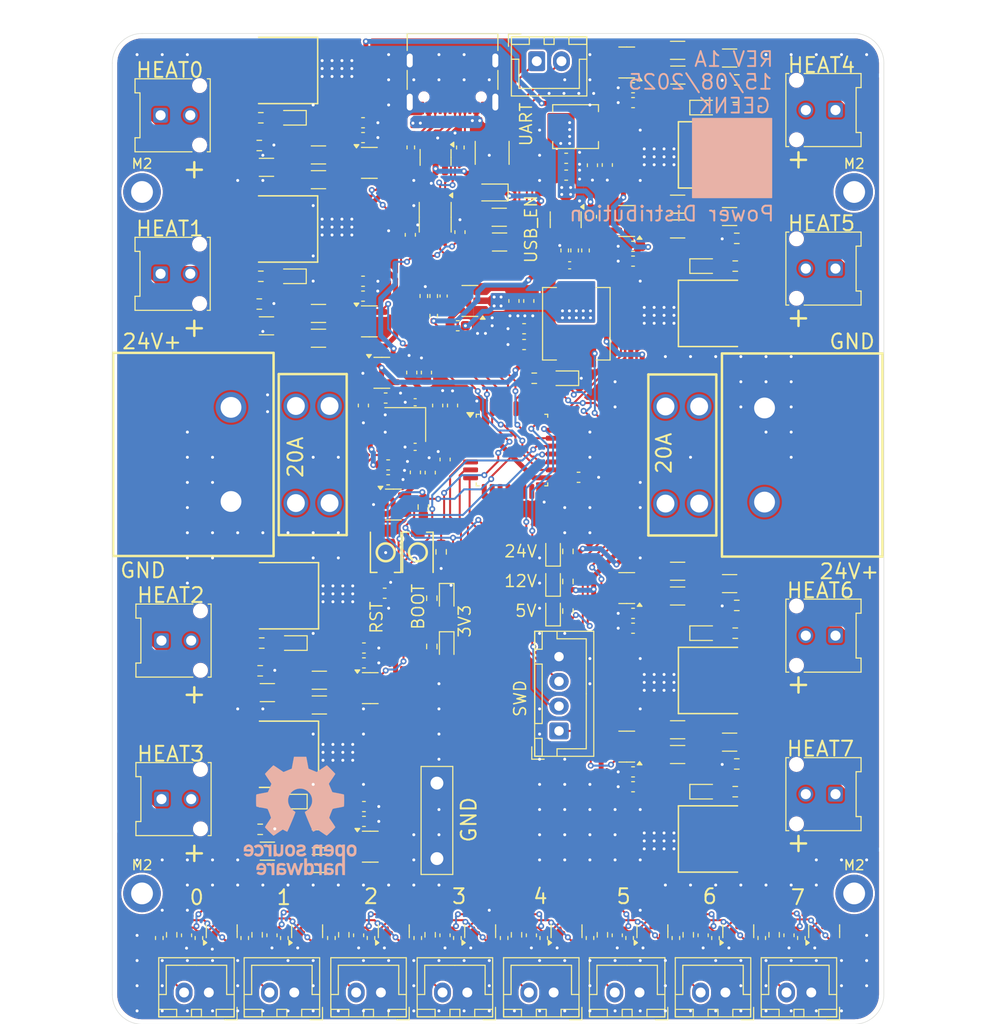
<source format=kicad_pcb>
(kicad_pcb (version 20241229) (generator "pcbnew") (generator_version "9.0")
  (layers (0 "F.Cu" signal) (2 "B.Cu" signal) (13 "F.Paste" user) (15 "B.Paste" user) (5 "F.SilkS" user "F.Silkscreen") (7 "B.SilkS" user "B.Silkscreen") (1 "F.Mask" user) (3 "B.Mask" user) (25 "Edge.Cuts" user))
  (net 0 "")
  (net 1 "+24V")
  (net 2 "GND")
  (net 3 "Net-(U1-BOOT)")
  (net 4 "Net-(U1-SW)")
  (net 5 "+5V")
  (net 6 "Net-(U4-PF0)")
  (net 7 "Net-(U1-FB)")
  (net 8 "+3.3VA")
  (net 9 "+3.3V")
  (net 10 "Net-(C17-Pad1)")
  (net 11 "Net-(U4-PF1)")
  (net 12 "RST")
  (net 13 "TH0")
  (net 14 "TH1")
  (net 15 "TH2")
  (net 16 "TH3")
  (net 17 "TH4")
  (net 18 "TH5")
  (net 19 "TH6")
  (net 20 "TH7")
  (net 21 "TH8")
  (net 22 "TH9")
  (net 23 "Net-(U5-SW)")
  (net 24 "Net-(U5-BOOT)")
  (net 25 "+12V")
  (net 26 "Net-(U5-FB)")
  (net 27 "Net-(C28-Pad1)")
  (net 28 "VBUS")
  (net 29 "Net-(D1-A)")
  (net 30 "Net-(D2-A)")
  (net 31 "Net-(D3-A)")
  (net 32 "Net-(D4-A)")
  (net 33 "Net-(D1-K)")
  (net 34 "Net-(D2-K)")
  (net 35 "Net-(D3-K)")
  (net 36 "Net-(D8-K-Pad3)")
  (net 37 "Net-(D9-K-Pad3)")
  (net 38 "Net-(D4-K)")
  (net 39 "Net-(D6-A)")
  (net 40 "Net-(D6-K)")
  (net 41 "Net-(D7-A)")
  (net 42 "Net-(D15-A)")
  (net 43 "Net-(D7-K)")
  (net 44 "Net-(D11-A)")
  (net 45 "Net-(D12-A)")
  (net 46 "Net-(D13-A)")
  (net 47 "Net-(D14-A)")
  (net 48 "Net-(D16-K-Pad3)")
  (net 49 "Net-(D19-A)")
  (net 50 "Net-(D19-K)")
  (net 51 "Net-(D17-K-Pad3)")
  (net 52 "Net-(D20-K-Pad3)")
  (net 53 "Net-(D21-K-Pad3)")
  (net 54 "Net-(D22-A)")
  (net 55 "Net-(D22-K)")
  (net 56 "Net-(D23-K-Pad3)")
  (net 57 "Net-(D24-K-Pad3)")
  (net 58 "Net-(F1-Pad1)")
  (net 59 "Net-(J17-Pin_1)")
  (net 60 "Net-(J18-Pin_1)")
  (net 61 "Net-(J14-Pin_2)")
  (net 62 "Net-(J15-Pin_2)")
  (net 63 "Net-(J20-Pin_2)")
  (net 64 "Net-(J21-Pin_2)")
  (net 65 "Net-(J22-Pin_2)")
  (net 66 "Net-(J23-Pin_2)")
  (net 67 "Net-(J10-Pin_2)")
  (net 68 "Net-(J11-Pin_2)")
  (net 69 "RX")
  (net 70 "TX")
  (net 71 "SWCLK")
  (net 72 "SWDIO")
  (net 73 "D_-")
  (net 74 "D_+")
  (net 75 "CC1")
  (net 76 "CC2")
  (net 77 "Net-(Q1-G)")
  (net 78 "Net-(Q2-G)")
  (net 79 "Net-(Q3-G)")
  (net 80 "Net-(Q4-G)")
  (net 81 "Net-(Q5-G)")
  (net 82 "Net-(Q6-G)")
  (net 83 "Net-(Q7-G)")
  (net 84 "Net-(Q8-G)")
  (net 85 "BOOT")
  (net 86 "Net-(R4-Pad2)")
  (net 87 "Net-(R5-Pad2)")
  (net 88 "Net-(U2-OUTH)")
  (net 89 "Net-(R11-Pad1)")
  (net 90 "Net-(U3-OUTH)")
  (net 91 "Net-(U7-OUTH)")
  (net 92 "Net-(U7-OUTL)")
  (net 93 "Net-(U2-OUTL)")
  (net 94 "Net-(U3-OUTL)")
  (net 95 "Net-(R18-Pad2)")
  (net 96 "Net-(U6-OUTH)")
  (net 97 "Net-(R19-Pad2)")
  (net 98 "Net-(U6-OUTL)")
  (net 99 "Net-(U10-OUTH)")
  (net 100 "Net-(U9-TXD)")
  (net 101 "Net-(U10-OUTL)")
  (net 102 "Net-(U9-RXD)")
  (net 103 "Net-(R32-Pad2)")
  (net 104 "Net-(R42-Pad2)")
  (net 105 "Net-(U14-OUTH)")
  (net 106 "Net-(R67-Pad2)")
  (net 107 "Net-(U14-OUTL)")
  (net 108 "Net-(R78-Pad2)")
  (net 109 "Net-(U13-OUTH)")
  (net 110 "Net-(U13-OUTL)")
  (net 111 "Net-(U15-OUTH)")
  (net 112 "Net-(U15-OUTL)")
  (net 113 "HEATER7")
  (net 114 "HEATER6")
  (net 115 "HEATER0")
  (net 116 "HEATER1")
  (net 117 "HEATER3")
  (net 119 "HEATER2")
  (net 120 "HEATER5")
  (net 121 "HEATER4")
  (net 130 "Net-(D25-A)")
  (net 131 "ACT")
  (footprint "Resistor_SMD:R_1206_3216Metric" (layer "F.Cu") (at 131.93901 51.985)
    (property "Reference" "R11" (hide yes))
    (property "Value" "12")
  )
  (footprint "Capacitor_SMD:C_0603_1608Metric" (layer "F.Cu") (at 179.445 128.25 -90)
    (property "Reference" "C56" (hide yes))
    (property "Value" "0.1uF")
  )
  (footprint "Resistor_SMD:R_1206_3216Metric" (layer "F.Cu") (at 126.68901 66.735)
    (property "Reference" "R22" (hide yes))
    (property "Value" "0")
  )
  (footprint "Capacitor_SMD:C_0603_1608Metric" (layer "F.Cu") (at 163.7 95.755 180)
    (property "Reference" "C1" (hide yes))
    (property "Value" "10uF")
  )
  (footprint "Capacitor_SMD:C_0603_1608Metric" (layer "F.Cu") (at 142.8375 71.45 90)
    (property "Reference" "C42" (hide yes))
    (property "Value" "1uF")
  )
  (footprint "LED_SMD:LED_0603_1608Metric" (layer "F.Cu") (at 156.725 72.025 180)
    (property "Reference" "D25" (hide yes))
    (property "Value" "LED")
  )
  (footprint "Resistor_SMD:R_1206_3216Metric" (layer "F.Cu") (at 173.45 92.755 180)
    (property "Reference" "R7" (hide yes))
    (property "Value" "0")
  )
  (footprint "Capacitor_SMD:C_1812_4532Metric" (layer "F.Cu") (at 149.475 49.275 -90)
    (property "Reference" "F1" (hide yes))
    (property "Value" "1A")
  )
  (footprint "LED_SMD:LED_0603_1608Metric" (layer "F.Cu") (at 144.885 94.225 -90)
    (property "Reference" "D14" (hide yes))
    (property "Value" "LED")
  )
  (footprint "Connector_Molex:Molex_Micro-Fit_3.0_43045-0212_2x01_P3.00mm_Vertical" (layer "F.Cu") (at 115.99901 45.485 90)
    (property "Reference" "J2" (hide yes))
    (property "Value" "HEATER0")
  )
  (footprint "Resistor_SMD:R_0603_1608Metric" (layer "F.Cu") (at 174.01875 60.705)
    (property "Reference" "R77" (hide yes))
    (property "Value" "4.7k")
  )
  (footprint "Package_TO_SOT_SMD:SOT-23" (layer "F.Cu") (at 174.325 127.8375 90)
    (property "Reference" "D21" (hide yes))
    (property "Value" "BAV99")
  )
  (footprint "MountingHole:MountingHole_2.2mm_M2_DIN965_Pad" (layer "F.Cu") (at 186.025 124.025)
    (property "Reference" "M2")
    (property "Value" "MountingHole_2.2mm_M2_DIN965_Pad")
  )
  (footprint "Resistor_SMD:R_0603_1608Metric" (layer "F.Cu") (at 177.945 128.2 90)
    (property "Reference" "R83" (hide yes))
    (property "Value" "4.7k")
  )
  (footprint "Resistor_SMD:R_1206_3216Metric" (layer "F.Cu") (at 132.02901 118.505 180)
    (property "Reference" "R42" (hide yes))
    (property "Value" "68")
  )
  (footprint "Resistor_SMD:R_1206_3216Metric" (layer "F.Cu") (at 168.2 56.955)
    (property "Reference" "R78" (hide yes))
    (property "Value" "68")
  )
  (footprint "easyeda2kicad:SW-SMD_L3.9-W3.0-P4.45" (layer "F.Cu") (at 138.725 89.595 90)
    (property "Reference" "SW1" (hide yes))
    (property "Value" "SW_Push")
  )
  (footprint "Resistor_SMD:R_0402_1005Metric" (layer "F.Cu") (at 115.87 128.525 -90)
    (property "Reference" "R44" (hide yes))
    (property "Value" "2.37k")
  )
  (footprint "easyeda2kicad:TO-252-2_L6.6-W6.1-P4.57-LS9.9-TL-CW" (layer "F.Cu") (at 169.74 65.475)
    (property "Reference" "Q8" (hide yes))
    (property "Value" "AOD4184A")
  )
  (footprint "Capacitor_SMD:C_0603_1608Metric" (layer "F.Cu") (at 143.975 74.775 90)
    (property "Reference" "C3" (hide yes))
    (property "Value" "4.7uF")
  )
  (footprint "Package_TO_SOT_SMD:SOT-23-6" (layer "F.Cu") (at 137.16651 103.305)
    (property "Reference" "U10" (hide yes))
    (property "Value" "UCC27511ADBV")
  )
  (footprint "easyeda2kicad:CONN-TH_2P-P9.50_DBT50G-9.5-2P" (layer "F.Cu") (at 123.10901 79.715 -90)
    (property "Reference" "J17" (hide yes))
    (property "Value" "Conn_01x02_Socket")
  )
  (footprint "MountingHole:MountingHole_2.2mm_M2_DIN965_Pad" (layer "F.Cu") (at 186.025 53.225)
    (property "Reference" "M2")
    (property "Value" "MountingHole_2.2mm_M2_DIN965_Pad")
  )
  (footprint "Resistor_SMD:R_1206_3216Metric" (layer "F.Cu") (at 126.77901 103.755)
    (property "Reference" "R33" (hide yes))
    (property "Value" "0")
  )
  (footprint "Resistor_SMD:R_0603_1608Metric" (layer "F.Cu") (at 174.01875 97.755)
    (property "Reference" "R1" (hide yes))
    (property "Value" "4.7k")
  )
  (footprint "Package_TO_SOT_SMD:SOT-23-6" (layer "F.Cu") (at 143.763 49.737 -90)
    (property "Reference" "U8" (hide yes))
    (property "Value" "SRV05-4")
  )
  (footprint "Capacitor_SMD:C_0603_1608Metric" (layer "F.Cu") (at 156.95 49.825)
    (property "Reference" "C25" (hide yes))
    (property "Value" "0.1uF")
  )
  (footprint "Resistor_SMD:R_1206_3216Metric" (layer "F.Cu") (at 126.77901 119.755)
    (property "Reference" "R43" (hide yes))
    (property "Value" "0")
  )
  (footprint "Capacitor_SMD:C_0603_1608Metric" (layer "F.Cu") (at 153.175 64.225 -90)
    (property "Reference" "C11" (hide yes))
    (property "Value" "10uF")
  )
  (footprint "Capacitor_SMD:C_0603_1608Metric" (layer "F.Cu") (at 159.5 55.725 90)
    (property "Reference" "C23" (hide yes))
    (property "Value" "0.1uF")
  )
  (footprint "Resistor_SMD:R_1206_3216Metric" (layer "F.Cu") (at 173.45 39.705 180)
    (property "Reference" "R68" (hide yes))
    (property "Value" "0")
  )
  (footprint "Connector_Molex:Molex_Micro-Fit_3.0_43045-0212_2x01_P3.00mm_Vertical" (layer "F.Cu") (at 184.14 44.955 -90)
    (property "Reference" "J13" (hide yes))
    (property "Value" "HEATER4")
  )
  (footprint "Capacitor_SMD:C_0603_1608Metric" (layer "F.Cu") (at 153.435 128.25 -90)
    (property "Reference" "C44" (hide yes))
    (property "Value" "0.1uF")
  )
  (footprint "Connector_Molex:Molex_Micro-Fit_3.0_43045-0212_2x01_P3.00mm_Vertical" (layer "F.Cu") (at 184.14 114.005 -90)
    (property "Reference" "J3" (hide yes))
    (property "Value" "HEATER7")
  )
  (footprint "Resistor_SMD:R_0402_1005Metric" (layer "F.Cu") (at 119.87 128.525 -90)
    (property "Reference" "R45" (hide yes))
    (property "Value" "2.37k")
  )
  (footprint "Capacitor_SMD:C_0603_1608Metric" (layer "F.Cu") (at 136.52901 116.755)
    (property "Reference" "C38" (hide yes))
    (property "Value" "0.1uF")
  )
  (footprint "Capacitor_SMD:C_0603_1608Metric" (layer "F.Cu") (at 146.225 57.275 90)
    (property "Reference" "C30" (hide yes))
    (property "Value" "0.1uF")
  )
  (footprint "Resistor_SMD:R_0603_1608Metric" (layer "F.Cu") (at 126.12026 61.735 180)
    (property "Reference" "R17" (hide yes))
    (property "Value" "4.7k")
  )
  (footprint "Package_SO:MSOP-10_3x3mm_P0.5mm" (layer "F.Cu") (at 143.725 55.775 -90)
    (property "Reference" "U9" (hide yes))
    (property "Value" "CH340E")
  )
  (footprint "Capacitor_SMD:C_0603_1608Metric" (layer "F.Cu") (at 136.475 74.775 -90)
    (property "Reference" "C40" (hide yes))
    (property "Value" "1uF")
  )
  (footprint "Capacitor_SMD:C_0603_1608Metric" (layer "F.Cu") (at 135.995 128.25 -90)
    (property "Reference" "C53" (hide yes))
    (property "Value" "0.1uF")
  )
  (footprint "Connector_JST:JST_XH_B2B-XH-A_1x02_P2.50mm_Vertical" (layer "F.Cu") (at 129.495 134.025 180)
    (property "Reference" "J14" (hide yes))
    (property "Value" "TH1")
  )
  (footprint "Connector_JST:JST_XH_B2B-XH-A_1x02_P2.50mm_Vertical" (layer "F.Cu") (at 164.355 134.025 180)
    (property "Reference" "J15" (hide yes))
    (property "Value" "TH5")
  )
  (footprint "Capacitor_SMD:C_0603_1608Metric" (layer "F.Cu") (at 136.43901 63.735)
    (property "Reference" "C21" (hide yes))
    (property "Value" "10uF")
  )
  (footprint "Connector_JST:JST_XH_B2B-XH-A_1x02_P2.50mm_Vertical" (layer "F.Cu") (at 120.87 134.025 180)
    (property "Reference" "J10" (hide yes))
    (property "Value" "TH0")
  )
  (footprint "Capacitor_SMD:C_0603_1608Metric" (layer "F.Cu") (at 141.725 81.525 -90)
    (property "Reference" "C7" (hide yes))
    (property "Value" "10nF")
  )
  (footprint "Resistor_SMD:R_0402_1005Metric" (layer "F.Cu") (at 124.495 128.525 -90)
    (property "Reference" "R61" (hide yes))
    (property "Value" "2.37k")
  )
  (footprint "Resistor_SMD:R_0402_1005Metric" (layer "F.Cu") (at 180.695 128.525 -90)
    (property "Reference" "R87" (hide yes))
    (property "Value" "2.37k")
  )
  (footprint "Capacitor_SMD:C_0603_1608Metric" (layer "F.Cu") (at 138.975 80.775)
    (property "Reference" "C33" (hide yes))
    (property "Value" "0.1uF")
  )
  (footprint "Resistor_SMD:R_0603_1608Metric" (layer "F.Cu") (at 174.01875 113.755)
    (property "Reference" "R16" (hide yes))
    (property "Value" "4.7k")
  )
  (footprint "Capacitor_SMD:C_0603_1608Metric" (layer "F.Cu") (at 136.43901 47.735)
    (property "Reference" "C8" (hide yes))
    (property "Value" "10uF")
  )
  (footprint "Capacitor_SMD:C_0603_1608Metric" (layer "F.Cu") (at 170.775 128.25 -90)
    (property "Reference" "C54" (hide yes))
    (property "Value" "0.1uF")
  )
  (footprint "Package_TO_SOT_SMD:SOT-23-6" (layer "F.Cu") (at 163.0625 56.155 180)
    (property "Reference" "U15" (hide yes))
    (property "Value" "UCC27511ADBV")
  )
  (footprint "Capacitor_SMD:C_0603_1608Metric" (layer "F.Cu") (at 152.7 67.025 180)
    (property "Reference" "C14" (hide yes))
    (property "Value" "22uF")
  )
  (footprint "Package_TO_SOT_SMD:SOT-23" (layer "F.Cu") (at 139.545 127.8375 90)
    (property "Reference" "D20" (hide yes))
    (property "Value" "BAV99")
  )
  (footprint "Resistor_SMD:R_1206_3216Metric" (layer "F.Cu") (at 132.02901 102.505 180)
    (property "Reference" "R32" (hide yes))
    (property "Value" "68")
  )
  (footprint "Capacitor_SMD:C_0402_1005Metric" (layer "F.Cu") (at 144.575 63.725 90)
    (property "Reference" "C17" (hide yes))
    (property "Value" "75pF")
  )
  (footprint "Capacitor_SMD:C_0603_1608Metric" (layer "F.Cu") (at 138.625 93.725)
    (property "Reference" "C15" (hide yes))
    (property "Value" "0.1uF")
  )
  (footprint "Resistor_SMD:R_0603_1608Metric" (layer "F.Cu") (at 151.935 128.2 90)
    (property "Reference" "R40" (hide yes))
    (property "Value" "4.7k")
  )
  (footprint "Capacitor_SMD:C_0603_1608Metric" (layer "F.Cu") (at 161.1 50.5 -90)
    (property "Reference" "C27" (hide yes))
    (property "Value" "22uF")
  )
  (footprint "Resistor_SMD:R_0603_1608Metric" (layer "F.Cu") (at 125.745 128.2 90)
    (property "Reference" "R58" (hide yes))
    (property "Value" "4.7k")
  )
  (footprint "Resistor_SMD:R_0402_1005Metric" (layer "F.Cu") (at 143.575 63.725 90)
    (property "Reference" "R12" (hide yes))
    (property "Value" "100k")
  )
  (footprint "Capacitor_SMD:C_0603_1608Metric" (layer "F.Cu") (at 151.675 64.225 -90)
    (property "Reference" "C12" (hide yes))
    (property "Value" "0.1uF")
  )
  (footprint "Package_TO_SOT_SMD:SOT-23" (layer "F.Cu") (at 182.995 127.8375 90)
    (property "Reference" "D24" (hide yes))
    (property "Value" "BAV99")
  )
  (footprint "Package_TO_SOT_SMD:SOT-23-5" (layer "F.Cu") (at 138.3375 71.475)
    (property "Reference" "U12" (hide yes))
    (property "Value" "TLV73333PDBV")
  )
  (footprint "Capacitor_SMD:C_0603_1608Metric" (layer "F.Cu") (at 159.6 50.525 -90)
    (property "Reference" "C26" (hide yes))
    (property "Value" "22uF")
  )
  (footprint "Capacitor_SMD:C_0603_1608Metric" (layer "F.Cu") (at 163.7 111.755 180)
    (property "Reference" "C19" (hide yes))
    (property "Value" "10uF")
  )
  (footprint "Resistor_SMD:R_0402_1005Metric" (layer "F.Cu") (at 141.965 128.525 -90)
    (property "Reference" "R84" (hide yes))
    (property "Value" "2.37k")
  )
  (footprint "Resistor_SMD:R_0402_1005Metric" (layer "F.Cu") (at 168.025 128.525 -90)
    (property "Reference" "R75" (hide yes))
    (property "Value" "2.37k")
  )
  (footprint "Package_TO_SOT_SMD:SOT-23" (layer "F.Cu") (at 156.985 127.8375 90)
    (property "Reference" "D9" (hide yes))
    (property "Value" "BAV99")
  )
  (footprint "easyeda2kicad:TO-252-2_L6.6-W6.1-P4.57-LS9.9-TL-CW" (layer "F.Cu") (at 169.74 102.525)
    (property "Reference" "Q1" (hide yes))
    (property "Value" "AOD4184A")
  )
  (footprint "Resistor_SMD:R_0603_1608Metric" (layer "F.Cu") (at 160.605 128.2 90)
    (property "Reference" "R59" (hide yes))
    (property "Value" "4.7k")
  )
  (footprint "Capacitor_SMD:C_0603_1608Metric" (layer "F.Cu") (at 144.715 128.25 -90)
    (property "Reference" "C55" (hide yes))
    (property "Value" "0.1uF")
  )
  (footprint "Resistor_SMD:R_1206_3216Metric" (layer "F.Cu") (at 132.02901 121.005)
    (property "Reference" "R50" (hide yes))
    (property "Value" "12")
  )
  (footprint "Capacitor_SMD:C_0603_1608Metric" (layer "F.Cu") (at 145.475 74.775 90)
    (property "Reference" "C4" (hide yes))
    (property "Value" "0.1uF")
  )
  (footprint "Capacitor_SMD:C_0603_1608Metric" (layer "F.Cu") (at 138.725 74.025)
    (property "Reference" "C39" (hide yes))
    (property "Value" "0.1uF")
  )
  (footprint "Capacitor_SMD:C_0603_1608Metric" (layer "F.Cu") (at 163.7 58.705 180)
    (property "Reference" "C51" (hide yes))
    (property "Value" "10uF")
  )
  (footprint "Resistor_SMD:R_0603_1608Metric" (layer "F.Cu") (at 117.12 128.2 90)
    (property "Reference" "R39" (hide yes))
    (property "Value" "4.7k")
  )
  (footprint "Package_TO_SOT_SMD:SOT-23-6" (layer "F.Cu") (at 163.0625 109.205 180)
    (property "Reference" "U6" (hide yes))
    (property "Value" "UCC27511ADBV")
  )
  (footprint "Capacitor_SMD:C_0603_1608Metric" (layer "F.Cu") (at 118.62 128.25 -90)
    (property "Reference" "C43" (hide yes))
    (property "Value" "0.1uF")
  )
  (footprint "Connector_Molex:Molex_Micro-Fit_3.0_43045-0212_2x01_P3.00mm_Vertical" (layer "F.Cu") (at 184.14 60.955 -90)
    (property "Reference" "J19" (hide yes))
    (property "Value" "HEATER5")
  )
  (footprint "Diode_SMD:D_SOD-323" (layer "F.Cu") (at 149.475 53.275 180)
    (property "Reference" "D5" (hide yes))
    (property "Value" "CUS10S30")
  )
  (footprint "Capacitor_SMD:C_0603_1608Metric" (layer "F.Cu") (at 141.2125 57.55 90)
    (property "Reference" "C29" (hide yes))
    (property "Value" "0.1uF")
  )
  (footprint "LED_SMD:LED_0603_1608Metric" (layer "F.Cu") (at 155.625 95.5375 90)
    (property "Reference" "D13" (hide yes))
    (property "Value" "LED")
  )
  (footprint "Package_TO_SOT_SMD:SOT-23" (layer "F.Cu") (at 122.17 127.8375 90)
    (property "Reference" "D8" (hide yes))
    (property "Value" "BAV99")
  )
  (footprint "Capacitor_SMD:C_0603_1608Metric" (layer "F.Cu") (at 163.7 42.705 180)
    (property "Reference" "C47" (hide yes))
    (property "Value" "0.1uF")
  )
  (footprint "Package_TO_SOT_SMD:SOT-23-6" (layer "F.Cu") (at 137.16651 119.305)
    (property "Reference" "U13" (hide yes))
    (property "Value" "UCC27511ADBV")
  )
  (footprint "Capacitor_SMD:C_0603_1608Metric" (layer "F.Cu") (at 143.225 81.55 90)
    (property "Reference" "C36" (hide yes))
    (property "Value" "1uF")
  )
  (footprint "Capacitor_SMD:C_0603_1608Metric" (layer "F.Cu") (at 136.43901 46.235)
    (property "Reference" "C9" (hide yes))
    (property "Value" "0.1uF")
  )
  (footprint "Capacitor_SMD:C_0402_1005Metric" (layer "F.Cu") (at 157.3 60.625 180)
    (property "Reference" "C28" (hide yes))
    (property "Value" "75pF")
  )
  (footprint "Resistor_SMD:R_0402_1005Metric" (layer "F.Cu") (at 157.8 59.125 -90)
    (property "Reference" "R27" (hide yes))
    (property "Value" "100k")
  )
  (footprint "LED_SMD:LED_0603_1608Metric" (layer "F.Cu") (at 155.625 92.5375 90)
    (property "Reference" "D12" (hide yes))
    (property "Value" "LED")
  )
  (footprint "Resistor_SMD:R_1206_3216Metric" (layer "F.Cu") (at 131.93901 49.485 180)
    (property "Reference" "R6" (hide yes))
    (property "Value" "68")
  )
  (footprint "Resistor_SMD:R_1206_3216Metric" (layer "F.Cu") (at 126.68901 50.735)
    (property "Reference" "R8" (hide yes))
    (property "Value" "0")
  )
  (footprint "Capacitor_SMD:C_0603_1608Metric" (layer "F.Cu") (at 156.95 51.525)
    (property "Reference" "C24" (hide yes))
    (property "Value" "10uF")
  )
  (footprint "Resistor_SMD:R_1206_3216Metric" (layer "F.Cu") (at 168.2 94.005)
    (property "Reference" "R5" (hide yes))
    (property "Value" "68")
  )
  (footprint "Connector_JST:JST_XH_B2B-XH-A_1x02_P2.50mm_Vertical" (layer "F.Cu") (at 146.965 134.025 180)
    (property "Reference" "J22" (hide yes))
    (property "Value" "TH3")
  )
  (footprint "Resistor_SMD:R_0402_1005Metric" (layer "F.Cu") (at 158.9 59.125 -90)
    (property "Reference" "R21" (hide yes))
    (property "Value" "50")
  )
  (footprint "Resistor_SMD:R_1206_3216Metric" (layer "F.Cu") (at 150.1875 55.775)
    (property "Reference" "R29" (hide yes))
    (property "Value" "0")
  )
  (footprint "Resistor_SMD:R_0402_1005Metric" (layer "F.Cu") (at 128.495 128.525 -90)
    (property "Reference" "R62" (hide yes))
    (property "Value" "2.37k")
  )
  (footprint "Resistor_SMD:R_0603_1608Metric" (layer "F.Cu") (at 126.21026 98.755 180)
    (property "Reference" "R30" (hide yes))
    (property "Value" "4.7k")
  )
  (footprint "Capacitor_SMD:C_0603_1608Metric" (layer "F.Cu") (at 158.2 82.025)
    (property "Reference" "C5" (hide yes))
    (property "Value" "0.1uF")
  )
  (footprint "Capacitor_SMD:C_0402_1005Metric" (layer "F.Cu") (at 141.7 74.45 180)
    (property "Reference" "C16" (hide yes))
    (property "Value" "14pF")
  )
  (footprint "Resistor_SMD:R_1206_3216Metric" (layer "F.Cu") (at 168.2 107.505 180)
    (property "Reference" "R23" (hide yes))
    (property "Value" "12")
  )
  (footprint "Resistor_SMD:R_0603_1608Metric" (layer "F.Cu") (at 153.725 72.025)
    (property "Reference" "R88" (hide yes))
    (property "Value" "1k")
  )
  (footprint "easyeda2kicad:TO-252-2_L6.6-W6.1-P4.57-LS9.9-TL-CW" (layer "F.Cu") (at 130.39901 40.965 180)
    (property "Reference" "Q2" (hide yes))
    (property "Value" "AOD4184A")
  )
  (footprint "easyeda2kicad:SW-SMD_L3.9-W3.0-P4.45" (layer "F.Cu") (at 141.975 89.595 -90)
    (property "Reference" "SW2" (hide yes))
    (property "Value" "SW_Push")
  )
  (footprint "Resistor_SMD:R_0603_1608Metric" (layer "F.Cu") (at 134.495 128.2 90)
    (property "Reference" "R71" (hide yes))
    (property "Value" "4.7k")
  )
  (footprint "TestPoint:TestPoint_Bridge_Pitch7.62mm_Drill1.3mm" (layer "F.Cu") (at 143.9 120.51 90)
    (property "Reference" "TP1" (hide yes))
    (property "Value" "OSC GND")
  )
  (footprint "Capacitor_SMD:C_0603_1608Metric" (layer "F.Cu") (at 163.7 44.205 180)
    (property "Reference" "C46" (hide yes))
    (property "Value" "10uF")
  )
  (footprint "Resistor_SMD:R_0603_1608Metric" (layer "F.Cu") (at 126.12026 45.735 180)
    (property "Reference" "R2" (hide yes))
    (property "Value" "4.7k")
  )
  (footprint "Resistor_SMD:R_1206_3216Metric" (layer "F.Cu") (at 150.225 58.275)
    (property "Reference" "R31" (hide yes))
    (property "Value" "0")
  )
  (footprint "Package_TO_SOT_SMD:SOT-23-5" (layer "F.Cu") (at 139.5 84.775)
    (property "Reference" "U11" (hide yes))
    (property "Value" "TLV73333PDBV")
  )
  (footprint "easyeda2kicad:TO-252-2_L6.6-W6.1-P4.57-LS9.9-TL-CW" (layer "F.Cu") (at 169.74 49.475)
    (property "Reference" "Q7" (hide yes))
    (property "Value" "AOD4184A")
  )
  (footprint "Resistor_SMD:R_1206_3216Metric" (layer "F.Cu") (at 131.93901 65.485 180)
    (property "Reference" "R19" (hide yes))
    (property "Value" "68")
  )
  (footprint "Capacitor_SMD:C_0402_1005Metric" (layer "F.Cu") (at 141.7 78.95 180)
    (property "Reference" "C18" (hide yes))
    (property "Value" "14pF")
  )
  (footprint "Connector_JST:JST_XH_B2B-XH-A_1x02_P2.50mm_Vertical" (layer "F.Cu") (at 138.245 134.025 180)
    (property "Reference" "J20" (hide yes))
    (property "Value" "TH2")
  )
  (footprint "LED_SMD:LED_0603_1608Metric" (layer "F.Cu") (at 129.22026 45.735 180)
    (property "Reference" "D2" (hide yes))
    (property "Value" "LED")
  )
  (footprint "Resistor_SMD:R_0402_1005Metric" (layer "F.Cu") (at 142.575 63.725 90)
    (property "Reference" "R15" (hide yes))
    (property "Value" "13.3k")
  )
  (footprint "Resistor_SMD:R_1206_3216Metric" (layer "F.Cu") (at 173.45 55.705 180)
    (property "Reference" "R79" (hide yes))
    (property "Value" "0")
  )
  (footprint "Connector_JST:JST_XH_B2B-XH-A_1x02_P2.50mm_Vertical" (layer "F.Cu") (at 155.685 134.025 180)
    (property "Reference" "J11" (hide yes))
    (property "Value" "TH4")
  )
  (footprint "Inductor_SMD:L_TechFuse_SL0650" (layer "F.Cu") (at 157.975 66.525 -90)
    (property "Reference" "L1" (hide yes))
    (property "Value" "15uH")
  )
  (footprint "Connector_JST:JST_XH_B4B-XH-A_1x04_P2.50mm_Vertical" (layer "F.Cu") (at 156.225 107.625 90)
    (property "Reference" "J4" (hide yes))
    (property "Value" "SWD")
  )
  (footprint "Package_QFP:LQFP-32_7x7mm_P0.8mm" (layer "F.Cu") (at 151.475 79.275)
    (property "Reference" "U4" (hide yes))
    (property "Value" "STM32F030K6Tx")
  )
  (footprint "Connector_Molex:Molex_Micro-Fit_3.0_43045-0212_2x01_P3.00mm_Vertical" (layer "F.Cu") (at 184.14 98.005 -90)
    (property "Reference" "J1" (hide yes))
    (property "Value" "HEATER6")
  )
  (footprint "MountingHole:MountingHole_2.2mm_M2_DIN965_Pad" (layer "F.Cu") (at 114.125 53.225)
    (property "Reference" "M2")
    (property "Value" "MountingHole_2.2mm_M2_DIN965_Pad")
  )
  (footprint "easyeda2kicad:FUSE-TH_4P-L16.0-W6.7" (layer "F.Cu") (at 131.35901 79.725 -90)
    (property "Reference" "F2" (hide yes))
    (property "Value" "20A")
  )
  (footprint "easyeda2kicad:TO-252-2_L6.6-W6.1-P4.57-LS9.9-TL-CW" (layer "F.Cu") (at 130.48901 109.985 180)
    (property "Reference" "Q6" (hide yes))
    (property "Value" "AOD4184A")
  )
  (footprint "Resistor_SMD:R_1206_3216Metric" (layer "F.Cu") (at 168.2 54.455 180)
    (property "Reference" "R80" (hide yes))
    (property "Value" "12")
  )
  (footprint "Crystal:Crystal_SMD_3225-4Pin_3.2x2.5mm" (layer "F.Cu") (at 140.7 76.7 180)
    (property "Reference" "Y1" (hide yes))
    (property "Value" "24MHz")
  )
  (footprint "Capacitor_SMD:C_0603_1608Metric" (layer "F.Cu") (at 136.52901 100.755)
    (property "Reference" "C31" (hide yes))
    (property "Value" "10uF")
  )
  (footprint "LED_SMD:LED_0603_1608Metric" (layer "F.Cu") (at 170.91875 44.705)
    (property "Reference" "D19" (hide yes))
    (property "Value" "LED")
  )
  (footprint "Capacitor_SMD:C_0603_1608Metric" (layer "F.Cu") (at 163.7 60.205 180)
    (property "Reference" "C52" (hide yes))
    (property "Value" "0.1uF")
  )
  (footprint "LED_SMD:LED_0603_1608Metric" (layer "F.Cu") (at 155.625 89.5 90)
    (property "Reference" "D11" (hide yes))
    (property "Value" "LED")
  )
  (footprint "easyeda2kicad:TO-252-2_L6.6-W6.1-P4.57-LS9.9-TL-CW" (layer "F.Cu") (at 130.39901 56.965 180)
    (property "Reference" "Q4" (hide yes))
    (property "Value" "AOD4184A")
  )
  (footprint "Resistor_SMD:R_0603_1608Metric" (layer "F.Cu") (at 174.175 57.905 180)
    (property "Reference" "R81" (hide yes))
    (property "Value" "100k")
  )
  (footprint "LED_SMD:LED_0603_1608Metric" (layer "F.Cu") (at 170.91875 97.755)
    (property "Reference" "D1" (hide yes))
    (property "Value" "LED")
  )
  (footprint "Capacitor_SMD:C_0603_1608Metric" (layer "F.Cu") (at 136.52901 99.255)
    (property "Reference" "C32" (hide yes))
    (property "Value" "0.1uF")
  )
  (footprint "Capacitor_SMD:C_0603_1608Metric" (layer "F.Cu") (at 127.245 128.25 -90)
    (property "Reference" "C48" (hide yes))
    (property "Value" "0.1uF")
  )
  (footprint "Resistor_SMD:R_0603_1608Metric" (layer "F.Cu") (at 174.175 110.955 180)
    (property "Reference" "R25" (hide yes))
    (property "Value" "100k")
  )
  (footprint "easyeda2kicad:TO-252-2_L6.6-W6.1-P4.57-LS9.9-TL-CW" (layer "F.Cu") (at 169.74 118.525)
    (property "Reference" "Q3" (hide yes))
    (property "Value" "AOD4184A")
  )
  (footprint "Resistor_SMD:R_0402_1005Metric" (layer "F.Cu") (at 133.245 128.525 -90)
    (property "Reference" "R73" (hide yes))
    (property "Value" "2.37k")
  )
  (footprint "Resistor_SMD:R_0402_1005Metric" (layer "F.Cu") (at 159.355 128.525 -90)
    (property "Reference" "R63" (hide yes))
    (property "Value" "2.37k")
  )
  (footprint "MountingHole:MountingHole_2.2mm_M2_DIN965_Pad" (layer "F.Cu") (at 114.125 124.025)
    (property "Reference" "M2")
    (property "Value" "MountingHole_2.2mm_M2_DIN965_Pad")
  )
  (footprint "Resistor_SMD:R_0603_1608Metric" (layer "F.Cu") (at 143.385 99.1 -90)
    (property "Reference" "R56" (hide yes))
    (property "Value" "1k")
  )
  (footprint "Package_TO_SOT_SMD:SOT-23-6" (layer "F.Cu") (at 137.07651 50.285)
    (property "Reference" "U3" (hide yes))
    (property "Value" "UCC27511ADBV")
  )
  (footprint "Resistor_SMD:R_0402_1005Metric" (layer "F.Cu") (at 145.965 128.525 -90)
    (property "Reference" "R85" (hide yes))
    (property "Value" "2.37k")
  )
  (footprint "Capacitor_SMD:C_0603_1608Metric" (layer "F.Cu") (at 152.7 68.625 180)
    (property "Reference" "C13" (hide yes))
    (property "Value" "22uF")
  )
  (footprint "Resistor_SMD:R_0402_1005Metric" (layer "F.Cu") (at 176.695 128.525 -90)
    (property "Reference" "R86" (hide yes))
    (property "Value" "2.37k")
  )
  (footprint "Resistor_SMD:R_0402_1005Metric" (layer "F.Cu") (at 154.685 128.525 -90)
    (property "Reference" "R47" (hide yes))
    (property "Value" "2.37k")
  )
  (footprint "Connector_Molex:Molex_Micro-Fit_3.0_43045-0212_2x01_P3.00mm_Vertical" (layer "F.Cu") (at 116.08901 98.505 90)
    (property "Reference" "J6" (hide yes))
    (property "Value" "HEATER2")
  )
  (footprint "Resistor_SMD:R_0402_1005Metric" (layer "F.Cu") (at 143.575 65.725 90)
    (property "Reference" "R3" (hide yes))
    (property "Value" "50")
  )
  (footprint "Capacitor_SMD:C_0603_1608Metric" (layer "F.Cu") (at 162.105 128.25 -90)
    (property "Reference" "C49" (hide yes))
    (property "Value" "0.1uF")
  )
  (footprint "Resistor_SMD:R_0603_1608Metric" (layer "F.Cu") (at 126.05401 101.555)
    (property "Reference" "R37" (hide yes))
    (property "Value" "100k")
  )
  (footprint "Resistor_SMD:R_0603_1608Metric" (layer "F.Cu") (at 144.325 89.55 -90)
    (property "Reference" "R10" (hide yes))
    (property "Value" "10k")
  )
  (footprint "Resistor_SMD:R_0402_1005Metric" (layer "F.Cu") (at 150.685 128.525 -90)
    (property "Reference" "R46" (hide yes))
    (property "Value" "2.37k")
  )
  (footprint "Package_TO_SOT_SMD:SOT-23-6" (layer "F.Cu") (at 147.225 64.225 180)
    (property "Reference" "U1" (hide yes))
    (property "Value" "TPS54202DDC")
  )
  (footprint "Package_TO_SOT_SMD:SOT-23-6" (layer "F.Cu") (at 163.0625 93.205 180)
    (property "Reference" "U2" (hide yes))
    (property "Value" "UCC27511ADBV")
  )
  (footprint "Capacitor_SMD:C_0603_1608Metric" (layer "F.Cu") (at 141.3575 71.45 90)
    (property "Reference" "C41" (hide yes))
    (property "Value" "0.1uF")
  )
  (footprint "Resistor_SMD:R_0402_1005Metric" (layer "F.Cu") (at 172.025 128.525 -90)
    (property "Reference" "R76" (hide yes))
    (property "Value" "2.37k")
  )
  (footprint "Resistor_SMD:R_0603_1608Metric" (layer "F.Cu") (at 174.175 94.955 180)
    (property "Reference" "R13" (hide yes))
    (property "Value" "100k")
  )
  (footprint "Resistor_SMD:R_0603_1608Metric" (layer "F.Cu") (at 174.01875 44.705)
    (property "Reference" "R57" (hide yes))
    (property "Value" "4.7k")
  )
  (footprint "Resistor_SMD:R_0402_1005Metric" (layer "F.Cu") (at 156.8 59.125 90)
    (property "Reference" "R28" (hide yes))
    (property "Value" "5.23k")
  )
  (footprint "Connector_Molex:Molex_Micro-Fit_3.0_43045-0212_2x01_P3.00mm_Vertical" (layer "F.Cu") (at 116.08901 114.505 90)
    (property "Reference" "J9" (hide yes))
    (property "Value" "HEATER3")
  )
  (footprint "Package_TO_SOT_SMD:SOT-23-6" (layer "F.Cu") (at 156.9 56.025 -90)
    (property "Reference" "U5" (hide yes))
    (property "Value" "TPS54202DDC")
  )
  (footprint "Capacitor_SMD:C_0603_1608Metric" (layer "F.Cu") (at 138.975 82.275)
    (property "Reference" "C34" (hide yes))
    (property "Value" "1uF")
  )
  (footprint "Resistor_SMD:R_0603_1608Metric" (layer "F.Cu") (at 126.21026 114.755 180)
    (property "Reference" "R38" (hide yes))
    (property "Value" "4.7k")
  )
  (footprint "easyeda2kicad:FUSE-TH_4P-L16.0-W6.7" (layer "F.Cu") (at 168.675 79.775 90)
    (property "Reference" "F3" (hide yes))
    (property "Value" "20A")
  )
  (footprint "Connector_JST:JST_XH_B2B-XH-A_1x02_P2.50mm_Vertical" (layer "F.Cu") (at 181.695 134.025 180)
    (property "Reference" "J23" (hide yes))
    (property "Value" "TH7")
  )
  (footprint "Resistor_SMD:R_0603_1608Metric" (layer "F.Cu") (at 157.125 89.5 90)
    (property "Reference" "R52" (hide yes))
    (property "Value" "4.7k")
  )
  (footprint "Connector_USB:USB_C_Receptacle_G-Switch_GT-USB-7010ASV" (layer "F.Cu") (at 145.475 41.025 180)
    (property "Reference" "J8" (hide yes))
    (property "Value" "USB_C_Receptacle_USB2.0_14P")
  )
  (footprint "easyeda2kicad:CONN-TH_2P-P9.50_DBT50G-9.5-2P" (layer "F.Cu") (at 176.975 79.775 90)
    (property "Reference" "J18" (hide yes))
    (property "Value" "Conn_01x02_Socket")
  )
  (footprint "Resistor_SMD:R_1206_3216Metric" (layer "F.Cu") (at 131.93901 67.985)
    (property "Reference" "R24" (hide yes))
    (property "Value" "12")
  )
  (footprint "LED_SMD:LED_0603_1608Metric" (layer "F.Cu") (at 170.91875 113.755)
    (property "Reference" "D3" (hide yes))
    (property "Value" "LED")
  )
  (footprint "LED_SMD:LED_0603_1608Metric" (layer "F.Cu") (at 144.885 99.1 -90)
    (property "Reference" "D15" (hide yes))
    (property "Value" "LED")
  )
  (footprint "Capacitor_SMD:C_0603_1608Metric" (layer "F.Cu") (at 136.52901 115.255)
    (property "Reference" "C37" (hide yes))
    (property "Value" "10uF")
  )
  (footprint "Resistor_SMD:R_0603_1608Metric" (layer "F.Cu") (at 157.125 92.5375 90)
    (property "Reference" "R53" (hide yes))
    (property "Value" "4.7k")
  )
  (footprint "Capacitor_SMD:C_0603_1608Metric" (layer "F.Cu") (at 146 66.725)
    (property "Reference" "C10" (hide yes))
    (property "Value" "0.1uF")
  )
  (footprint "LED_SMD:LED_0603_1608Metric" (layer "F.Cu") (at 129.31026 98.755 180)
    (property "Reference" "D6" (hide yes))
    (property "Value" "LED")
  )
  (footprint "Resistor_SMD:R_0603_1608Metric" (layer "F.Cu") (at 143.385 94.225 -90)
    (property "Reference" "R55" (hide yes))
    (property "Value" "1k")
  )
  (footprint "Resistor_SMD:R_1206_3216Metric" (layer "F.Cu") (at 168.2 91.505 180)
    (property "Reference" "R9" (hide yes))
    (property "Value" "12")
  )
  (footprint "Resistor_SMD:R_0603_1608Metric" (layer "F.Cu") (at 125.96401 48.535)
    (property "Reference" "R14" (hide yes))
    (property "Value" "100k")
  )
  (footprint "Resistor_SMD:R_1206_3216Metric" (layer "F.Cu") (at 168.2 110.005)
    (property "Reference" "R18" (hide yes))
    (property "Value" "68")
  )
  (footprint "Resistor_SMD:R_1206_3216Metric" (layer "F.Cu") (at 168.2 38.925 180)
    (property "Reference" "R69" (hide yes))
    (property "Value" "12")
  )
  (footprint "Connector_Molex:Molex_Micro-Fit_3.0_43045-0212_2x01_P3.00mm_Vertical" (layer "F.Cu") (at 115.99901 61.485 90)
    (property "Reference" "J5" (hide yes))
    (property "Value" "HEATER1")
  )
  (footprint "Resistor_SMD:R_0402_1005Metric" (layer "F.Cu") (at 146.263 48.737 -90)
    (property "Reference" "R34" (hide yes))
    (property "Value" "5.1K")
  )
  (footprint "Package_TO_SOT_SMD:SOT-23" (layer "F.Cu") (at 148.265 127.8375 90)
    (property "Reference" "D23" (hide yes))
    (property "Value" "BAV99")
  )
  (footprint "Resistor_SMD:R_0402_1005Metric" (layer "F.Cu") (at 137.245 128.525 -90)
    (property "Reference" "R74" (hide yes))
    (property "Value" "2.37k")
  )
  (footprint "Resistor_SMD:R_1206_3216Metric" (layer "F.Cu") (at 168.225 41.425)
    (property "Reference" "R67" (hide yes))
    (property "Value" "68")
  )
  (footprint "Resistor_SMD:R_0603_1608Metric" (layer "F.Cu") (at 142.525 85.025 -90)
    (property "Reference" "R4" (hide yes))
    (property "Value" "1k")
  )
  (footprint "LED_SMD:LED_0603_1608Metric" (layer "F.Cu") (at 129.22026 61.735 180)
    (property "Reference" "D4" (hide yes))
    (property "Value" "LED")
  )
  (footprint "Package_TO_SOT_SMD:SOT-23" (layer "F.Cu") (at 130.795 127.8375 90)
    (property "Reference" "D16" (hide yes))
    (property "Value" "BAV99")
  )
  (footprint "Resistor_SMD:R_0402_1005Metric" (layer "F.Cu") (at 141.263 48.727 -90)
    (property "Reference" "R35" (hide yes))
    (property "Value" "5.1K")
  )
  (footprint "Package_TO_SOT_SMD:SOT-23" (layer "F.Cu") (at 165.655 127.8375 90)
    (property "Reference" "D17" (hide yes))
    (property "Value" "BAV99")
  )
  (footprint "Package_TO_SOT_SMD:SOT-23-6" (layer "F.Cu") (at 137.07651 66.285)
    (property "Reference" "U7" (hide yes))
    (property "Value" "UCC27511ADBV")
  )
  (footprint "Resistor_SMD:R_0603_1608Metric" (layer "F.Cu") (at 157.125 95.525 90)
    (property "Reference" "R54" (hide yes))
    (property "Value" "1k")
  )
  (footprint "Connector_JST:JST_XH_B2B-XH-A_1x02_P2.50mm_Vertical" (layer "F.Cu") (at 153.975 40.025)
    (property "Reference" "J7" (hide yes))
    (property "Value" "UART")
  )
  (footprint "Resistor_SMD:R_0603_1608Metric" (layer "F.Cu") (at 169.275 128.2 90)
    (property "Reference" "R72" (hide yes))
    (property "Value" "4.7k")
  )
  (footprint "Capacitor_SMD:C_0603_1608Metric" (layer "F.Cu") (at 144.725 80.225 -90)
    (property "Reference" "C6" (hide yes))
    (property "Value" "1uF")
  )
  (footprint "LED_SMD:LED_0603_1608Metric" (layer "F.Cu") (at 170.91875 60.705)
    (property "Reference" "D22" (hide yes))
    (property "Value" "LED")
  )
  (footprint "Resistor_SMD:R_0402_1005Metric" (layer "F.Cu") (at 163.355 128.525 -90)
    (property "Reference" "R64" (hide yes))
    (property "Value" "2.37k")
  )
  (footprint "Capacitor_SMD:C_0603_1608Metric" (layer "F.Cu") (at 163.7 113.255 180)
    (property "Reference" "C20" (hide yes))
    (property "Value" "0.1uF")
  )
  (footprint "Resistor_SMD:R_0603_1608Metric" (layer "F.Cu") (at 125.96401 64.535)
    (property "Reference" "R26" (hide yes))
    (property "Value" "100k")
  )
  (footprint "Inductor_SMD:L_Sunlord_MWSA0402S" (layer "F.Cu") (at 157.9 46.625)
    (property "Reference" "L2" (hide yes))
    (property "Value" "22uH")
  )
  (footprint "Capacitor_SMD:C_0603_1608Metric" (layer "F.Cu") (at 136.43901 62.235)
    (property "Reference" "C22" (hide yes))
    (property "Value" "0.1uF")
  )
  (footprint "Resistor_SMD:R_0603_1608Metric" (layer "F.Cu") (at 126.05401 117.555)
    (property "Reference" "R51" (hide yes))
    (property "Value" "100k")
  )
  (footprint "easyeda2kicad:TO-252-2_L6.6-W6.1-P4.57-LS9.9-TL-CW" (layer "F.Cu") (at 130.48901 93.985 180)
    (property "Reference" "Q5" (hide yes))
    (property "Value" "AOD4184A")
  )
  (footprint "Package_TO_SOT_SMD:SOT-23-6" (layer "F.Cu") (at 163.0625 40.155 180)
    (property "Reference" "U14" (hide yes))
    (property "Value" "UCC27511ADBV")
  )
  (footprint "Resistor_SMD:R_1206_3216Metric" (layer "F.Cu") (at 132.02901 105.005)
    (property "Reference" "R36" (hide yes))
    (property "Value" "12")
  )
  (footprint "Resistor_SMD:R_0603_1608Metric" (layer "F.Cu") (at 143.215 128.2 90)
    (property "Reference" "R82" (hide yes))
    (property "Value" "4.7k")
  )
  (footprint "Connector_JST:JST_XH_B2B-XH-A_1x02_P2.50mm_Vertical" (layer "F.Cu") (at 173.025 134.025 180)
    (property "Reference" "J21" (hide yes))
    (property "Value" "TH6")
  )
  (footprint "Resistor_SMD:R_1206_3216Metric" (layer "F.Cu") (at 173.45 108.755 180)
    (property "Reference" "R20" (hide yes))
    (property "Value" "0")
  )
  (footprint "Capacitor_SMD:C_0603_1608Metric" (layer "F.Cu") (at 163.7 97.255 180)
    (property "Reference" "C2" (hide yes))
    (property "Value" "0.1uF")
  )
  (footprint "Resistor_SMD:R_0603_1608Metric" (layer "F.Cu") (at 174.175 41.905 180)
    (property "Reference" "R70" (hide yes))
    (property "Value" "100k")
  )
  (footprint "LED_SMD:LED_0603_1608Metric" (layer "F.Cu") (at 129.31026 114.755 180)
    (property "Reference" "D7" (hide yes))
    (property "Value" "LED")
  )
  (footprint "Symbol:OSHW-Logo_11.4x12mm_SilkScreen" (layer "B.Cu") (at 130.1 116.2 180)
    (property "Reference" "REF**" (hide yes))
    (property "Value" "OSHW-Logo_11.4x12mm_SilkScreen" (hide yes))
  )
  (gr_rect (start 169.7 45.8) (end 177.7 53.8) (stroke (width 0.1)) (fill yes) (layer "B.SilkS"))
  (gr_line (start 189.025 40.225) (end 189.025 134.225) (stroke (width 0.05)) (layer "Edge.Cuts"))
  (gr_line (start 186.025 137.225) (end 114.125 137.225) (stroke (width 0.05)) (layer "Edge.Cuts"))
  (gr_arc (start 189.025 134.225) (mid 188.14632 136.34632) (end 186.025 137.225) (stroke (width 0.05)) (layer "Edge.Cuts"))
  (gr_line (start 111.125 134.225) (end 111.125 40.225) (stroke (width 0.05)) (layer "Edge.Cuts"))
  (gr_arc (start 111.125 40.225) (mid 112.00368 38.10368) (end 114.125 37.225) (stroke (width 0.05)) (layer "Edge.Cuts"))
  (gr_arc (start 186.025 37.225) (mid 188.14632 38.10368) (end 189.025 40.225) (stroke (width 0.05)) (layer "Edge.Cuts"))
  (gr_arc (start 114.125 137.225) (mid 112.00368 136.34632) (end 111.125 134.225) (stroke (width 0.05)) (layer "Edge.Cuts"))
  (gr_line (start 114.125 37.225) (end 186.025 37.225) (stroke (width 0.05)) (layer "Edge.Cuts"))
  (gr_text "12V" (at 150.6 93.2 0) (layer "F.SilkS") (effects (font (size 1.2 1.2)) (justify left bottom)))
  (gr_text "SWD" (at 153 106.3 90) (layer "F.SilkS") (effects (font (size 1.2 1.2)) (justify left bottom)))
  (gr_text "HEAT5" (at 179.2 57.27 0) (layer "F.SilkS") (effects (font (size 1.5 1.5) (thickness 0.2)) (justify left bottom)))
  (gr_text "HEAT7" (at 179.1 110.3 0) (layer "F.SilkS") (effects (font (size 1.5 1.5) (thickness 0.2)) (justify left bottom)))
  (gr_text "20A" (at 130.5 82.2 90) (layer "F.SilkS") (effects (font (size 1.5 1.5) (thickness 0.2)) (justify left bottom)))
  (gr_text "GND" (at 183.4 69.2 0) (layer "F.SilkS") (effects (font (size 1.5 1.5) (thickness 0.2)) (justify left bottom)))
  (gr_text "24V+" (at 182.4 92.4 0) (layer "F.SilkS") (effects (font (size 1.5 1.5) (thickness 0.2)) (justify left bottom)))
  (gr_text "24V+" (at 112 69.2 0) (layer "F.SilkS") (effects (font (size 1.5 1.5) (thickness 0.2)) (justify left bottom)))
  (gr_text "BOOT" (at 142.7 97.5 90) (layer "F.SilkS") (effects (font (size 1.2 1.2)) (justify left bottom)))
  (gr_text "7" (at 179.5 125.3 0) (layer "F.SilkS") (effects (font (size 1.5 1.5) (thickness 0.2)) (justify left bottom)))
  (gr_text "HEAT1" (at 113.4 57.8 0) (layer "F.SilkS") (effects (font (size 1.5 1.5) (thickness 0.2)) (justify left bottom)))
  (gr_text "HEAT0" (at 113.4 41.8 0) (layer "F.SilkS") (effects (font (size 1.5 1.5) (thickness 0.2)) (justify left bottom)))
  (gr_text "+" (at 179 120 0) (layer "F.SilkS") (effects (font (size 2 2) (thickness 0.25)) (justify left bottom)))
  (gr_text "3" (at 145.3 125.2 0) (layer "F.SilkS") (effects (font (size 1.5 1.5) (thickness 0.2)) (justify left bottom)))
  (gr_text "UART" (at 153.6 48.7 90) (layer "F.SilkS") (effects (font (size 1.2 1.2)) (justify left bottom)))
  (gr_text "GND" (at 111.8 92.3 0) (layer "F.SilkS") (effects (font (size 1.5 1.5) (thickness 0.2)) (justify left bottom)))
  (gr_text "0" (at 118.8 125.3 0) (layer "F.SilkS") (effects (font (size 1.5 1.5) (thickness 0.2)) (justify left bottom)))
  (gr_text "20A" (at 167.7 81.8 90) (layer "F.SilkS") (effects (font (size 1.5 1.5) (thickness 0.2)) (justify left bottom)))
  (gr_text "5V" (at 151.7 96.2 0) (layer "F.SilkS") (effects (font (size 1.2 1.2)) (justify left bottom)))
  (gr_text "+" (at 179 104 0) (layer "F.SilkS") (effects (font (size 2 2) (thickness 0.25)) (justify left bottom)))
  (gr_text "RST" (at 138.5 97.9 90) (layer "F.SilkS") (effects (font (size 1.2 1.2)) (justify left bottom)))
  (gr_text "1" (at 127.6 125.3 0) (layer "F.SilkS") (effects (font (size 1.5 1.5) (thickness 0.2)) (justify left bottom)))
  (gr_text "5" (at 161.9 125.2 0) (layer "F.SilkS") (effects (font (size 1.5 1.5) (thickness 0.2)) (justify left bottom)))
  (gr_text "HEAT2" (at 113.5 94.8 0) (layer "F.SilkS") (effects (font (size 1.5 1.5) (thickness 0.2)) (justify left bottom)))
  (gr_text "+" (at 118 121 0) (layer "F.SilkS") (effects (font (size 2 2) (thickness 0.25)) (justify left bottom)))
  (gr_text "3V3" (at 147.4 98.3 90) (layer "F.SilkS") (effects (font (size 1.2 1.2)) (justify left bottom)))
  (gr_text "+" (at 179 67 0) (layer "F.SilkS") (effects (font (size 2 2) (thickness 0.25)) (justify left bottom)))
  (gr_text "24V" (at 150.6 90.2 0) (layer "F.SilkS") (effects (font (size 1.2 1.2)) (justify left bottom)))
  (gr_text "+" (at 118 105 0) (layer "F.SilkS") (effects (font (size 2 2) (thickness 0.25)) (justify left bottom)))
  (gr_text "+" (at 118 68 0) (layer "F.SilkS") (effects (font (size 2 2) (thickness 0.25)) (justify left bottom)))
  (gr_text "USB_EN" (at 154.1 60.5 90) (layer "F.SilkS") (effects (font (size 1.2 1.2)) (justify left bottom)))
  (gr_text "GND" (at 148 119 90) (layer "F.SilkS") (effects (font (size 1.5 1.5) (thickness 0.2)) (justify left bottom)))
  (gr_text "HEAT6" (at 179.1 94.32 0) (layer "F.SilkS") (effects (font (size 1.5 1.5) (thickness 0.2)) (justify left bottom)))
  (gr_text "4" (at 153.5 125.2 0) (layer "F.SilkS") (effects (font (size 1.5 1.5) (thickness 0.2)) (justify left bottom)))
  (gr_text "+" (at 118 52 0) (layer "F.SilkS") (effects (font (size 2 2) (thickness 0.25)) (justify left bottom)))
  (gr_text "+" (at 179 51 0) (layer "F.SilkS") (effects (font (size 2 2) (thickness 0.25)) (justify left bottom)))
  (gr_text "2" (at 136.4 125.2 0) (layer "F.SilkS") (effects (font (size 1.5 1.5) (thickness 0.2)) (justify left bottom)))
  (gr_text "HEAT3" (at 113.5 110.82 0) (layer "F.SilkS") (effects (font (size 1.5 1.5) (thickness 0.2)) (justify left bottom)))
  (gr_text "6" (at 170.6 125.2 0) (layer "F.SilkS") (effects (font (size 1.5 1.5) (thickness 0.2)) (justify left bottom)))
  (gr_text "HEAT4" (at 179.2 41.3 0) (layer "F.SilkS") (effects (font (size 1.5 1.5) (thickness 0.2)) (justify left bottom)))
  (gr_text "REV 1A" (at 178 40.7 0) (layer "B.SilkS") (effects (font (size 1.5 1.5) (thickness 0.1875)) (justify left bottom mirror)))
  (gr_text "GEENK" (at 177.7 45.4 0) (layer "B.SilkS") (effects (font (size 1.5 1.5) (thickness 0.1875)) (justify left bottom mirror)))
  (gr_text "15/08/2025" (at 177.9 43 0) (layer "B.SilkS") (effects (font (size 1.5 1.5) (thickness 0.1875)) (justify left bottom mirror)))
  (gr_text "Power Distribution" (at 178.1 56.3 0) (layer "B.SilkS") (effects (font (size 1.5 1.5) (thickness 0.2)) (justify left bottom mirror)))
  (segment (start 153.175 63.45) (end 151.675 63.45) (width 0.5) (layer "F.Cu") (net 1))
  (segment (start 180.89 113.755) (end 181.14 114.005) (width 0.5) (layer "F.Cu") (net 1))
  (segment (start 161.025 62.325) (end 160.225 61.525) (width 0.5) (layer "F.Cu") (net 1))
  (segment (start 155.1 61.525) (end 153.175 63.45) (width 0.5) (layer "F.Cu") (net 1))
  (segment (start 155 61) (end 155 55.8375) (width 0.5) (layer "F.Cu") (net 1))
  (segment (start 162.025 90.825) (end 166.975 85.875) (width 0.5) (layer "F.Cu") (net 1))
  (segment (start 155.525 61.525) (end 155 61) (width 0.5) (layer "F.Cu") (net 1))
  (segment (start 155.525 61.525) (end 155.1 61.525) (width 0.5) (layer "F.Cu") (net 1))
  (segment (start 157.125 90.325) (end 157.525 90.325) (width 0.5) (layer "F.Cu") (net 1))
  (segment (start 174.84375 44.705) (end 180.89 44.705) (width 0.5) (layer "F.Cu") (net 1))
  (segment (start 174.84375 113.755) (end 180.89 113.755) (width 0.5) (layer "F.Cu") (net 1))
  (segment (start 125.29526 61.735) (end 119.24901 61.735) (width 0.5) (layer "F.Cu") (net 1))
  (segment (start 125.29526 45.735) (end 119.24901 45.735) (width 0.5) (layer "F.Cu") (net 1))
  (segment (start 119.33901 114.755) (end 119.08901 114.505) (width 0.5) (layer "F.Cu") (net 1))
  (segment (start 125.38526 114.755) (end 119.33901 114.755) (width 0.5) (layer "F.Cu") (net 1))
  (segment (start 174.84375 60.705) (end 180.89 60.705) (width 0.5) (layer "F.Cu") (net 1))
  (segment (start 161.025 68.325) (end 161.025 62.325) (width 0.5) (layer "F.Cu") (net 1))
  (segment (start 174.84375 97.755) (end 180.89 97.755) (width 0.5) (layer "F.Cu") (net 1))
  (segment (start 160.225 61.525) (end 155.525 61.525) (width 0.5) (layer "F.Cu") (net 1))
  (segment (start 119.33901 98.755) (end 119.08901 98.505) (width 0.5) (layer "F.Cu") (net 1))
  (segment (start 164.625 78.925) (end 164.625 69.625) (width 0.5) (layer "F.Cu") (net 1))
  (segment (start 155 55.8375) (end 155.95 54.8875) (width 0.5) (layer "F.Cu") (net 1))
  (segment (start 180.89 44.705) (end 181.14 44.955) (width 0.5) (layer "F.Cu") (net 1))
  (segment (start 119.24901 45.735) (end 118.99901 45.485) (width 0.5) (layer "F.Cu") (net 1))
  (segment (start 125.38526 98.755) (end 119.33901 98.755) (width 0.5) (layer "F.Cu") (net 1))
  (segment (start 180.89 60.705) (end 181.14 60.955) (width 0.5) (layer "F.Cu") (net 1))
  (segment (start 157.525 90.325) (end 158.625 89.225) (width 0.5) (layer "F.Cu") (net 1))
  (segment (start 166.975 85.875) (end 166.975 84.675) (width 0.5) (layer "F.Cu") (net 1))
  (segment (start 119.24901 61.735) (end 118.99901 61.485) (width 0.5) (layer "F.Cu") (net 1))
  (segment (start 170.375 84.675) (end 164.625 78.925) (width 0.5) (layer "F.Cu") (net 1))
  (segment (start 180.89 97.755) (end 181.14 98.005) (width 0.5) (layer "F.Cu") (net 1))
  (via (at 161.025 68.325) (size 0.6) (drill 0.3) (layers "F.Cu" "B.Cu") (net 1))
  (via (at 158.625 89.225) (size 0.6) (drill 0.3) (layers "F.Cu" "B.Cu") (net 1))
  (via (at 162.025 90.825) (size 0.6) (drill 0.3) (layers "F.Cu" "B.Cu") (net 1))
  (via (at 164.625 69.625) (size 0.6) (drill 0.3) (layers "F.Cu" "B.Cu") (net 1))
  (segment (start 162.325 69.625) (end 161.025 68.325) (width 0.5) (layer "B.Cu") (net 1))
  (segment (start 164.625 69.625) (end 162.325 69.625) (width 0.5) (layer "B.Cu") (net 1))
  (segment (start 158.625 89.225) (end 160.425 89.225) (width 0.5) (layer "B.Cu") (net 1))
  (segment (start 160.425 89.225) (end 162.025 90.825) (width 0.5) (layer "B.Cu") (net 1))
  (segment (start 140.25099 80.775) (end 139.75 80.775) (width 0.5) (layer "F.Cu") (net 2))
  (segment (start 143.225 80.775) (end 143.225 80.1625) (width 0.5) (layer "F.Cu") (net 2))
  (segment (start 138.21401 66.285) (end 137.64741 66.285) (width 0.5) (layer "F.Cu") (net 2))
  (segment (start 143.763 47.987) (end 143.975 47.775) (width 0.2) (layer "F.Cu") (net 2))
  (segment (start 162.925 95.755) (end 162.2 95.755) (width 0.5) (layer "F.Cu") (net 2))
  (segment (start 145.475 74) (end 145.475 73.3) (width 0.5) (layer "F.Cu") (net 2))
  (segment (start 161.925 40.155) (end 162.4916 40.155) (width 0.5) (layer "F.Cu") (net 2))
  (segment (start 137.19051 115.3685) (end 137.30401 115.255) (width 0.5) (layer "F.Cu") (net 2))
  (segment (start 137.19051 118.7581) (end 137.19051 115.3685) (width 0.5) (layer "F.Cu") (net 2))
  (segment (start 139.225 92.625) (end 139.225 92.025) (width 0.2) (layer "F.Cu") (net 2))
  (segment (start 137.10051 49.7381) (end 137.10051 46.3485) (width 0.5) (layer "F.Cu") (net 2))
  (segment (start 139.75 82.275) (end 140.44901 82.275) (width 0.5) (layer "F.Cu") (net 2))
  (segment (start 161.925 92.255) (end 161.925 93.205) (width 0.5) (layer "F.Cu") (net 2))
  (segment (start 141.375 80.425) (end 141.725 80.775) (width 0.5) (layer "F.Cu") (net 2))
  (segment (start 148.675 75.1) (end 148.675 75.075) (width 0.2) (layer "F.Cu") (net 2))
  (segment (start 162.925 42.705) (end 162.2 42.705) (width 0.5) (layer "F.Cu") (net 2))
  (segment (start 143.763 48.987) (end 143.763 48.5995) (width 0.2) (layer "F.Cu") (net 2))
  (segment (start 137.64741 50.285) (end 137.10051 49.7381) (width 0.5) (layer "F.Cu") (net 2))
  (segment (start 170.775 129.025) (end 170.775 129.525) (width 0.2) (layer "F.Cu") (net 2))
  (segment (start 142.575 63.215) (end 142.575 62.925) (width 0.2) (layer "F.Cu") (net 2))
  (segment (start 154.725 84.525) (end 154.325 84.525) (width 0.2) (layer "F.Cu") (net 2))
  (segment (start 142.275 44.75) (end 141.755 44.75) (width 0.5) (layer "F.Cu") (net 2))
  (segment (start 148.675 75.075) (end 147.925 74.325) (width 0.2) (layer "F.Cu") (net 2))
  (segment (start 143.763 48.5995) (end 143.763 47.987) (width 0.2) (layer "F.Cu") (net 2))
  (segment (start 140.642 48.616) (end 140.642 44.663) (width 0.2) (layer "F.Cu") (net 2))
  (segment (start 127.47901 117.555) (end 127.52901 117.505) (width 0.5) (layer "F.Cu") (net 2))
  (segment (start 137.925 63.225) (end 137.415 63.735) (width 0.5) (layer "F.Cu") (net 2))
  (segment (start 173.35 41.905) (end 172.75 41.905) (width 0.5) (layer "F.Cu") (net 2))
  (segment (start 144.05 79.45) (end 144.025 79.425) (width 0.5) (layer "F.Cu") (net 2))
  (segment (start 182.045 128.775) (end 182.045 129.525) (width 0.2) (layer "F.Cu") (net 2))
  (segment (start 145.642 47.358) (end 145.725 47.275) (width 0.2) (layer "F.Cu") (net 2))
  (segment (start 142.8375 70.675) (end 142.8375 70.475) (width 0.5) (layer "F.Cu") (net 2))
  (segment (start 137.19051 99.3685) (end 137.30401 99.255) (width 0.5) (layer "F.Cu") (net 2))
  (segment (start 137.64741 66.6684) (end 137.64741 66.285) (width 0.5) (layer "F.Cu") (net 2))
  (segment (start 138.30401 119.305) (end 137.73741 119.305) (width 0.5) (layer "F.Cu") (net 2))
  (segment (start 144.475 73.275) (end 143.975 73.775) (width 0.5) (layer "F.Cu") (net 2))
  (segment (start 161.925 55.205) (end 162.4916 55.7716) (width 0.5) (layer "F.Cu") (net 2))
  (segment (start 137.30401 116.755) (end 138.02901 116.755) (width 0.5) (layer "F.Cu") (net 2))
  (segment (start 137.73741 119.6884) (end 137.73741 119.305) (width 0.5) (layer "F.Cu") (net 2))
  (segment (start 138.30401 103.305) (end 137.73741 103.305) (width 0.5) (layer "F.Cu") (net 2))
  (segment (start 173.375 128.775) (end 173.375 129.525) (width 0.2) (layer "F.Cu") (net 2))
  (segment (start 126.87901 117.555) (end 127.47901 117.555) (width 0.5) (layer "F.Cu") (net 2))
  (segment (start 137.21401 62.235) (end 137.93901 62.235) (width 0.5) (layer "F.Cu") (net 2))
  (segment (start 144.715 129.025) (end 144.715 129.525) (width 0.2) (layer "F.Cu") (net 2))
  (segment (start 141.22 74.45) (end 140.7 74.45) (width 0.2) (layer "F.Cu") (net 2))
  (segment (start 161.925 39.205) (end 162.4916 39.7716) (width 0.5) (layer "F.Cu") (net 2))
  (segment (start 162.925 97.255) (end 162.2 97.255) (width 0.5) (layer "F.Cu") (net 2))
  (segment (start 162.4916 56.155) (end 163.0385 56.7019) (width 0.5) (layer "F.Cu") (net 2))
  (segment (start 179.445 129.025) (end 179.445 129.525) (width 0.2) (layer "F.Cu") (net 2))
  (segment (start 137.19051 102.7581) (end 137.19051 99.3685) (width 0.5) (layer "F.Cu") (net 2))
  (segment (start 163.0385 109.7519) (end 163.0385 113.1415) (width 0.5) (layer "F.Cu") (net 2))
  (segment (start 172.75 94.955) (end 172.7 95.005) (width 0.5) (layer "F.Cu") (net 2))
  (segment (start 142.8375 70.475) (end 142.3375 69.975) (width 0.5) (layer "F.Cu") (net 2))
  (segment (start 137.415 63.735) (end 137.21401 63.735) (width 0.5) (layer "F.Cu") (net 2))
  (segment (start 172.75 110.955) (end 172.7 111.005) (width 0.5) (layer "F.Cu") (net 2))
  (segment (start 139.4 92.45) (end 138.725 91.775) (width 0.2) (layer "F.Cu") (net 2))
  (segment (start 129.845 128.775) (end 129.845 129.525) (width 0.2) (layer "F.Cu") (net 2))
  (segment (start 146.225 56.5) (end 146.225 56.025) (width 0.5) (layer "F.Cu") (net 2))
  (segment (start 162.925 111.755) (end 162.2 111.755) (width 0.5) (layer "F.Cu") (net 2))
  (segment (start 162.4916 40.155) (end 163.0385 40.7019) (width 0.5) (layer "F.Cu") (net 2))
  (segment (start 138.3625 84.775) (end 137.5 84.775) (width 0.5) (layer "F.Cu") (net 2))
  (segment (start 138.30401 104.255) (end 137.73741 103.6884) (width 0.5) (layer "F.Cu") (net 2))
  (segment (start 144.885 93.365) (end 145.325 92.925) (width 0.5) (layer "F.Cu") (net 2))
  (segment (start 141.263 49.237) (end 140.642 48.616) (width 0.2) (layer "F.Cu") (net 2))
  (segment (start 161.925 92.255) (end 162.4916 92.8216) (width 0.5) (layer "F.Cu") (net 2))
  (segment (start 137.73741 103.6884) (end 137.73741 103.305) (width 0.5) (layer "F.Cu") (net 2))
  (segment (start 137.30401 99.255) (end 138.02901 99.255) (width 0.5) (layer "F.Cu") (net 2))
  (segment (start 162.925 44.205) (end 162.2 44.205) (width 0.5) (layer "F.Cu") (net 2))
  (segment (start 137.10051 46.3485) (end 137.21401 46.235) (width 0.5) (layer "F.Cu") (net 2))
  (segment (start 138.21401 67.235) (end 137.64741 66.6684) (width 0.5) (layer "F.Cu") (net 2))
  (segment (start 158.225 43.275) (end 155.225 43.275) (width 0.5) (layer "F.Cu") (net 2))
  (segment (start 173.35 57.905) (end 172.75 57.905) (width 0.5) (layer "F.Cu") (net 2))
  (segment (start 172.75 41.905) (end 172.7 41.955) (width 0.5) (layer "F.Cu") (net 2))
  (segment (start 138.30401 104.255) (end 138.30401 103.305) (width 0.5) (layer "F.Cu") (net 2))
  (segment (start 144.325 90.375) (end 144.325 91.225) (width 0.2) (layer "F.Cu") (net 2))
  (segment (start 141.755 44.75) (end 141.155 44.15) (width 0.5) (layer "F.Cu") (net 2))
  (segment (start 145.642 48.626) (end 145.642 47.358) (width 0.2) (layer "F.Cu") (net 2))
  (segment (start 141.3575 69.995) (end 141.3575 70.675) (width 0.5) (layer "F.Cu") (net 2))
  (segment (start 162.4916 109.205) (end 163.0385 109.7519) (width 0.5) (layer "F.Cu") (net 2))
  (segment (start 156.31 58.615) (end 156.3 58.625) (width 0.2) (layer "F.Cu") (net 2))
  (segment (start 127.38901 64.535) (end 127.43901 64.485) (width 0.5) (layer "F.Cu") (net 2))
  (segment (start 144.885 93.4375) (end 144.885 93.365) (width 0.5) (layer "F.Cu") (net 2))
  (segment (start 139.6 75.85) (end 139.6 77.55) (width 0.2) (layer "F.Cu") (net 2))
  (segment (start 137.64741 66.285) (end 137.10051 65.7381) (width 0.5) (layer "F.Cu") (net 2))
  (segment (start 140.625 81.325) (end 140.625 81.14901) (width 0.5) (layer "F.Cu") (net 2))
  (segment (start 158.225 43.275) (end 159.725 43.275) (width 0.5) (layer "F.Cu") (net 2))
  (segment (start 172.75 57.905) (end 172.7 57.955) (width 0.5) (layer "F.Cu") (net 2))
  (segment (start 138.975 91.775) (end 138.725 91.775) (width 0.2) (layer "F.Cu") (net 2))
  (segment (start 140.625 81.14901) (end 140.25099 80.775) (width 0.5) (layer "F.Cu") (net 2))
  (segment (start 121.22 128.775) (end 121.22 129.65) (width 0.2) (layer "F.Cu") (net 2))
  (segment (start 118.62 129.025) (end 118.62 129.55) (width 0.2) (layer "F.Cu") (net 2))
  (segment (start 141.22 78.68) (end 140.7 78.68) (width 0.2) (layer "F.Cu") (net 2))
  (segment (start 153.435 129.025) (end 153.435 129.525) (width 0.2) (layer "F.Cu") (net 2))
  (segment (start 137.10051 65.7381) (end 137.10051 62.3485) (width 0.5) (layer "F.Cu") (net 2))
  (segment (start 137.64741 50.6684) (end 137.64741 50.285) (width 0.5) (layer "F.Cu") (net 2))
  (segment (start 163.0385 40.7019) (end 163.0385 44.0915) (width 0.5) (layer "F.Cu") (net 2))
  (segment (start 161.925 108.255) (end 161.925 109.205) (width 0.5) (layer "F.Cu") (net 2))
  (segment (start 161.925 39.205) (end 161.925 40.155) (width 0.5) (layer "F.Cu") (net 2))
  (segment (start 147.315 128.775) (end 147.315 129.525) (width 0.2) (layer "F.Cu") (net 2))
  (segment (start 162.105 129.025) (end 162.105 129.525) (width 0.2) (layer "F.Cu") (net 2))
  (segment (start 162.4916 92.8216) (end 162.4916 93.205) (width 0.5) (layer "F.Cu") (net 2))
  (segment (start 141.2125 56.775) (end 141.7375 56.775) (width 0.5) (layer "F.Cu") (net 2))
  (segment (start 156.035 128.775) (end 156.035 129.525) (width 0.2) (layer "F.Cu") (net 2))
  (segment (start 163.0385 60.0915) (end 162.925 60.205) (width 0.5) (layer "F.Cu") (net 2))
  (segment (start 137.30401 115.255) (end 138.02901 115.255) (width 0.5) (layer "F.Cu") (net 2))
  (segment (start 127.47901 101.555) (end 127.52901 101.505) (width 0.5) (layer "F.Cu") (net 2))
  (segment (start 139.6 75.85) (end 138.81 75.85) (width 0.2) (layer "F.Cu") (net 2))
  (segment (start 163.0385 97.1415) (end 162.925 97.255) (width 0.5) (layer "F.Cu") (net 2))
  (segment (start 138.30401 120.255) (end 138.30401 119.305) (width 0.5) (layer "F.Cu") (net 2))
  (segment (start 137.73741 103.305) (end 137.19051 102.7581) (width 0.5) (layer "F.Cu") (net 2))
  (segment (start 139.725 74.025) (end 140.225 73.525) (width 0.5) (layer "F.Cu") (net 2))
  (segment (start 141.7375 56.775) (end 141.9625 56.55) (width 0.5) (layer "F.Cu") (net 2))
  (segment (start 142.575 62.925) (end 142.725 62.775) (width 0.2) (layer "F.Cu") (net 2))
  (segment (start 138.21401 51.235) (end 137.64741 50.6684) (width 0.5) (layer "F.Cu") (net 2))
  (segment (start 137.10051 62.3485) (end 137.21401 62.235) (width 0.5) (layer "F.Cu") (net 2))
  (segment (start 143.725 52.746528) (end 143.328526 52.350054) (width 0.2) (layer "F.Cu") (net 2))
  (segment (start 161.925 93.205) (end 162.4916 93.205) (width 0.5) (layer "F.Cu") (net 2))
  (segment (start 144.725 79.45) (end 144.05 79.45) (width 0.5) (layer "F.Cu") (net 2))
  (segment (start 164.705 128.775) (end 164.705 129.525) (width 0.2) (layer "F.Cu") (net 2))
  (segment (start 161.925 108.255) (end 162.4916 108.8216) (width 0.5) (layer "F.Cu") (net 2))
  (segment (start 136.475 71.475) (end 136.425 71.525) (width 0.5) (layer "F.Cu") (net 2))
  (segment (start 138.30401 120.255) (end 137.73741 119.6884) (width 0.5) (layer "F.Cu") (net 2))
  (segment (start 139.225 92.025) (end 138.975 91.775) (width 0.2) (layer "F.Cu") (net 2))
  (segment (start 161.925 55.205) (end 161.925 56.155) (width 0.5) (layer "F.Cu") (net 2))
  (segment (start 163.0385 93.7519) (end 163.0385 97.1415) (width 0.5) (layer "F.Cu") (net 2))
  (segment (start 163.0385 113.1415) (end 162.925 113.255) (width 0.5) (layer "F.Cu") (net 2))
  (segment (start 127.38901 48.535) (end 127.43901 48.485) (width 0.5) (layer "F.Cu") (net 2))
  (segment (start 140.642 44.663) (end 141.155 44.15) (width 0.2) (layer "F.Cu") (net 2))
  (segment (start 173.35 110.955) (end 172.75 110.955) (width 0.5) (layer "F.Cu") (net 2))
  (segment (start 162.4916 108.8216) (end 162.4916 109.205) (width 0.5) (layer "F.Cu") (net 2))
  (segment (start 140.7 78.68) (end 140.68 78.7) (width 0.2) (layer "F.Cu") (net 2))
  (segment (start 138.21401 51.235) (end 138.21401 50.285) (width 0.5) (layer "F.Cu") (net 2))
  (segment (start 146.263 49.247) (end 145.642 48.626) (width 0.2) (layer "F.Cu") (net 2))
  (segment (start 138.595 128.775) (end 138.595 129.525) (width 0.2) (layer "F.Cu") (net 2))
  (segment (start 126.78901 48.535) (end 127.38901 48.535) (width 0.5) (layer "F.Cu") (net 2))
  (segment (start 143.725 53.6625) (end 143.725 52.746528) (width 0.2) (layer "F.Cu") (net 2))
  (segment (start 162.4916 55.7716) (end 162.4916 56.155) (width 0.5) (layer "F.Cu") (net 2))
  (segment (start 139.4 93.725) (end 139.4 92.45) (width 0.2) (layer "F.Cu") (net 2))
  (segment (start 161.925 56.155) (end 162.4916 56.155) (width 0.5) (layer "F.Cu") (net 2))
  (segment (start 137.21401 46.235) (end 137.93901 46.235) (width 0.5) (layer "F.Cu") (net 2))
  (segment (start 162.4916 93.205) (end 163.0385 93.7519) (width 0.5) (layer "F.Cu") (net 2))
  (segment (start 137.73741 119.305) (end 137.19051 118.7581) (width 0.5) (layer "F.Cu") (net 2))
  (segment (start 161.925 109.205) (end 162.4916 109.205) (width 0.5) (layer "F.Cu") (net 2))
  (segment (start 140.925 80.425) (end 141.375 80.425) (width 0.5) (layer "F.Cu") (net 2))
  (segment (start 139.6 77.55) (end 138.76 77.55) (width 0.2) (layer "F.Cu") (net 2))
  (segment (start 135.995 129.025) (end 135.995 129.525) (width 0.2) (layer "F.Cu") (net 2))
  (segment (start 143.225 80.1625) (end 143.1125 80.05) (width 0.5) (layer "F.Cu") (net 2))
  (segment (start 139.75 82.275) (end 139.75 80.775) (width 0.5) (layer "F.Cu") (net 2))
  (segment (start 141.0875 69.725) (end 141.3575 69.995) (width 0.5) (layer "F.Cu") (net 2))
  (segment (start 158.975 82.025) (end 160.225 82.025) (width 0.5) (layer "F.Cu") (net 2))
  (segment (start 137.30401 100.755) (end 138.02901 100.755) (width 0.5) (layer "F.Cu") (net 2))
  (segment (start 137.21401 47.735) (end 137.93901 47.735) (width 0.5) (layer "F.Cu") (net 2))
  (segment (start 162.925 113.255) (end 162.2 113.255) (width 0.5) (layer "F.Cu") (net 2))
  (segment (start 127.245 129.025) (end 127.245 129.525) (width 0.2) (layer "F.Cu") (net 2))
  (segment (start 137.2 71.475) (end 136.475 71.475) (width 0.5) (layer "F.Cu") (net 2))
  (segment (start 154.325 84.525) (end 154.275 84.475) (width 0.2) (layer "F.Cu") (net 2))
  (segment (start 157.5125 72.025) (end 158.475 72.025) (width 0.2) (layer "F.Cu") (net 2))
  (segment (start 126.87901 101.555) (end 127.47901 101.555) (width 0.5) (layer "F.Cu") (net 2))
  (segment (start 162.925 58.705) (end 162.2 58.705) (width 0.5) (layer "F.Cu") (net 2))
  (segment (start 163.0385 44.0915) (end 162.925 44.205) (width 0.5) (layer "F.Cu") (net 2))
  (segment (start 163.0385 56.7019) (end 163.0385 60.0915) (width 0.5) (layer "F.Cu") (net 2))
  (segment (start 154.275 84.475) (end 154.275 83.45) (width 0.2) (layer "F.Cu") (net 2))
  (segment (start 136.475 75.55) (end 136.475 76.525) (width 0.5) (layer "F.Cu") (net 2))
  (segment (start 162.925 60.205) (end 162.2 60.205) (width 0.5) (layer "F.Cu") (net 2))
  (segment (start 148.675 44.75) (end 149.195 44.75) (width 0.5) (layer "F.Cu") (net 2))
  (segment (start 139.5 74.025) (end 139.725 74.025) (width 0.5) (layer "F.Cu") (net 2))
  (segment (start 162.4916 39.7716) (end 162.4916 40.155) (width 0.5) (layer "F.Cu") (net 2))
  (segment (start 143.975 73.775) (end 143.975 74) (width 0.5) (layer "F.Cu") (net 2))
  (segment (start 126.78901 64.535) (end 127.38901 64.535) (width 0.5) (layer "F.Cu") (net 2))
  (segment (start 138.21401 50.285) (end 137.64741 50.285) (width 0.5) (layer "F.Cu") (net 2))
  (segment (start 156.8 58.615) (end 156.31 58.615) (width 0.2) (layer "F.Cu") (net 2))
  (segment (start 138.21401 67.235) (end 138.21401 66.285) (width 0.5) (layer "F.Cu") (net 2))
  (segment (start 173.35 94.955) (end 172.75 94.955) (width 0.5) (layer "F.Cu") (net 2))
  (segment (start 149.195 44.75) (end 149.795 44.15) (width 0.5) (layer "F.Cu") (net 2))
  (via (at 154.26401 97.78) (size 0.6) (drill 0.3) (layers "F.Cu" "B.Cu") (net 2))
  (via (at 161.88401 118.1) (size 0.6) (drill 0.3) (layers "F.Cu" "B.Cu") (net 2))
  (via (at 132.39901 110.585) (size 0.6) (drill 0.3) (layers "F.Cu" "B.Cu") (net 2))
  (via (at 167.83 50.475) (size 0.6) (drill 0.3) (layers "F.Cu" "B.Cu") (net 2))
  (via (at 158.3 50.425) (size 0.6) (drill 0.3) (layers "F.Cu" "B.Cu") (net 2))
  (via (at 139.02401 123.18) (size 0.6) (drill 0.3) (layers "F.Cu" "B.Cu") (net 2))
  (via (at 162.2 42.705) (size 0.6) (drill 0.3) (layers "F.Cu" "B.Cu") (net 2))
  (via (at 128.86401 87.62) (size 0.6) (drill 0.3) (layers "F.Cu" "B.Cu") (net 2))
  (via (at 123.78401 105.4) (size 0.6) (drill 0.3) (layers "F.Cu" "B.Cu") (net 2))
  (via (at 187.28401 39.36) (size 0.6) (drill 0.3) (layers "F.Cu" "B.Cu") (net 2))
  (via (at 135.39901 108.985) (size 0.6) (drill 0.3) (layers "F.Cu" "B.Cu") (net 2))
  (via (at 141.56401 130.8) (size 0.6) (drill 0.3) (layers "F.Cu" "B.Cu") (net 2))
  (via (at 164.42401 125.72) (size 0.6) (drill 0.3) (layers "F.Cu" "B.Cu") (net 2))
  (via (at 129.845 129.525) (size 0.6) (drill 0.3) (layers "F.Cu" "B.Cu") (net 2))
  (via (at 134.30901 56.765) (size 0.6) (drill 0.3) (layers "F.Cu" "B.Cu") (net 2))
  (via (at 116.16401 120.64) (size 0.6) (drill 0.3) (layers "F.Cu" "B.Cu") (net 2))
  (via (at 159.34401 77.46) (size 0.6) (drill 0.3) (layers "F.Cu" "B.Cu") (net 2))
  (via (at 135.30901 56.765) (size 0.6) (drill 0.3) (layers "F.Cu" "B.Cu") (net 2))
  (via (at 116.16401 133.34) (size 0.6) (drill 0.3) (layers "F.Cu" "B.Cu") (net 2))
  (via (at 179.66401 39.36) (size 0.6) (drill 0.3) (layers "F.Cu" "B.Cu") (net 2))
  (via (at 139.02401 39.36) (size 0.6) (drill 0.3) (layers "F.Cu" "B.Cu") (net 2))
  (via (at 167.83 118.725) (size 0.6) (drill 0.3) (layers "F.Cu" "B.Cu") (net 2))
  (via (at 154.26401 115.56) (size 0.6) (drill 0.3) (layers "F.Cu" "B.Cu") (net 2))
  (via (at 141.56401 123.18) (size 0.6) (drill 0.3) (layers "F.Cu" "B.Cu") (net 2))
  (via (at 123.78401 135.88) (size 0.6) (drill 0.3) (layers "F.Cu" "B.Cu") (net 2))
  (via (at 154.26401 95.24) (size 0.6) (drill 0.3) (layers "F.Cu" "B.Cu") (net 2))
  (via (at 167.83 49.675) (size 0.6) (drill 0.3) (layers "F.Cu" "B.Cu") (net 2))
  (via (at 121.24401 120.64) (size 0.6) (drill 0.3) (layers "F.Cu" "B.Cu") (net 2))
  (via (at 164.42401 105.4) (size 0.6) (drill 0.3) (layers "F.Cu" "B.Cu") (net 2))
  (via (at 126.32401 105.4) (size 0.6) (drill 0.3) (layers "F.Cu" "B.Cu") (net 2))
  (via (at 177.12401 133.34) (size 0.6) (drill 0.3) (layers "F.Cu" "B.Cu") (net 2))
  (via (at 166.83 49.675) (size 0.6) (drill 0.3) (layers "F.Cu" "B.Cu") (net 2))
  (via (at 139.02401 44.44) (size 0.6) (drill 0.3) (layers "F.Cu" "B.Cu") (net 2))
  (via (at 166.83 64.875) (size 0.6) (drill 0.3) (layers "F.Cu" "B.Cu") (net 2))
  (via (at 144.025 79.425) (size 0.6) (drill 0.3) (layers "F.Cu" "B.Cu") (net 2))
  (via (at 144.10401 107.94) (size 0.6) (drill 0.3) (layers "F.Cu" "B.Cu") (net 2))
  (via (at 126.32401 135.88) (size 0.6) (drill 0.3) (layers "F.Cu" "B.Cu") (net 2))
  (via (at 132.30901 56.765) (size 0.6) (drill 0.3) (layers "F.Cu" "B.Cu") (net 2))
  (via (at 121.24401 130.8) (size 0.6) (drill 0.3) (layers "F.Cu" "B.Cu") (net 2))
  (via (at 159.34401 102.86) (size 0.6) (drill 0.3) (layers "F.Cu" "B.Cu") (net 2))
  (via (at 156.80401 97.78) (size 0.6) (drill 0.3) (layers "F.Cu" "B.Cu") (net 2))
  (via (at 141.9625 56.55) (size 0.6) (drill 0.3) (layers "F.Cu" "B.Cu") (net 2))
  (via (at 131.40401 133.34) (size 0.6) (drill 0.3) (layers "F.Cu" "B.Cu") (net 2))
  (via (at 167.83 101.925) (size 0.6) (drill 0.3) (layers "F.Cu" "B.Cu") (net 2))
  (via (at 187.28401 128.26) (size 0.6) (drill 0.3) (layers "F.Cu" "B.Cu") (net 2))
  (via (at 133.30901 39.965) (size 0.6) (drill 0.3) (layers "F.Cu" "B.Cu") (net 2))
  (via (at 135.39901 93.785) (size 0.6) (drill 0.3) (layers "F.Cu" "B.Cu") (net 2))
  (via (at 138.595 129.525) (size 0.6) (drill 0.3) (layers "F.Cu" "B.Cu") (net 2))
  (via (at 127.52901 101.505) (size 0.6) (drill 0.3) (layers "F.Cu" "B.Cu") (net 2))
  (via (at 165.83 119.525) (size 0.6) (drill 0.3) (layers "F.Cu" "B.Cu") (net 2))
  (via (at 159.34401 44.44) (size 0.6) (drill 0.3) (layers "F.Cu" "B.Cu") (net 2))
  (via (at 158.3 51.925) (size 0.6) (drill 0.3) (layers "F.Cu" "B.Cu") (net 2))
  (via (at 162.2 97.255) (size 0.6) (drill 0.3) (layers "F.Cu" "B.Cu") (net 2))
  (via (at 131.40401 97.78) (size 0.6) (drill 0.3) (layers "F.Cu" "B.Cu") (net 2))
  (via (at 144.10401 41.9) (size 0.6) (drill 0.3) (layers "F.Cu" "B.Cu") (net 2))
  (via (at 143.328526 52.350054) (size 0.6) (drill 0.3) (layers "F.Cu" "B.Cu") (net 2))
  (via (at 134.39901 93.785) (size 0.6) (drill 0.3) (layers "F.Cu" "B.Cu") (net 2))
  (via (at 118.62 129.55) (size 0.6) (drill 0.3) (layers "F.Cu" "B.Cu") (net 2))
  (via (at 173.375 129.525) (size 0.6) (drill 0.3) (layers "F.Cu" "B.Cu") (net 2))
  (via (at 135.39901 110.585) (size 0.6) (drill 0.3) (layers "F.Cu" "B.Cu") (net 2))
  (via (at 174.58401 74.92) (size 0.6) (drill 0.3) (layers "F.Cu" "B.Cu") (net 2))
  (via (at 123.78401 130.8) (size 0.6) (drill 0.3) (layers "F.Cu" "B.Cu") (net 2))
  (via (at 179.66401 69.84) (size 0.6) (drill 0.3) (layers "F.Cu" "B.Cu") (net 2))
  (via (at 118.70401 85.08) (size 0.6) (drill 0.3) (layers "F.Cu" "B.Cu") (net 2))
  (via (at 164.42401 62.22) (size 0.6) (drill 0.3) (layers "F.Cu" "B.Cu") (net 2))
  (via (at 167.83 65.675) (size 0.6) (drill 0.3) (layers "F.Cu" "B.Cu") (net 2))
  (via (at 166.83 101.925) (size 0.6) (drill 0.3) (layers "F.Cu" "B.Cu") (net 2))
  (via (at 162.2 111.755) (size 0.6) (drill 0.3) (layers "F.Cu" "B.Cu") (net 2))
  (via (at 164.42401 135.88) (size 0.6) (drill 0.3) (layers "F.Cu" "B.Cu") (net 2))
  (via (at 164.83 117.925) (size 0.6) (drill 0.3) (layers "F.Cu" "B.Cu") (net 2))
  (via (at 116.16401 130.8) (size 0.6) (drill 0.3) (layers "F.Cu" "B.Cu") (net 2))
  (via (at 123.78401 52.06) (size 0.6) (drill 0.3) (layers "F.Cu" "B.Cu") (net 2))
  (via (at 154.26401 120.64) (size 0.6) (drill 0.3) (layers "F.Cu" "B.Cu") (net 2))
  (via (at 156.80401 110.48) (size 0.6) (drill 0.3) (layers "F.Cu" "B.Cu") (net 2))
  (via (at 121.24401 90.16) (size 0.6) (drill 0.3) (layers "F.Cu" "B.Cu") (net 2))
  (via (at 166.83 119.525) (size 0.6) (drill 0.3) (layers "F.Cu" "B.Cu") (net 2))
  (via (at 164.42401 85.08) (size 0.6) (drill 0.3) (layers "F.Cu" "B.Cu") (net 2))
  (via (at 146.64401 130.8) (size 0.6) (drill 0.3) (layers "F.Cu" "B.Cu") (net 2))
  (via (at 134.39901 110.585) (size 0.6) (drill 0.3) (layers "F.Cu" "B.Cu") (net 2))
  (via (at 136.48401 107.94) (size 0.6) (drill 0.3) (layers "F.Cu" "B.Cu") (net 2))
  (via (at 139.02401 41.9) (size 0.6) (drill 0.3) (layers "F.Cu" "B.Cu") (net 2))
  (via (at 166.83 66.475) (size 0.6) (drill 0.3) (layers "F.Cu" "B.Cu") (net 2))
  (via (at 126.8 75.4) (size 0.6) (drill 0.3) (layers "F.Cu" "B.Cu") (net 2))
  (via (at 136.425 71.525) (size 0.6) (drill 0.3) (layers "F.Cu" "B.Cu") (net 2))
  (via (at 137.925 63.225) (size 0.6) (drill 0.3) (layers "F.Cu" "B.Cu") (net 2))
  (via (at 166.96401 135.88) (size 0.6) (drill 0.3) (layers "F.Cu" "B.Cu") (net 2))
  (via (at 139.02401 57.14) (size 0.6) (drill 0.3) (layers "F.Cu" "B.Cu") (net 2))
  (via (at 172.04401 69.84) (size 0.6) (drill 0.3) (layers "F.Cu" "B.Cu") (net 2))
  (via (at 159.34401 118.1) (size 0.6) (drill 0.3) (layers "F.Cu" "B.Cu") (net 2))
  (via (at 162.2 44.205) (size 0.6) (drill 0.3) (layers "F.Cu" "B.Cu") (net 2))
  (via (at 118.70401 77.46) (size 0.6) (drill 0.3) (layers "F.Cu" "B.Cu") (net 2))
  (via (at 135.30901 41.565) (size 0.6) (drill 0.3) (layers "F.Cu" "B.Cu") (net 2))
  (via (at 135.39901 109.785) (size 0.6) (drill 0.3) (layers "F.Cu" "B.Cu") (net 2))
  (via (at 153.575 65.725) (size 0.6) (drill 0.3) (layers "F.Cu" "B.Cu") (net 2))
  (via (at 134.30901 41.565) (size 0.6) (drill 0.3) (layers "F.Cu" "B.Cu") (net 2))
  (via (at 165.83 64.875) (size 0.6) (drill 0.3) (layers "F.Cu" "B.Cu") (net 2))
  (via (at 133.39901 109.785) (size 0.6) (drill 0.3) (layers "F.Cu" "B.Cu") (net 2))
  (via (at 123.78401 123.18) (size 0.6) (drill 0.3) (layers "F.Cu" "B.Cu") (net 2))
  (via (at 172.7 57.955) (size 0.6) (drill 0.3) (layers "F.Cu" "B.Cu") (net 2))
  (via (at 164.42401 52.06) (size 0.6) (drill 0.3) (layers "F.Cu" "B.Cu") (net 2))
  (via (at 154.26401 105.4) (size 0.6) (drill 0.3) (layers "F.Cu" "B.Cu") (net 2))
  (via (at 133.94401 90.16) (size 0.6) (drill 0.3) (layers "F.Cu" "B.Cu") (net 2))
  (via (at 161.88401 115.56) (size 0.6) (drill 0.3) (layers "F.Cu" "B.Cu") (net 2))
  (via (at 184.74401 133.34) (size 0.6) (drill 0.3) (layers "F.Cu" "B.Cu") (net 2))
  (via (at 127.43901 48.485) (size 0.6) (drill 0.3) (layers "F.Cu" "B.Cu") (net 2))
  (via (at 169.50401 123.18) (size 0.6) (drill 0.3) (layers "F.Cu" "B.Cu") (net 2))
  (via (at 126.32401 52.06) (size 0.6) (drill 0.3) (layers "F.Cu" "B.Cu") (net 2))
  (via (at 132.30901 55.965) (size 0.6) (drill 0.3) (layers "F.Cu" "B.Cu") (net 2))
  (via (at 127.43901 64.485) (size 0.6) (drill 0.3) (layers "F.Cu" "B.Cu") (net 2))
  (via (at 158.475 72.025) (size 0.6) (drill 0.3) (layers "F.Cu" "B.Cu") (net 2))
  (via (at 133.30901 56.765) (size 0.6) (drill 0.3) (layers "F.Cu" "B.Cu") (net 2))
  (via (at 131.40401 54.6) (size 0.6) (drill 0.3) (layers "F.Cu" "B.Cu") (net 2))
  (via (at 134.30901 40.765) (size 0.6) (drill 0.3) (layers "F.Cu" "B.Cu") (net 2))
  (via (at 179.66401 80) (size 0.6) (drill 0.3) (layers "F.Cu" "B.Cu") (net 2))
  (via (at 177.12401 77.46) (size 0.6) (drill 0.3) (layers "F.Cu" "B.Cu") (net 2))
  (via (at 184.74401 39.36) (size 0.6) (drill 0.3) (layers "F.Cu" "B.Cu") (net 2))
  (via (at 134.39901 108.985) (size 0.6) (drill 0.3) (layers "F.Cu" "B.Cu") (net 2))
  (via (at 167.83 64.875) (size 0.6) (drill 0.3) (layers "F.Cu" "B.Cu") (net 2))
  (via (at 128.86401 135.88) (size 0.6) (drill 0.3) (layers "F.Cu" "B.Cu") (net 2))
  (via (at 156.80401 130.8) (size 0.6) (drill 0.3) (layers "F.Cu" "B.Cu") (net 2))
  (via (at 135.30901 40.765) (size 0.6) (drill 0.3) (layers "F.Cu" "B.Cu") (net 2))
  (via (at 132.39901 108.985) (size 0.6) (drill 0.3) (layers "F.Cu" "B.Cu") (net 2))
  (via (at 159.34401 41.9) (size 0.6) (drill 0.3) (layers "F.Cu" "B.Cu") (net 2))
  (via (at 179.66401 72.38) (size 0.6) (drill 0.3) (layers "F.Cu" "B.Cu") (net 2))
  (via (at 127.245 129.525) (size 0.6) (drill 0.3) (layers "F.Cu" "B.Cu") (net 2))
  (via (at 167.83 119.525) (size 0.6) (drill 0.3) (layers "F.Cu" "B.Cu") (net 2))
  (via (at 131.40401 62.22) (size 0.6) (drill 0.3) (layers "F.Cu" "B.Cu") (net 2))
  (via (at 159.34401 80) (size 0.6) (drill 0.3) (layers "F.Cu" "B.Cu") (net 2))
  (via (at 143.975 47.775) (size 0.6) (drill 0.3) (layers "F.Cu" "B.Cu") (net 2))
  (via (at 138.02901 115.255) (size 0.6) (drill 0.3) (layers "F.Cu" "B.Cu") (net 2))
  (via (at 134.39901 92.985) (size 0.6) (drill 0.3) (layers "F.Cu" "B.Cu") (net 2))
  (via (at 127.52901 117.505) (size 0.6) (drill 0.3) (layers "F.Cu" "B.Cu") (net 2))
  (via (at 141.0875 69.725) (size 0.6) (drill 0.3) (layers "F.Cu" "B.Cu") (net 2))
  (via (at 147.925 74.325) (size 0.6) (drill 0.3) (layers "F.Cu" "B.Cu") (net 2))
  (via (at 144.325 91.225) (size 0.6) (drill 0.3) (layers "F.Cu" "B.Cu") (net 2))
  (via (at 164.42401 115.56) (size 0.6) (drill 0.3) (layers "F.Cu" "B.Cu") (net 2))
  (via (at 165.83 48.875) (size 0.6) (drill 0.3) (layers "F.Cu" "B.Cu") (net 2))
  (via (at 144.10401 115.56) (size 0.6) (drill 0.3) (layers "F.Cu" "B.Cu") (net 2))
  (via (at 135.39901 92.985) (size 0.6) (drill 0.3) (layers "F.Cu" "B.Cu") (net 2))
  (via (at 182.20401 39.36) (size 0.6) (drill 0.3) (layers "F.Cu" "B.Cu") (net 2))
  (via (at 182.045 129.525) (size 0.6) (drill 0.3) (layers "F.Cu" "B.Cu") (net 2))
  (via (at 159.34401 115.56) (size 0.6) (drill 0.3) (layers "F.Cu" "B.Cu") (net 2))
  (via (at 138.725 89.625) (size 0.6) (drill 0.3) (layers "F.Cu" "B.Cu") (net 2))
  (via (at 141.56401 118.1) (size 0.6) (drill 0.3) (layers "F.Cu" "B.Cu") (net 2))
  (via (at 118.70401 82.54) (size 0.6) (drill 0.3) (layers "F.Cu" "B.Cu") (net 2))
  (via (at 154.26401 90.16) (size 0.6) (drill 0.3) (layers "F.Cu" "B.Cu") (net 2))
  (via (at 166.83 102.725) (size 0.6) (drill 0.3) (layers "F.Cu" "B.Cu") (net 2))
  (via (at 135.995 129.525) (size 0.6) (drill 0.3) (layers "F.Cu" "B.Cu") (net 2))
  (via (at 118.70401 90.16) (size 0.6) (drill 0.3) (layers "F.Cu" "B.Cu") (net 2))
  (via (at 154.26401 92.7) (size 0.6) (drill 0.3) (layers "F.Cu" "B.Cu") (net 2))
  (via (at 133.94401 87.62) (size 0.6) (drill 0.3) (layers "F.Cu" "B.Cu") (net 2))
  (via (at 134.30901 55.965) (size 0.6) (drill 0.3) (layers "F.Cu" "B.Cu") (net 2))
  (via (at 174.58401 123.18) (size 0.6) (drill 0.3) (layers "F.Cu" "B.Cu") (net 2))
  (via (at 121.24401 135.88) (size 0.6) (drill 0.3) (layers "F.Cu" "B.Cu") (net 2))
  (via (at 133.94401 135.88) (size 0.6) (drill 0.3) (layers "F.Cu" "B.Cu") (net 2))
  (via (at 126.8 73.7) (size 0.6) (drill 0.3) (layers "F.Cu" "B.Cu") (net 2))
  (via (at 138.68 77.47) (size 0.6) (drill 0.3) (layers "F.Cu" "B.Cu") (net 2))
  (via (at 133.39901 93.785) (size 0.6) (drill 0.3) (layers "F.Cu" "B.Cu") (net 2))
  (via (at 131.40401 80) (size 0.6) (drill 0.3) (layers "F.Cu" "B.Cu") (net 2))
  (via (at 155.225 43.275) (size 0.6) (drill 0.3) (layers "F.Cu" "B.Cu") (net 2))
  (via (at 136.475 76.525) (size 0.6) (drill 0.3) (layers "F.Cu" "B.Cu") (net 2))
  (via (at 132.30901 40.765) (size 0.6) (drill 0.3) (layers "F.Cu" "B.Cu") (net 2))
  (via (at 165.83 65.675) (size 0.6) (drill 0.3) (layers "F.Cu" "B.Cu") (net 2))
  (via (at 118.70401 87.62) (size 0.6) (drill 0.3) (layers "F.Cu" "B.Cu") (net 2))
  (via (at 159.34401 113.02) (size 0.6) (drill 0.3) (layers "F.Cu" "B.Cu") (net 2))
  (via (at 182.20401 120.64) (size 0.6) (drill 0.3) (layers "F.Cu" "B.Cu") (net 2))
  (via (at 158.3 51.025) (size 0.6) (drill 0.3) (layers "F.Cu" "B.Cu") (net 2))
  (via (at 162.2 113.255) (size 0.6) (drill 0.3) (layers "F.Cu" "B.Cu") (net 2))
  (via (at 159.34401 87.62) (size 0.6) (drill 0.3) (layers "F.Cu" "B.Cu") (net 2))
  (via (at 135.30901 39.965) (size 0.6) (drill 0.3) (layers "F.Cu" "B.Cu") (net 2))
  (via (at 136.48401 105.4) (size 0.6) (drill 0.3) (layers "F.Cu" "B.Cu") (net 2))
  (via (at 187.28401 130.8) (size 0.6) (drill 0.3) (layers "F.Cu" "B.Cu") (net 2))
  (via (at 164.42401 100.32) (size 0.6) (drill 0.3) (layers "F.Cu" "B.Cu") (net 2))
  (via (at 149.18401 49.52) (size 0.6) (drill 0.3) (layers "F.Cu" "B.Cu") (net 2))
  (via (at 144.10401 118.1) (size 0.6) (drill 0.3) (layers "F.Cu" "B.Cu") (net 2))
  (via (at 146.64401 135.88) (size 0.6) (drill 0.3) (layers "F.Cu" "B.Cu") (net 2))
  (via (at 179.66401 74.92) (size 0.6) (drill 0.3) (layers "F.Cu" "B.Cu") (net 2))
  (via (at 132.30901 57.565) (size 0.6) (drill 0.3) (layers "F.Cu" "B.Cu") (net 2))
  (via (at 131.40401 44.44) (size 0.6) (drill 0.3) (layers "F.Cu" "B.Cu") (net 2))
  (via (at 156.80401 135.88) (size 0.6) (drill 0.3) (layers "F.Cu" "B.Cu") (net 2))
  (via (at 169.50401 69.84) (size 0.6) (drill 0.3) (layers "F.Cu" "B.Cu") (net 2))
  (via (at 144.10401 110.48) (size 0.6) (drill 0.3) (layers "F.Cu" "B.Cu") (net 2))
  (via (at 164.83 102.725) (size 0.6) (drill 0.3) (layers "F.Cu" "B.Cu") (net 2))
  (via (at 159.34401 85.08) (size 0.6) (drill 0.3) (layers "F.Cu" "B.Cu") (net 2))
  (via (at 166.83 117.925) (size 0.6) (drill 0.3) (layers "F.Cu" "B.Cu") (net 2))
  (via (at 147.315 129.525) (size 0.6) (drill 0.3) (layers "F.Cu" "B.Cu") (net 2))
  (via (at 144.10401 105.4) (size 0.6) (drill 0.3) (layers "F.Cu" "B.Cu") (net 2))
  (via (at 145.725 47.275) (size 0.6) (drill 0.3) (layers "F.Cu" "B.Cu") (net 2))
  (via (at 174.58401 69.84) (size 0.6) (drill 0.3) (layers "F.Cu" "B.Cu") (net 2))
  (via (at 172.7 111.005) (size 0.6) (drill 0.3) (layers "F.Cu" "B.Cu") (net 2))
  (via (at 158.225 43.275) (size 0.6) (drill 0.3) (layers "F.Cu" "B.Cu") (net 2))
  (via (at 166.83 50.475) (size 0.6) (drill 0.3) (layers "F.Cu" "B.Cu") (net 2))
  (via (at 138.68 75.72) (size 0.6) (drill 0.3) (layers "F.Cu" "B.Cu") (net 2))
  (via (at 156.80401 113.02) (size 0.6) (drill 0.3) (layers "F.Cu" "B.Cu") (net 2))
  (via (at 167.83 103.525) (size 0.6) (drill 0.3) (layers "F.Cu" "B.Cu") (net 2))
  (via (at 142.725 62.775) (size 0.6) (drill 0.3) (layers "F.Cu" "B.Cu") (net 2))
  (via (at 123.78401 133.34) (size 0.6) (drill 0.3) (layers "F.Cu" "B.Cu") (net 2))
  (via (at 161.88401 120.64) (size 0.6) (drill 0.3) (layers "F.Cu" "B.Cu") (net 2))
  (via (at 164.42401 82.54) (size 0.6) (drill 0.3) (layers "F.Cu" "B.Cu") (net 2))
  (via (at 149.18401 125.72) (size 0.6) (drill 0.3) (layers "F.Cu" "B.Cu") (net 2))
  (via (at 179.66401 135.88) (size 0.6) (drill 0.3) (layers "F.Cu" "B.Cu") (net 2))
  (via (at 113.62401 135.88) (size 0.6) (drill 0.3) (layers "F.Cu" "B.Cu") (net 2))
  (via (at 133.30901 55.965) (size 0.6) (drill 0.3) (layers "F.Cu" "B.Cu") (net 2))
  (via (at 167.83 102.725) (size 0.6) (drill 0.3) (layers "F.Cu" "B.Cu") (net 2))
  (via (at 161.1 52.025) (size 0.6) (drill 0.3) (layers "F.Cu" "B.Cu") (net 2))
  (via (at 139.02401 95.24) (size 0.6) (drill 0.3) (layers "F.Cu" "B.Cu") (net 2))
  (via (at 187.28401 133.34) (size 0.6) (drill 0.3) (layers "F.Cu" "B.Cu") (net 2))
  (via (at 135.30901 55.965) (size 0.6) (drill 0.3) (layers "F.Cu" "B.Cu") (net 2))
  (via (at 131.40401 107.94) (size 0.6) (drill 0.3) (layers "F.Cu" "B.Cu") (net 2))
  (via (at 154.26401 107.94) (size 0.6) (drill 0.3) (layers "F.Cu" "B.Cu") (net 2))
  (via (at 166.83 48.875) (size 0.6) (drill 0.3) (layers "F.Cu" "B.Cu") (net 2))
  (via (at 166.96401 123.18) (size 0.6) (drill 0.3) (layers "F.Cu" "B.Cu") (net 2))
  (via (at 116.16401 39.36) (size 0.6) (drill 0.3) (layers "F.Cu" "B.Cu") (net 2))
  (via (at 126.32401 49.52) (size 0.6) (drill 0.3) (layers "F.Cu" "B.Cu") (net 2))
  (via (at 166.96401 133.34) (size 0.6) (drill 0.3) (layers "F.Cu" "B.Cu") (net 2))
  (via (at 164.42401 120.64) (size 0.6) (drill 0.3) (layers "F.Cu" "B.Cu") (net 2))
  (via (at 138.02901 116.755) (size 0.6) (drill 0.3) (layers "F.Cu" "B.Cu") (net 2))
  (via (at 170.775 129.525) (size 0.6) (drill 0.3) (layers "F.Cu" "B.Cu") (net 2))
  (via (at 139.02401 135.88) (size 0.6) (drill 0.3) (layers "F.Cu" "B.Cu") (net 2))
  (via (at 169.50401 80) (size 0.6) (drill 0.3) (layers "F.Cu" "B.Cu") (net 2))
  (via (at 123.78401 87.62) (size 0.6) (drill 0.3) (layers "F.Cu" "B.Cu") (net 2))
  (via (at 143.1125 80.05) (size 0.6) (drill 0.3) (layers "F.Cu" "B.Cu") (net 2))
  (via (at 144.475 73.275) (size 0.6) (drill 0.3) (layers "F.Cu" "B.Cu") (net 2))
  (via (at 118.70401 130.8) (size 0.6) (drill 0.3) (layers "F.Cu" "B.Cu") (net 2))
  (via (at 134.30901 39.965) (size 0.6) (drill 0.3) (layers "F.Cu" "B.Cu") (net 2))
  (via (at 161.88401 72.38) (size 0.6) (drill 0.3) (layers "F.Cu" "B.Cu") (net 2))
  (via (at 148 67.5) (size 0.6) (drill 0.3) (layers "F.Cu" "B.Cu") (net 2))
  (via (at 166.83 65.675) (size 0.6) (drill 0.3) (layers "F.Cu" "B.Cu") (net 2))
  (via (at 135.30901 57.565) (size 0.6) (drill 0.3) (layers "F.Cu" "B.Cu") (net 2))
  (via (at 128.86401 123.18) (size 0.6) (drill 0.3) (layers "F.Cu" "B.Cu") (net 2))
  (via (at 133.30901 41.565) (size 0.6) (drill 0.3) (layers "F.Cu" "B.Cu") (net 2))
  (via (at 182.20401 135.88) (size 0.6) (drill 0.3) (layers "F.Cu" "B.Cu") (net 2))
  (via (at 123.78401 120.64) (size 0.6) (drill 0.3) (layers "F.Cu" "B.Cu") (net 2))
  (via (at 161.88401 130.8) (size 0.6) (drill 0.3) (layers "F.Cu" "B.Cu") (net 2))
  (via (at 159.34401 39.36) (size 0.6) (drill 0.3) (layers "F.Cu" "B.Cu") (net 2))
  (via (at 156.80401 120.64) (size 0.6) (drill 0.3) (layers "F.Cu" "B.Cu") (net 2))
  (via (at 161.88401 74.92) (size 0.6) (drill 0.3) (layers "F.Cu" "B.Cu") (net 2))
  (via (at 169.50401 135.88) (size 0.6) (drill 0.3) (layers "F.Cu" "B.Cu") (net 2))
  (via (at 164.83 101.925) (size 0.6) (drill 0.3) (layers "F.Cu" "B.Cu") (net 2))
  (via (at 164.83 50.475) (size 0.6) (drill 0.3) (layers "F.Cu" "B.Cu") (net 2))
  (via (at 118.70401 123.18) (size 0.6) (drill 0.3) (layers "F.Cu" "B.Cu") (net 2))
  (via (at 133.39901 94.585) (size 0.6) (drill 0.3) (layers "F.Cu" "B.Cu") (net 2))
  (via (at 140.475 82.24901) (size 0.6) (drill 0.3) (layers "F.Cu" "B.Cu") (net 2))
  (via (at 154.26401 46.98) (size 0.6) (drill 0.3) (layers "F.Cu" "B.Cu") (net 2))
  (via (at 156.3 58.625) (size 0.6) (drill 0.3) (layers "F.Cu" "B.Cu") (net 2))
  (via (at 156.725 43.275) (size 0.6) (drill 0.3) (layers "F.Cu" "B.Cu") (net 2))
  (via (at 132.39901 93.785) (size 0.6) (drill 0.3) (layers "F.Cu" "B.Cu") (net 2))
  (via (at 126.32401 67.3) (size 0.6) (drill 0.3) (layers "F.Cu" "B.Cu") (net 2))
  (via (at 149.18401 133.34) (size 0.6) (drill 0.3) (layers "F.Cu" "B.Cu") (net 2))
  (via (at 177.12401 123.18) (size 0.6) (drill 0.3) (layers "F.Cu" "B.Cu") (net 2))
  (via (at 142.3375 69.975) (size 0.6) (drill 0.3) (layers "F.Cu" "B.Cu") (net 2))
  (via (at 138.02901 100.755) (size 0.6) (drill 0.3) (layers "F.Cu" "B.Cu") (net 2))
  (via (at 159.34401 100.32) (size 0.6) (drill 0.3) (layers "F.Cu" "B.Cu") (net 2))
  (via (at 164.83 64.875) (size 0.6) (drill 0.3) (layers "F.Cu" "B.Cu") (net 2))
  (via (at 156.80401 115.56) (size 0.6) (drill 0.3) (layers "F.Cu" "B.Cu") (net 2))
  (via (at 133.39901 108.985) (size 0.6) (drill 0.3) (layers "F.Cu" "B.Cu") (net 2))
  (via (at 164.83 119.525) (size 0.6) (drill 0.3) (layers "F.Cu" "B.Cu") (net 2))
  (via (at 134.39901 94.585) (size 0.6) (drill 0.3) (layers "F.Cu" "B.Cu") (net 2))
  (via (at 133.94401 123.18) (size 0.6) (drill 0.3) (layers "F.Cu" "B.Cu") (net 2))
  (via (at 116.16401 125.72) (size 0.6) (drill 0.3) (layers "F.Cu" "B.Cu") (net 2))
  (via (at 145.325 92.925) (size 0.6) (drill 0.3) (layers "F.Cu" "B.Cu") (net 2))
  (via (at 162.2 58.705) (size 0.6) (drill 0.3) (layers "F.Cu" "B.Cu") (net 2))
  (via (at 134.30901 57.565) (size 0.6) (drill 0.3) (layers "F.Cu" "B.Cu") (net 2))
  (via (at 182.20401 123.18) (size 0.6) (drill 0.3) (layers "F.Cu" "B.Cu") (net 2))
  (via (at 166.96401 69.84) (size 0.6) (drill 0.3) (layers "F.Cu" "B.Cu") (net 2))
  (via (at 164.42401 130.8) (size 0.6) (drill 0.3) (layers "F.Cu" "B.Cu") (net 2))
  (via (at 159.34401 133.34) (size 0.6) (drill 0.3) (layers "F.Cu" "B.Cu") (net 2))
  (via (at 131.40401 123.18) (size 0.6) (drill 0.3) (layers "F.Cu" "B.Cu") (net 2))
  (via (at 135.39901 94.585) (size 0.6) (drill 0.3) (layers "F.Cu" "B.Cu") (net 2))
  (via (at 116.16401 135.88) (size 0.6) (drill 0.3) (layers "F.Cu" "B.Cu") (net 2))
  (via (at 162.2 60.205) (size 0.6) (drill 0.3) (layers "F.Cu" "B.Cu") (net 2))
  (via (at 136.48401 113.02) (size 0.6) (drill 0.3) (layers "F.Cu" "B.Cu") (net 2))
  (via (at 140.925 80.425) (size 0.6) (drill 0.3) (layers "F.Cu" "B.Cu") (net 2))
  (via (at 131.40401 59.68) (size 0.6) (drill 0.3) (layers "F.Cu" "B.Cu") (net 2))
  (via (at 165.83 49.675) (size 0.6) (drill 0.3) (layers "F.Cu" "B.Cu") (net 2))
  (via (at 156.80401 87.62) (size 0.6) (drill 0.3) (layers "F.Cu" "B.Cu") (net 2))
  (via (at 162.105 129.525) (size 0.6) (drill 0.3) (layers "F.Cu" "B.Cu") (net 2))
  (via (at 149.18401 41.9) (size 0.6) (drill 0.3) (layers "F.Cu" "B.Cu") (net 2))
  (via (at 154.26401 135.88) (size 0.6) (drill 0.3) (layers "F.Cu" "B.Cu") (net 2))
  (via (at 136.48401 130.8) (size 0.6) (drill 0.3) (layers "F.Cu" "B.Cu") (net 2))
  (via (at 132.39901 92.985) (size 0.6) (drill 0.3) (layers "F.Cu" "B.Cu") (net 2))
  (via (at 113.62401 133.34) (size 0.6) (drill 0.3) (layers "F.Cu" "B.Cu") (net 2))
  (via (at 184.74401 120.64) (size 0.6) (drill 0.3) (layers "F.Cu" "B.Cu") (net 2))
  (via (at 132.30901 41.565) (size 0.6) (drill 0.3) (layers "F.Cu" "B.Cu") (net 2))
  (via (at 136.48401 135.88) (size 0.6) (drill 0.3) (layers "F.Cu" "B.Cu") (net 2))
  (via (at 121.24401 123.18) (size 0.6) (drill 0.3) (layers "F.Cu" "B.Cu") (net 2))
  (via (at 177.12401 130.8) (size 0.6) (drill 0.3) (layers "F.Cu" "B.Cu") (net 2))
  (via (at 140.7 74.45) (size 0.6) (drill 0.3) (layers "F.Cu" "B.Cu") (net 2))
  (via (at 164.83 103.525) (size 0.6) (drill 0.3) (layers "F.Cu" "B.Cu") (net 2))
  (via (at 164.42401 90.16) (size 0.6) (drill 0.3) (layers "F.Cu" "B.Cu") (net 2))
  (via (at 121.24401 80) (size 0.6) (drill 0.3) (layers "F.Cu" "B.Cu") (net 2))
  (via (at 165.83 50.475) (size 0.6) (drill 0.3) (layers "F.Cu" "B.Cu") (net 2))
  (via (at 146.64401 41.9) (size 0.6) (drill 0.3) (layers "F.Cu" "B.Cu") (net 2))
  (via (at 149.475 66.725) (size 0.6) (drill 0.3) (layers "F.Cu" "B.Cu") (net 2))
  (via (at 154.26401 130.8) (size 0.6) (drill 0.3) (layers "F.Cu" "B.Cu") (net 2))
  (via (at 172.04401 123.18) (size 0.6) (drill 0.3) (layers "F.Cu" "B.Cu") (net 2))
  (via (at 164.83 49.675) (size 0.6) (drill 0.3) (layers "F.Cu" "B.Cu") (net 2))
  (via (at 187.28401 120.64) (size 0.6) (drill 0.3) (layers "F.Cu" "B.Cu") (net 2))
  (via (at 177.12401 69.84) (size 0.6) (drill 0.3) (layers "F.Cu" "B.Cu") (net 2))
  (via (at 144.715 129.525) (size 0.6) (drill 0.3) (layers "F.Cu" "B.Cu") (net 2))
  (via (at 154.725 84.525) (size 0.6) (drill 0.3) (layers "F.Cu" "B.Cu") (net 2))
  (via (at 158.3 54.125) (size 0.6) (drill 0.3) (layers "F.Cu" "B.Cu") (net 2))
  (via (at 118.70401 92.7) (size 0.6) (drill 0.3) (layers "F.Cu" "B.Cu") (net 2))
  (via (at 165.83 103.525) (size 0.6) (drill 0.3) (layers "F.Cu" "B.Cu") (net 2))
  (via (at 179.66401 123.18) (size 0.6) (drill 0.3) (layers "F.Cu" "B.Cu") (net 2))
  (via (at 137.93901 62.235) (size 0.6) (drill 0.3) (layers "F.Cu" "B.Cu") (net 2))
  (via (at 154.26401 49.52) (size 0.6) (drill 0.3) (layers "F.Cu" "B.Cu") (net 2))
  (via (at 133.30901 57.565) (size 0.6) (drill 0.3) (layers "F.Cu" "B.Cu") (net 2))
  (via (at 174.58401 135.88) (size 0.6) (drill 0.3) (layers "F.Cu" "B.Cu") (net 2))
  (via (at 166.83 103.525) (size 0.6) (drill 0.3) (layers "F.Cu" "B.Cu") (net 2))
  (via (at 152.075 65.725) (size 0.6) (drill 0.3) (layers "F.Cu" "B.Cu") (net 2))
  (via (at 164.42401 46.98) (size 0.6) (drill 0.3) (layers "F.Cu" "B.Cu") (net 2))
  (via (at 133.39901 92.985) (size 0.6) (drill 0.3) (layers "F.Cu" "B.Cu") (net 2))
  (via (at 152.775 65.725) (size 0.6) (drill 0.3) (layers "F.Cu" "B.Cu") (net 2))
  (via (at 154.26401 52.06) (size 0.6) (drill 0.3) (layers "F.Cu" "B.Cu") (net 2))
  (via (at 134.39901 109.785) (size 0.6) (drill 0.3) (layers "F.Cu" "B.Cu") (net 2))
  (via (at 165.83 66.475) (size 0.6) (drill 0.3) (layers "F.Cu" "B.Cu") (net 2))
  (via (at 151.275 65.725) (size 0.6) (drill 0.3) (layers "F.Cu" "B.Cu") (net 2))
  (via (at 159.34401 135.88) (size 0.6) (drill 0.3) (layers "F.Cu" "B.Cu") (net 2))
  (via (at 172.04401 130.8) (size 0.6) (drill 0.3) (layers "F.Cu" "B.Cu") (net 2))
  (via (at 174.58401 133.34) (size 0.6) (drill 0.3) (layers "F.Cu" "B.Cu") (net 2))
  (via (at 164.83 118.725) (size 0.6) (drill 0.3) (layers "F.Cu" "B.Cu") (net 2))
  (via (at 172.04401 135.88) (size 0.6) (drill 0.3) (layers "F.Cu" "B.Cu") (net 2))
  (via (at 141.56401 133.34) (size 0.6) (drill 0.3) (layers "F.Cu" "B.Cu") (net 2))
  (via (at 159.6 52.025) (size 0.6) (drill 0.3) (layers "F.Cu" "B.Cu") (net 2))
  (via (at 149.475 65.925) (size 0.6) (drill 0.3) (layers "F.Cu" "B.Cu") (net 2))
  (via (at 151.075 68.625) (size 0.6) (drill 0.3) (layers "F.Cu" "B.Cu") (net 2))
  (via (at 162.2 95.755) (size 0.6) (drill 0.3) (layers "F.Cu" "B.Cu") (net 2))
  (via (at 144.10401 130.8) (size 0.6) (drill 0.3) (layers "F.Cu" "B.Cu") (net 2))
  (via (at 179.66401 77.46) (size 0.6) (drill 0.3) (layers "F.Cu" "B.Cu") (net 2))
  (via (at 165.83 102.725) (size 0.6) (drill 0.3) (layers "F.Cu" "B.Cu") (net 2))
  (via (at 156.80401 41.9) (size 0.6) (drill 0.3) (layers "F.Cu" "B.Cu") (net 2))
  (via (at 132.30901 39.965) (size 0.6) (drill 0.3) (layers "F.Cu" "B.Cu") (net 2))
  (via (at 131.40401 113.02) (size 0.6) (drill 0.3) (layers "F.Cu" "B.Cu") (net 2))
  (via (at 121.24401 82.54) (size 0.6) (drill 0.3) (layers "F.Cu" "B.Cu") (net 2))
  (via (at 144.10401 102.86) (size 0.6) (drill 0.3) (layers "F.Cu" "B.Cu") (net 2))
  (via (at 126.32401 87.62) (size 0.6) (drill 0.3) (layers "F.Cu" "B.Cu") (net 2))
  (via (at 133.94401 80) (size 0.6) (drill 0.3) (layers "F.Cu" "B.Cu") (net 2))
  (via (at 144.10401 123.18) (size 0.6) (drill 0.3) (layers "F.Cu" "B.Cu") (net 2))
  (via (at 166.96401 130.8) (size 0.6) (drill 0.3) (layers "F.Cu" "B.Cu") (net 2))
  (via (at 172.7 41.955) (size 0.6) (drill 0.3) (layers "F.Cu" "B.Cu") (net 2))
  (via (at 145.475 73.3) (size 0.6) (drill 0.3) (layers "F.Cu" "B.Cu") (net 2))
  (via (at 179.445 129.525) (size 0.6) (drill 0.3) (layers "F.Cu" "B.Cu") (net 2))
  (via (at 164.83 66.475) (size 0.6) (drill 0.3) (layers "F.Cu" "B.Cu") (net 2))
  (via (at 118.70401 39.36) (size 0.6) (drill 0.3) (layers "F.Cu" "B.Cu") (net 2))
  (via (at 177.12401 72.38) (size 0.6) (drill 0.3) (layers "F.Cu" "B.Cu") (net 2))
  (via (at 174.58401 130.8) (size 0.6) (drill 0.3) (layers "F.Cu" "B.Cu") (net 2))
  (via (at 182.20401 130.8) (size 0.6) (drill 0.3) (layers "F.Cu" "B.Cu") (net 2))
  (via (at 165.83 101.925) (size 0.6) (drill 0.3) (layers "F.Cu" "B.Cu") (net 2))
  (via (at 137.93901 47.735) (size 0.6) (drill 0.3) (layers "F.Cu" "B.Cu") (net 2))
  (via (at 144.10401 39.36) (size 0.6) (drill 0.3) (layers "F.Cu" "B.Cu") (net 2))
  (via (at 144.10401 135.88) (size 0.6) (drill 0.3) (layers "F.Cu" "B.Cu") (net 2))
  (via (at 149.18401 135.88) (size 0.6) (drill 0.3) (layers "F.Cu" "B.Cu") (net 2))
  (via (at 140.625 81.325) (size 0.6) (drill 0.3) (layers "F.Cu" "B.Cu") (net 2))
  (via (at 154.26401 118.1) (size 0.6) (drill 0.3) (layers "F.Cu" "B.Cu") (net 2))
  (via (at 151.075 67.025) (size 0.6) (drill 0.3) (layers "F.Cu" "B.Cu") (net 2))
  (via (at 141.56401 41.9) (size 0.6) (drill 0.3) (layers "F.Cu" "B.Cu") (net 2))
  (via (at 118.70401 80) (size 0.6) (drill 0.3) (layers "F.Cu" "B.Cu") (net 2))
  (via (at 146.225 56.025) (size 0.6) (drill 0.3) (layers "F.Cu" "B.Cu") (net 2))
  (via (at 137.5 84.775) (size 0.6) (drill 0.3) (layers "F.Cu" "B.Cu") (net 2))
  (via (at 126.32401 123.18) (size 0.6) (drill 0.3) (layers "F.Cu" "B.Cu") (net 2))
  (via (at 153.435 129.525) (size 0.6) (drill 0.3) (layers "F.Cu" "B.Cu") (net 2))
  (via (at 141.56401 120.64) (size 0.6) (drill 0.3) (layers "F.Cu" "B.Cu") (net 2))
  (via (at 141.56401 54.6) (size 0.6) (drill 0.3) (layers "F.Cu" "B.Cu") (net 2))
  (via (at 138.02901 99.255) (size 0.6) (drill 0.3) (layers "F.Cu" "B.Cu") (net 2))
  (via (at 131.40401 130.8) (size 0.6) (drill 0.3) (layers "F.Cu" "B.Cu") (net 2))
  (via (at 184.74401 135.88) (size 0.6) (drill 0.3) (layers "F.Cu" "B.Cu") (net 2))
  (via (at 148.8 67.5) (size 0.6) (drill 0.3) (layers "F.Cu" "B.Cu") (net 2))
  (via (at 118.70401 125.72) (size 0.6) (drill 0.3) (layers "F.Cu" "B.Cu") (net 2))
  (via (at 165.83 117.925) (size 0.6) (drill 0.3) (layers "F.Cu" "B.Cu") (net 2))
  (via (at 113.62401 128.26) (size 0.6) (drill 0.3) (layers "F.Cu" "B.Cu") (net 2))
  (via (at 184.74401 130.8) (size 0.6) (drill 0.3) (layers "F.Cu" "B.Cu") (net 2))
  (via (at 141.56401 52.06) (size 0.6) (drill 0.3) (layers "F.Cu" "B.Cu") (net 2))
  (via (at 161.88401 135.88) (size 0.6) (drill 0.3) (layers "F.Cu" "B.Cu") (net 2))
  (via (at 139.225 92.625) (size 0.6) (drill 0.3) (layers "F.Cu" "B.Cu") (net 2))
  (via (at 177.12401 135.88) (size 0.6) (drill 0.3) (layers "F.Cu" "B.Cu") (net 2))
  (via (at 164.83 65.675) (size 0.6) (drill 0.3) (layers "F.Cu" "B.Cu") (net 2))
  (via (at 156.80401 118.1) (size 0.6) (drill 0.3) (layers "F.Cu" "B.Cu") (net 2))
  (via (at 159.725 43.275) (size 0.6) (drill 0.3) (layers "F.Cu" "B.Cu") (net 2))
  (via (at 156.80401 85.08) (size 0.6) (drill 0.3) (layers "F.Cu" "B.Cu") (net 2))
  (via (at 156.035 129.525) (size 0.6) (drill 0.3) (layers "F.Cu" "B.Cu") (net 2))
  (via (at 154.26401 113.02) (size 0.6) (drill 0.3) (layers "F.Cu" "B.Cu") (net 2))
  (via (at 133.30901 40.765) (size 0.6) (drill 0.3) (layers "F.Cu" "B.Cu") (net 2))
  (via (at 159.34401 120.64) (size 0.6) (drill 0.3) (layers "F.Cu" "B.Cu") (net 2))
  (via (at 149.18401 130.8) (size 0.6) (drill 0.3) (layers "F.Cu" "B.Cu") (net 2))
  (via (at 179.66401 130.8) (size 0.6) (drill 0.3) (layers "F.Cu" "B.Cu") (net 2))
  (via (at 167.83 117.925) (size 0.6) (drill 0.3) (layers "F.Cu" "B.Cu") (net 2))
  (via (at 164.83 48.875) (size 0.6) (drill 0.3) (layers "F.Cu" "B.Cu") (net 2))
  (via (at 137.93901 46.235) (size 0.6) (drill 0.3) (layers "F.Cu" "B.Cu") (net 2))
  (via (at 132.39901 109.785) (size 0.6) (drill 0.3) (layers "F.Cu" "B.Cu") (net 2))
  (via (at 140.225 73.525) (size 0.6) (drill 0.3) (layers "F.Cu" "B.Cu") (net 2))
  (via (at 121.22 129.65) (size 0.6) (drill 0.3) (layers "F.Cu" "B.Cu") (net 2))
  (via (at 118.70401 135.88) (size 0.6) (drill 0.3) (layers "F.Cu" "B.Cu") (net 2))
  (via (at 141.56401 135.88) (size 0.6) (drill 0.3) (layers "F.Cu" "B.Cu") (net 2))
  (via (at 160.225 82.025) (size 0.6) (drill 0.3) (layers "F.Cu" "B.Cu") (net 2))
  (via (at 136.48401 123.18) (size 0.6) (drill 0.3) (layers "F.Cu" "B.Cu") (net 2))
  (via (at 113.62401 39.36) (size 0.6) (drill 0.3) (layers "F.Cu" "B.Cu") (net 2))
  (via (at 159.34401 130.8) (size 0.6) (drill 0.3) (layers "F.Cu" "B.Cu") (net 2))
  (via (at 166.83 118.725) (size 0.6) (drill 0.3) (layers "F.Cu" "B.Cu") (net 2))
  (via (at 167.83 66.475) (size 0.6) (drill 0.3) (layers "F.Cu" "B.Cu") (net 2))
  (via (at 164.705 129.525) (size 0.6) (drill 0.3) (layers "F.Cu" "B.Cu") (net 2))
  (via (at 121.24401 87.62) (size 0.6) (drill 0.3) (layers "F.Cu" "B.Cu") (net 2))
  (via (at 158.3 49.225) (size 0.6) (drill 0.3) (layers "F.Cu" "B.Cu") (net 2))
  (via (at 154.26401 110.48) (size 0.6) (drill 0.3) (layers "F.Cu" "B.Cu") (net 2))
  (via (at 131.40401 87.62) (size 0.6) (drill 0.3) (layers "F.Cu" "B.Cu") (net 2))
  (via (at 177.12401 39.36) (size 0.6) (drill 0.3) (layers "F.Cu" "B.Cu") (net 2))
  (via (at 133.39901 110.585) (size 0.6) (drill 0.3) (layers "F.Cu" "B.Cu") (net 2))
  (via (at 139.02401 130.8) (size 0.6) (drill 0.3) (layers "F.Cu" "B.Cu") (net 2))
  (via (at 172.7 95.005) (size 0.6) (drill 0.3) (layers "F.Cu" "B.Cu") (net 2))
  (via (at 131.40401 135.88) (size 0.6) (drill 0.3) (layers "F.Cu" "B.Cu") (net 2))
  (via (at 132.39901 94.585) (size 0.6) (drill 0.3) (layers "F.Cu" "B.Cu") (net 2))
  (via (at 128.86401 130.8) (size 0.6) (drill 0.3) (layers "F.Cu" "B.Cu") (net 2))
  (via (at 146.64401 39.36) (size 0.6) (drill 0.3) (layers "F.Cu" "B.Cu") (net 2))
  (via (at 113.62401 130.8) (size 0.6) (drill 0.3) (layers "F.Cu" "B.Cu") (net 2))
  (via (at 174.58401 72.38) (size 0.6) (drill 0.3) (layers "F.Cu" "B.Cu") (net 2))
  (via (at 113.62401 120.64) (size 0.6) (drill 0.3) (layers "F.Cu" "B.Cu") (net 2))
  (via (at 151.72401 135.88) (size 0.6) (drill 0.3) (layers "F.Cu" "B.Cu") (net 2))
  (via (at 165.83 118.725) (size 0.6) (drill 0.3) (layers "F.Cu" "B.Cu") (net 2))
  (via (at 140.68 78.97) (size 0.6) (drill 0.3) (layers "F.Cu" "B.Cu") (net 2))
  (via (at 131.40401 90.16) (size 0.6) (drill 0.3) (layers "F.Cu" "B.Cu") (net 2))
  (via (at 167.83 48.875) (size 0.6) (drill 0.3) (layers "F.Cu" "B.Cu") (net 2))
  (via (at 118.70401 120.64) (size 0.6) (drill 0.3) (layers "F.Cu" "B.Cu") (net 2))
  (segment (start 145.225 66.0375) (end 146.0875 65.175) (width 0.5) (layer "F.Cu") (net 3))
  (segment (start 145.225 66.725) (end 145.225 66.0375) (width 0.5) (layer "F.Cu") (net 3))
  (via (at 157.975 65.925) (size 0.6) (drill 0.3) (layers "F.Cu" "B.Cu") (net 4))
  (via (at 159.4 65.225) (size 0.6) (drill 0.3) (layers "F.Cu" "B.Cu") (net 4))
  (via (at 158.675 65.225) (size 0.6) (drill 0.3) (layers "F.Cu" "B.Cu") (net 4))
  (via (at 158.675 65.925) (size 0.6) (drill 0.3) (layers "F.Cu" "B.Cu") (net 4))
  (via (at 149.675 63.825) (size 0.6) (drill 0.3) (layers "F.Cu" "B.Cu") (net 4))
  (via (at 150.375 64.725) (size 0.6) (drill 0.3) (layers "F.Cu" "B.Cu") (net 4))
  (via (at 150.375 63.825) (size 0.6) (drill 0.3) (layers "F.Cu" "B.Cu") (net 4))
  (via (at 156.575 65.225) (size 0.6) (drill 0.3) (layers "F.Cu" "B.Cu") (net 4))
  (via (at 146.775 66.725) (size 0.6) (drill 0.3) (layers "F.Cu" "B.Cu") (net 4))
  (via (at 157.275 65.925) (size 0.6) (drill 0.3) (layers "F.Cu" "B.Cu") (net 4))
  (via (at 159.4 65.925) (size 0.6) (drill 0.3) (layers "F.Cu" "B.Cu") (net 4))
  (via (at 156.575 65.925) (size 0.6) (drill 0.3) (layers "F.Cu" "B.Cu") (net 4))
  (via (at 149.675 64.725) (size 0.6) (drill 0.3) (layers "F.Cu" "B.Cu") (net 4))
  (via (at 157.275 65.225) (size 0.6) (drill 0.3) (layers "F.Cu" "B.Cu") (net 4))
  (via (at 157.975 65.225) (size 0.6) (drill 0.3) (layers "F.Cu" "B.Cu") (net 4))
  (segment (start 149.675 64.725) (end 149.226 65.174) (width 0.5) (layer "B.Cu") (net 4))
  (segment (start 149.163925 65.174) (end 149.062925 65.275) (width 0.5) (layer "B.Cu") (net 4))
  (segment (start 148.525 65.275) (end 147.075 66.725) (width 0.5) (layer "B.Cu") (net 4))
  (segment (start 149.062925 65.275) (end 148.525 65.275) (width 0.5) (layer "B.Cu") (net 4))
  (segment (start 147.075 66.725) (end 146.775 66.725) (width 0.5) (layer "B.Cu") (net 4))
  (segment (start 149.226 65.174) (end 149.163925 65.174) (width 0.5) (layer "B.Cu") (net 4))
  (segment (start 137.174 79.07253) (end 137.174 76.888075) (width 0.5) (layer "F.Cu") (net 5))
  (segment (start 137.925 74) (end 137.95 74.025) (width 0.5) (layer "F.Cu") (net 5))
  (segment (start 143.575 66.235) (end 143.575 66.375) (width 0.2) (layer "F.Cu") (net 5))
  (segment (start 138.3625 83.825) (end 138.9291 83.825) (width 0.5) (layer "F.Cu") (net 5))
  (segment (start 138.9291 83.825) (end 139.476 84.3719) (width 0.5) (layer "F.Cu") (net 5))
  (segment (start 156.225 107.625) (end 157.825 107.625) (width 0.2) (layer "F.Cu") (net 5))
  (segment (start 138.2 83.6625) (end 138.3625 83.825) (width 0.5) (layer "F.Cu") (net 5))
  (segment (start 157.825 107.625) (end 161.025 104.425) (width 0.2) (layer "F.Cu") (net 5))
  (segment (start 137.174 76.888075) (end 137.929 76.133075) (width 0.5) (layer "F.Cu") (net 5))
  (segment (start 139.024999 85.725) (end 138.3625 85.725) (width 0.5) (layer "F.Cu") (net 5))
  (segment (start 159.125 96.825) (end 159.125 91.925) (width 0.2) (layer "F.Cu") (net 5))
  (segment (start 136.475 74) (end 136.475 73.15) (width 0.5) (layer "F.Cu") (net 5))
  (segment (start 139.476 84.3719) (end 139.476 85.273999) (width 0.5) (layer "F.Cu") (net 5))
  (segment (start 139.476 85.273999) (end 139.024999 85.725) (width 0.5) (layer "F.Cu") (net 5))
  (segment (start 138.2 80.775) (end 137.475 80.775) (width 0.5) (layer "F.Cu") (net 5))
  (segment (start 157.125 96.725) (end 157.125 96.35) (width 0.2) (layer "F.Cu") (net 5))
  (segment (start 155.325 69.525) (end 154.425 70.425) (width 0.5) (layer "F.Cu") (net 5))
  (segment (start 154.124 54.426) (end 154.124 61.126) (width 0.5) (layer "F.Cu") (net 5))
  (segment (start 157.125 96.35) (end 157.5 96.35) (width 0.2) (layer "F.Cu") (net 5))
  (segment (start 161.025 104.425) (end 161.025 100.625) (width 0.2) (layer "F.Cu") (net 5))
  (segment (start 161.625 77.325) (end 159.825 75.525) (width 0.2) (layer "F.Cu") (net 5))
  (segment (start 154.425 54.125) (end 154.124 54.426) (width 0.5) (layer "F.Cu") (net 5))
  (segment (start 137.929 74.046) (end 137.95 74.025) (width 0.5) (layer "F.Cu") (net 5))
  (segment (start 138.2 80.775) (end 138.2 83.6625) (width 0.5) (layer "F.Cu") (net 5))
  (segment (start 137.2 70.525) (end 137.862499 70.525) (width 0.5) (layer "F.Cu") (net 5))
  (segment (start 159.325 97.025) (end 159.125 96.825) (width 0.2) (layer "F.Cu") (net 5))
  (segment (start 152.699 69.401) (end 153.475 68.625) (width 0.2) (layer "F.Cu") (net 5))
  (segment (start 159.825 69.525) (end 155.325 69.525) (width 0.5) (layer "F.Cu") (net 5))
  (segment (start 158.825 91.014395) (end 161.625 88.214395) (width 0.2) (layer "F.Cu") (net 5))
  (segment (start 138.3135 71.973999) (end 137.862499 72.425) (width 0.5) (layer "F.Cu") (net 5))
  (segment (start 137.97401 80.54901) (end 138.2 80.775) (width 0.5) (layer "F.Cu") (net 5))
  (segment (start 148.874 68.3) (end 149.975 69.401) (width 0.2) (layer "F.Cu") (net 5))
  (segment (start 137.300735 79.199265) (end 137.174 79.07253) (width 0.5) (layer "F.Cu") (net 5))
  (segment (start 137.929 76.133075) (end 137.929 74.046) (width 0.5) (layer "F.Cu") (net 5))
  (segment (start 136.475 74) (end 137.925 74) (width 0.5) (layer "F.Cu") (net 5))
  (segment (start 154.425 70.425) (end 152.625 70.425) (width 0.5) (layer "F.Cu") (net 5))
  (segment (start 158.825 91.625) (end 158.825 91.014395) (width 0.2) (layer "F.Cu") (net 5))
  (segment (start 154.124 61.126) (end 153.125 62.125) (width 0.5) (layer "F.Cu") (net 5))
  (segment (start 157.5 96.35) (end 157.925 95.925) (width 0.2) (layer "F.Cu") (net 5))
  (segment (start 161.625 88.214395) (end 161.625 77.325) (width 0.2) (layer "F.Cu") (net 5))
  (segment (start 138.3135 70.976001) (end 138.3135 71.973999) (width 0.5) (layer "F.Cu") (net 5))
  (segment (start 137.862499 72.425) (end 137.2 72.425) (width 0.5) (layer "F.Cu") (net 5))
  (segment (start 136.475 73.15) (end 137.2 72.425) (width 0.5) (layer "F.Cu") (net 5))
  (segment (start 159.125 91.925) (end 158.825 91.625) (width 0.2) (layer "F.Cu") (net 5))
  (segment (start 161.025 100.625) (end 157.125 96.725) (width 0.2) (layer "F.Cu") (net 5))
  (segment (start 149.975 69.401) (end 152.699 69.401) (width 0.2) (layer "F.Cu") (net 5))
  (segment (start 150.525 53.275) (end 150.875 53.275) (width 0.5) (layer "F.Cu") (net 5))
  (segment (start 137.862499 70.525) (end 138.3135 70.976001) (width 0.5) (layer "F.Cu") (net 5))
  (segment (start 143.575 66.375) (end 145.5 68.3) (width 0.2) (layer "F.Cu") (net 5))
  (segment (start 145.5 68.3) (end 148.874 68.3) (width 0.2) (layer "F.Cu") (net 5))
  (segment (start 152.625 70.425) (end 151.825 71.225) (width 0.5) (layer "F.Cu") (net 5))
  (segment (start 150.875 53.275) (end 151.225 53.625) (width 0.5) (layer "F.Cu") (net 5))
  (segment (start 138.02599 82.44901) (end 138.2 82.275) (width 0.5) (layer "F.Cu") (net 5))
  (via (at 137.300735 79.199265) (size 0.6) (drill 0.3) (layers "F.Cu" "B.Cu") (net 5))
  (via (at 151.825 71.225) (size 0.6) (drill 0.3) (layers "F.Cu" "B.Cu") (net 5))
  (via (at 159.325 97.025) (size 0.6) (drill 0.3) (layers "F.Cu" "B.Cu") (net 5))
  (via (at 157.925 95.925) (size 0.6) (drill 0.3) (layers "F.Cu" "B.Cu") (net 5))
  (via (at 138.3135 70.976001) (size 0.6) (drill 0.3) (layers "F.Cu" "B.Cu") (net 5))
  (via (at 159.825 75.525) (size 0.6) (drill 0.3) (layers "F.Cu" "B.Cu") (net 5))
  (via (at 154.425 54.125) (size 0.6) (drill 0.3) (layers "F.Cu" "B.Cu") (net 5))
  (via (at 143.575 66.235) (size 0.6) (drill 0.3) (layers "F.Cu" "B.Cu") (net 5))
  (via (at 137.475 80.775) (size 0.6) (drill 0.3) (layers "F.Cu" "B.Cu") (net 5))
  (via (at 151.225 53.625) (size 0.6) (drill 0.3) (layers "F.Cu" "B.Cu") (net 5))
  (via (at 153.125 62.125) (size 0.6) (drill 0.3) (layers "F.Cu" "B.Cu") (net 5))
  (via (at 159.825 69.525) (size 0.6) (drill 0.3) (layers "F.Cu" "B.Cu") (net 5))
  (segment (start 151.225 53.625) (end 153.925 53.625) (width 0.5) (layer "B.Cu") (net 5))
  (segment (start 145.915 66.235) (end 143.575 66.235) (width 0.5) (layer "B.Cu") (net 5))
  (segment (start 159.825 69.525) (end 159.825 71.375) (width 0.2) (layer "B.Cu") (net 5))
  (segment (start 137.300735 79.199265) (end 137.300735 79.350735) (width 0.5) (layer "B.Cu") (net 5))
  (segment (start 159.850735 71.400735) (end 159.850735 75.499265) (width 0.2) (layer "B.Cu") (net 5))
  (segment (start 151.025 72.425) (end 139.762499 72.425) (width 0.5) (layer "B.Cu") (net 5))
  (segment (start 153.925 53.625) (end 154.425 54.125) (width 0.5) (layer "B.Cu") (net 5))
  (segment (start 151.825 71.225) (end 151.825 71.625) (width 0.5) (layer "B.Cu") (net 5))
  (segment (start 159.825 71.375) (end 159.850735 71.400735) (width 0.2) (layer "B.Cu") (net 5))
  (segment (start 151.825 71.625) (end 151.025 72.425) (width 0.5) (layer "B.Cu") (net 5))
  (segment (start 137.300735 79.350735) (end 137.475 79.525) (width 0.5) (layer "B.Cu") (net 5))
  (segment (start 158.225 95.925) (end 159.325 97.025) (width 0.2) (layer "B.Cu") (net 5))
  (segment (start 148.025 64.125) (end 145.915 66.235) (width 0.5) (layer "B.Cu") (net 5))
  (segment (start 139.762499 72.425) (end 138.3135 70.976001) (width 0.5) (layer "B.Cu") (net 5))
  (segment (start 148.725 62.625) (end 148.025 63.325) (width 0.5) (layer "B.Cu") (net 5))
  (segment (start 137.475 79.525) (end 137.475 80.775) (width 0.5) (layer "B.Cu") (net 5))
  (segment (start 148.025 63.325) (end 148.025 64.125) (width 0.5) (layer "B.Cu") (net 5))
  (segment (start 152.625 62.625) (end 148.725 62.625) (width 0.5) (layer "B.Cu") (net 5))
  (segment (start 153.125 62.125) (end 152.625 62.625) (width 0.5) (layer "B.Cu") (net 5))
  (segment (start 159.850735 75.499265) (end 159.825 75.525) (width 0.2) (layer "B.Cu") (net 5))
  (segment (start 157.925 95.925) (end 158.225 95.925) (width 0.2) (layer "B.Cu") (net 5))
  (segment (start 142.18 74.45) (end 142.18 75.47) (width 0.2) (layer "F.Cu") (net 6))
  (segment (start 143.975 77.275) (end 147.3 77.275) (width 0.2) (layer "F.Cu") (net 6))
  (segment (start 142.55 75.85) (end 143.975 77.275) (width 0.2) (layer "F.Cu") (net 6))
  (segment (start 142.18 75.47) (end 141.8 75.85) (width 0.2) (layer "F.Cu") (net 6))
  (segment (start 141.8 75.85) (end 142.55 75.85) (width 0.2) (layer "F.Cu") (net 6))
  (segment (start 143.575 63.235) (end 142.575 64.235) (width 0.2) (layer "F.Cu") (net 7))
  (segment (start 146.0275 63.215) (end 146.0875 63.275) (width 0.2) (layer "F.Cu") (net 7))
  (segment (start 143.575 63.215) (end 143.575 63.235) (width 0.2) (layer "F.Cu") (net 7))
  (segment (start 143.575 63.215) (end 146.0275 63.215) (width 0.2) (layer "F.Cu") (net 7))
  (segment (start 146.594 126.724) (end 144.825 126.724) (width 0.2) (layer "F.Cu") (net 8))
  (segment (start 131.145 128.775) (end 130.82 128.45) (width 0.2) (layer "F.Cu") (net 8))
  (segment (start 146.05 79.675) (end 147.3 79.675) (width 0.5) (layer "F.Cu") (net 8))
  (segment (start 166.605 128.775) (end 166.445 128.775) (width 0.2) (layer "F.Cu") (net 8))
  (segment (start 178.67 126.65) (end 177.945 127.375) (width 0.2) (layer "F.Cu") (net 8))
  (segment (start 155.433368 126.963368) (end 155.194 126.724) (width 0.2) (layer "F.Cu") (net 8))
  (segment (start 129.02 126.55) (end 126.57 126.55) (width 0.2) (layer "F.Cu") (net 8))
  (segment (start 148.525 86.775) (end 148.525 124.225) (width 0.2) (layer "F.Cu") (net 8))
  (segment (start 163.994 126.724) (end 161.256 126.724) (width 0.2) (layer "F.Cu") (net 8))
  (segment (start 135.146 126.724) (end 134.495 127.375) (width 0.2) (layer "F.Cu") (net 8))
  (segment (start 141.725 82.7375) (end 140.6375 83.825) (width 0.5) (layer "F.Cu") (net 8))
  (segment (start 141.157501 127.375) (end 143.215 127.375) (width 0.2) (layer "F.Cu") (net 8))
  (segment (start 169.926 126.724) (end 169.275 127.375) (width 0.2) (layer "F.Cu") (net 8))
  (segment (start 183.645 128.775) (end 183.12 128.25) (width 0.2) (layer "F.Cu") (net 8))
  (segment (start 140.495 128.037501) (end 141.157501 127.375) (width 0.2) (layer "F.Cu") (net 8))
  (segment (start 131.745 128.775) (end 131.745 128.57466) (width 0.2) (layer "F.Cu") (net 8))
  (segment (start 149.215 128.037501) (end 149.877501 127.375) (width 0.2) (layer "F.Cu") (net 8))
  (segment (start 147.227 125.523) (end 145.627 125.523) (width 0.2) (layer "F.Cu") (net 8))
  (segment (start 172.66093 126.724) (end 169.926 126.724) (width 0.2) (layer "F.Cu") (net 8))
  (segment (start 132.94466 127.375) (end 134.495 127.375) (width 0.2) (layer "F.Cu") (net 8))
  (segment (start 145.627 125.523) (end 144.825 126.325) (width 0.2) (layer "F.Cu") (net 8))
  (segment (start 166.445 128.775) (end 165.92 128.25) (width 0.2) (layer "F.Cu") (net 8))
  (segment (start 161.256 126.724) (end 160.605 127.375) (width 0.2) (layer "F.Cu") (net 8))
  (segment (start 143.385 93.4) (end 145.525 91.26) (width 0.2) (layer "F.Cu") (net 8))
  (segment (start 123.782501 127.375) (end 125.745 127.375) (width 0.2) (layer "F.Cu") (net 8))
  (segment (start 141.725 82.325) (end 143.4 82.325) (width 0.5) (layer "F.Cu") (net 8))
  (segment (start 131.745 128.57466) (end 132.94466 127.375) (width 0.2) (layer "F.Cu") (net 8))
  (segment (start 175.045 128.775) (end 174.52 128.25) (width 0.2) (layer "F.Cu") (net 8))
  (segment (start 140.495 128.775) (end 140.495 128.037501) (width 0.2) (layer "F.Cu") (net 8))
  (segment (start 145.525 91.26) (end 145.525 88.125) (width 0.2) (layer "F.Cu") (net 8))
  (segment (start 157.935 128.775) (end 157.935 128.037501) (width 0.2) (layer "F.Cu") (net 8))
  (segment (start 175.275 128.775) (end 175.275 128.037501) (width 0.2) (layer "F.Cu") (net 8))
  (segment (start 140.045 128.775) (end 139.72 128.45) (width 0.2) (layer "F.Cu") (net 8))
  (segment (start 117.771 126.724) (end 117.12 127.375) (width 0.2) (layer "F.Cu") (net 8))
  (segment (start 143.4 82.325) (end 144.725 81) (width 0.5) (layer "F.Cu") (net 8))
  (segment (start 141.601 86.065968) (end 141.601 84.7885) (width 0.2) (layer "F.Cu") (net 8))
  (segment (start 157.445 128.775) (end 157.12 128.45) (width 0.2) (layer "F.Cu") (net 8))
  (segment (start 140.725 86.941968) (end 141.601 86.065968) (width 0.2) (layer "F.Cu") (net 8))
  (segment (start 183.945 128.775) (end 183.645 128.775) (width 0.2) (layer "F.Cu") (net 8))
  (segment (start 143.225 82.325) (end 142.1375 82.325) (width 0.5) (layer "F.Cu") (net 8))
  (segment (start 175.275 128.037501) (end 175.937501 127.375) (width 0.2) (layer "F.Cu") (net 8))
  (segment (start 126.57 126.55) (end 125.745 127.375) (width 0.2) (layer "F.Cu") (net 8))
  (segment (start 143.866 126.724) (end 143.215 127.375) (width 0.2) (layer "F.Cu") (net 8))
  (segment (start 166.605 128.775) (end 166.605 128.037501) (width 0.2) (layer "F.Cu") (net 8))
  (segment (start 123.12 128.037501) (end 123.782501 127.375) (width 0.2) (layer "F.Cu") (net 8))
  (segment (start 167.267501 127.375) (end 169.275 127.375) (width 0.2) (layer "F.Cu") (net 8))
  (segment (start 137.901985 127.031985) (end 137.594 126.724) (width 0.2) (layer "F.Cu") (net 8))
  (segment (start 141.601 84.7885) (end 140.6375 83.825) (width 0.2) (layer "F.Cu") (net 8))
  (segment (start 140.725 87.125) (end 140.725 86.941968) (width 0.2) (layer "F.Cu") (net 8))
  (segment (start 122.545 128.775) (end 122.22 128.45) (width 0.2) (layer "F.Cu") (net 8))
  (segment (start 166.605 128.037501) (end 167.267501 127.375) (width 0.2) (layer "F.Cu") (net 8))
  (segment (start 181.667197 126.739539) (end 181.577658 126.65) (width 0.2) (layer "F.Cu") (net 8))
  (segment (start 149.215 128.775) (end 149.215 128.037501) (width 0.2) (layer "F.Cu") (net 8))
  (segment (start 123.12 128.775) (end 123.12 128.037501) (width 0.2) (layer "F.Cu") (net 8))
  (segment (start 149.877501 127.375) (end 151.935 127.375) (width 0.2) (layer "F.Cu") (net 8))
  (segment (start 155.194 126.724) (end 152.586 126.724) (width 0.2) (layer "F.Cu") (net 8))
  (segment (start 144.825 126.724) (end 143.866 126.724) (width 0.2) (layer "F.Cu") (net 8))
  (segment (start 175.937501 127.375) (end 177.945 127.375) (width 0.2) (layer "F.Cu") (net 8))
  (segment (start 158.597501 127.375) (end 160.605 127.375) (width 0.2) (layer "F.Cu") (net 8))
  (segment (start 149.215 128.775) (end 148.845 128.775) (width 0.2) (layer "F.Cu") (net 8))
  (segment (start 144.725 81) (end 146.05 79.675) (width 0.5) (layer "F.Cu") (net 8))
  (segment (start 148.525 124.225) (end 147.227 125.523) (width 0.2) (layer "F.Cu") (net 8))
  (segment (start 141.9 82.5) (end 141.725 82.325) (width 0.5) (layer "F.Cu") (net 8))
  (segment (start 172.836833 126.899903) (end 172.66093 126.724) (width 0.2) (layer "F.Cu") (net 8))
  (segment (start 141.725 82.325) (end 141.725 82.7375) (width 0.5) (layer "F.Cu") (net 8))
  (segment (start 157.935 128.037501) (end 158.597501 127.375) (width 0.2) (layer "F.Cu") (net 8))
  (segment (start 120.718501 127.048501) (end 120.394 126.724) (width 0.2) (layer "F.Cu") (net 8))
  (segment (start 120.394 126.724) (end 117.771 126.724) (width 0.2) (layer "F.Cu") (net 8))
  (segment (start 148.075 86.325) (end 148.525 86.775) (width 0.2) (layer "F.Cu") (net 8))
  (segment (start 140.495 128.775) (end 140.045 128.775) (width 0.2) (layer "F.Cu") (net 8))
  (segment (start 157.935 128.775) (end 157.445 128.775) (width 0.2) (layer "F.Cu") (net 8))
  (segment (start 146.773368 126.903368) (end 146.594 126.724) (width 0.2) (layer "F.Cu") (net 8))
  (segment (start 123.12 128.775) (end 122.545 128.775) (width 0.2) (layer "F.Cu") (net 8))
  (segment (start 152.586 126.724) (end 151.935 127.375) (width 0.2) (layer "F.Cu") (net 8))
  (segment (start 181.577658 126.65) (end 178.67 126.65) (width 0.2) (layer "F.Cu") (net 8))
  (segment (start 164.168368 126.898368) (end 163.994 126.724) (width 0.2) (layer "F.Cu") (net 8))
  (segment (start 148.845 128.775) (end 148.52 128.45) (width 0.2) (layer "F.Cu") (net 8))
  (segment (start 129.32 126.85) (end 129.02 126.55) (width 0.2) (layer "F.Cu") (net 8))
  (segment (start 175.275 128.775) (end 175.045 128.775) (width 0.2) (layer "F.Cu") (net 8))
  (segment (start 137.594 126.724) (end 135.146 126.724) (width 0.2) (layer "F.Cu") (net 8))
  (segment (start 144.825 126.325) (end 144.825 126.724) (width 0.2) (layer "F.Cu") (net 8))
  (segment (start 131.745 128.775) (end 131.145 128.775) (width 0.2) (layer "F.Cu") (net 8))
  (via (at 129.32 126.85) (size 0.6) (drill 0.3) (layers "F.Cu" "B.Cu") (net 8))
  (via (at 130.82 128.45) (size 0.6) (drill 0.3) (layers "F.Cu" "B.Cu") (net 8))
  (via (at 137.901985 127.031985) (size 0.6) (drill 0.3) (layers "F.Cu" "B.Cu") (net 8))
  (via (at 148.075 86.325) (size 0.6) (drill 0.3) (layers "F.Cu" "B.Cu") (net 8))
  (via (at 164.168368 126.898368) (size 0.6) (drill 0.3) (layers "F.Cu" "B.Cu") (net 8))
  (via (at 146.773368 126.903368) (size 0.6) (drill 0.3) (layers "F.Cu" "B.Cu") (net 8))
  (via (at 148.52 128.45) (size 0.6) (drill 0.3) (layers "F.Cu" "B.Cu") (net 8))
  (via (at 183.12 128.25) (size 0.6) (drill 0.3) (layers "F.Cu" "B.Cu") (net 8))
  (via (at 172.836833 126.899903) (size 0.6) (drill 0.3) (layers "F.Cu" "B.Cu") (net 8))
  (via (at 174.52 128.25) (size 0.6) (drill 0.3) (layers "F.Cu" "B.Cu") (net 8))
  (via (at 155.433368 126.963368) (size 0.6) (drill 0.3) (layers "F.Cu" "B.Cu") (net 8))
  (via (at 120.718501 127.048501) (size 0.6) (drill 0.3) (layers "F.Cu" "B.Cu") (net 8))
  (via (at 145.525 88.125) (size 0.6) (drill 0.3) (layers "F.Cu" "B.Cu") (net 8))
  (via (at 122.22 128.45) (size 0.6) (drill 0.3) (layers "F.Cu" "B.Cu") (net 8))
  (via (at 139.72 128.45) (size 0.6) (drill 0.3) (layers "F.Cu" "B.Cu") (net 8))
  (via (at 165.92 128.25) (size 0.6) (drill 0.3) (layers "F.Cu" "B.Cu") (net 8))
  (via (at 140.725 87.125) (size 0.6) (drill 0.3) (layers "F.Cu" "B.Cu") (net 8))
  (via (at 181.667197 126.739539) (size 0.6) (drill 0.3) (layers "F.Cu" "B.Cu") (net 8))
  (via (at 157.12 128.45) (size 0.6) (drill 0.3) (layers "F.Cu" "B.Cu") (net 8))
  (segment (start 140.725 87.125) (end 141.725 88.125) (width 0.2) (layer "B.Cu") (net 8))
  (segment (start 145.525 88.125) (end 146.275 88.125) (width 0.2) (layer "B.Cu") (net 8))
  (segment (start 164.568368 126.898368) (end 164.168368 126.898368) (width 0.2) (layer "B.Cu") (net 8))
  (segment (start 129.32 126.85) (end 129.32 126.95) (width 0.2) (layer "B.Cu") (net 8))
  (segment (start 122.12 128.45) (end 120.718501 127.048501) (width 0.2) (layer "B.Cu") (net 8))
  (segment (start 141.725 88.125) (end 145.525 88.125) (width 0.2) (layer "B.Cu") (net 8))
  (segment (start 122.22 128.45) (end 122.12 128.45) (width 0.2) (layer "B.Cu") (net 8))
  (segment (start 139.72 128.45) (end 138.301985 127.031985) (width 0.2) (layer "B.Cu") (net 8))
  (segment (start 181.667197 126.797197) (end 181.667197 126.739539) (width 0.2) (layer "B.Cu") (net 8))
  (segment (start 157.12 128.45) (end 155.633368 126.963368) (width 0.2) (layer "B.Cu") (net 8))
  (segment (start 174.52 128.25) (end 173.169903 126.899903) (width 0.2) (layer "B.Cu") (net 8))
  (segment (start 155.633368 126.963368) (end 155.433368 126.963368) (width 0.2) (layer "B.Cu") (net 8))
  (segment (start 146.973368 126.903368) (end 146.773368 126.903368) (width 0.2) (layer "B.Cu") (net 8))
  (segment (start 138.301985 127.031985) (end 137.901985 127.031985) (width 0.2) (layer "B.Cu") (net 8))
  (segment (start 183.12 128.25) (end 181.667197 126.797197) (width 0.2) (layer "B.Cu") (net 8))
  (segment (start 146.275 88.125) (end 148.075 86.325) (width 0.2) (layer "B.Cu") (net 8))
  (segment (start 165.92 128.25) (end 164.568368 126.898368) (width 0.2) (layer "B.Cu") (net 8))
  (segment (start 148.52 128.45) (end 146.973368 126.903368) (width 0.2) (layer "B.Cu") (net 8))
  (segment (start 173.169903 126.899903) (end 172.836833 126.899903) (width 0.2) (layer "B.Cu") (net 8))
  (segment (start 129.32 126.95) (end 130.82 128.45) (width 0.2) (layer "B.Cu") (net 8))
  (segment (start 149.379445 82.2) (end 149.379445 81.970555) (width 0.2) (layer "F.Cu") (net 9))
  (segment (start 139.475 69.085662) (end 139.530331 69.030331) (width 0.5) (layer "F.Cu") (net 9))
  (segment (start 140.994 90.956) (end 140.994 92.825) (width 0.2) (layer "F.Cu") (net 9))
  (segment (start 142.525 84.2) (end 142.525 83.925) (width 0.2) (layer "F.Cu") (net 9))
  (segment (start 139.475 70.525) (end 141.175 72.225) (width 0.5) (layer "F.Cu") (net 9))
  (segment (start 155.7 82.025) (end 155.65 82.075) (width 0.5) (layer "F.Cu") (net 9))
  (segment (start 139.475 70.525) (end 139.475 69.085662) (width 0.5) (layer "F.Cu") (net 9))
  (segment (start 142.425 83.525) (end 142.675 83.775) (width 0.2) (layer "F.Cu") (net 9))
  (segment (start 144.8875 58.05) (end 144.725 57.8875) (width 0.2) (layer "F.Cu") (net 9))
  (segment (start 143.049 74.624) (end 143.975 75.55) (width 0.5) (layer "F.Cu") (net 9))
  (segment (start 141.3575 72.225) (end 143.049 73.9165) (width 0.5) (layer "F.Cu") (net 9))
  (segment (start 141.825 93.656) (end 141.825 97.125) (width 0.2) (layer "F.Cu") (net 9))
  (segment (start 153.66805 82.075) (end 155.65 82.075) (width 0.5) (layer "F.Cu") (net 9))
  (segment (start 143.049 73.9165) (end 143.049 74.624) (width 0.5) (layer "F.Cu") (net 9))
  (segment (start 141.625 90.325) (end 140.994 90.956) (width 0.2) (layer "F.Cu") (net 9))
  (segment (start 148.06805 76.475) (end 151.471525 79.878475) (width 0.5) (layer "F.Cu") (net 9))
  (segment (start 143.9349 59.583429) (end 143.842329 59.676) (width 0.2) (layer "F.Cu") (net 9))
  (segment (start 141.175 72.225) (end 142.8375 72.225) (width 0.5) (layer "F.Cu") (net 9))
  (segment (start 151.471525 79.878475) (end 153.66805 82.075) (width 0.5) (layer "F.Cu") (net 9))
  (segment (start 157.425 82.025) (end 155.7 82.025) (width 0.5) (layer "F.Cu") (net 9))
  (segment (start 140.994 92.825) (end 141.825 93.656) (width 0.2) (layer "F.Cu") (net 9))
  (segment (start 143.1 84.2) (end 144.025 84.2) (width 0.2) (layer "F.Cu") (net 9))
  (segment (start 143.842329 59.676) (end 141.475473 59.676) (width 0.2) (layer "F.Cu") (net 9))
  (segment (start 142.675 83.775) (end 143.1 84.2) (width 0.2) (layer "F.Cu") (net 9))
  (segment (start 142.525 83.925) (end 142.675 83.775) (width 0.2) (layer "F.Cu") (net 9))
  (segment (start 146.225 58.05) (end 144.8875 58.05) (width 0.2) (layer "F.Cu") (net 9))
  (segment (start 146.225 58.05) (end 146.1 58.05) (width 0.2) (layer "F.Cu") (net 9))
  (segment (start 142.975 98.275) (end 143.385 98.275) (width 0.2) (layer "F.Cu") (net 9))
  (segment (start 149.379445 81.970555) (end 151.471525 79.878475) (width 0.2) (layer "F.Cu") (net 9))
  (segment (start 146.1 58.05) (end 145.425 58.725) (width 0.2) (layer "F.Cu") (net 9))
  (segment (start 141.475473 59.676) (end 140.876 60.275473) (width 0.2) (layer "F.Cu") (net 9))
  (segment (start 147.3 76.475) (end 148.06805 76.475) (width 0.5) (layer "F.Cu") (net 9))
  (segment (start 141.825 97.125) (end 142.975 98.275) (width 0.2) (layer "F.Cu") (net 9))
  (via (at 144.025 84.2) (size 0.6) (drill 0.3) (layers "F.Cu" "B.Cu") (net 9))
  (via (at 142.425 83.525) (size 0.6) (drill 0.3) (layers "F.Cu" "B.Cu") (net 9))
  (via (at 143.9349 59.583429) (size 0.6) (drill 0.3) (layers "F.Cu" "B.Cu") (net 9))
  (via (at 140.876 60.275473) (size 0.6) (drill 0.3) (layers "F.Cu" "B.Cu") (net 9))
  (via (at 141.625 90.325) (size 0.6) (drill 0.3) (layers "F.Cu" "B.Cu") (net 9))
  (via (at 145.425 58.725) (size 0.6) (drill 0.3) (layers "F.Cu" "B.Cu") (net 9))
  (via (at 139.530331 69.030331) (size 0.6) (drill 0.3) (layers "F.Cu" "B.Cu") (net 9))
  (via (at 149.379445 82.2) (size 0.6) (drill 0.3) (layers "F.Cu" "B.Cu") (net 9))
  (segment (start 141.125 90.325) (end 138.925 88.125) (width 0.2) (layer "B.Cu") (net 9))
  (segment (start 139.676 62.536075) (end 139.676 60.425) (width 0.5) (layer "B.Cu") (net 9))
  (segment (start 139.530331 69.030331) (end 138.225 67.725) (width 0.5) (layer "B.Cu") (net 9))
  (segment (start 146.641194 83.241194) (end 148.338251 83.241194) (width 0.2) (layer "B.Cu") (net 9))
  (segment (start 145.682388 84.2) (end 146.641194 83.241194) (width 0.2) (layer "B.Cu") (net 9))
  (segment (start 144.793329 58.725) (end 143.9349 59.583429) (width 0.2) (layer "B.Cu") (net 9))
  (segment (start 145.425 58.725) (end 144.793329 58.725) (width 0.2) (layer "B.Cu") (net 9))
  (segment (start 138.925 88.125) (end 138.925 85.025) (width 0.2) (layer "B.Cu") (net 9))
  (segment (start 140.876 60.275473) (end 139.825527 60.275473) (width 0.2) (layer "B.Cu") (net 9))
  (segment (start 138.225 63.987075) (end 139.676 62.536075) (width 0.5) (layer "B.Cu") (net 9))
  (segment (start 148.338251 83.241194) (end 149.379445 82.2) (width 0.2) (layer "B.Cu") (net 9))
  (segment (start 141.625 90.325) (end 141.125 90.325) (width 0.2) (layer "B.Cu") (net 9))
  (segment (start 138.225 67.725) (end 138.225 63.987075) (width 0.5) (layer "B.Cu") (net 9))
  (segment (start 138.925 85.025) (end 140.425 83.525) (width 0.2) (layer "B.Cu") (net 9))
  (segment (start 139.825527 60.275473) (end 139.676 60.425) (width 0.2) (layer "B.Cu") (net 9))
  (segment (start 140.425 83.525) (end 142.425 83.525) (width 0.2) (layer "B.Cu") (net 9))
  (segment (start 144.025 84.2) (end 145.682388 84.2) (width 0.2) (layer "B.Cu") (net 9))
  (segment (start 144.545 64.235) (end 144.575 64.205) (width 0.2) (layer "F.Cu") (net 10))
  (segment (start 143.575 65.215) (end 143.575 64.235) (width 0.2) (layer "F.Cu") (net 10))
  (segment (start 143.575 64.235) (end 144.545 64.235) (width 0.2) (layer "F.Cu") (net 10))
  (segment (start 142.18 77.93) (end 141.8 77.55) (width 0.2) (layer "F.Cu") (net 11))
  (segment (start 143.4079 78.025) (end 147.25 78.025) (width 0.2) (layer "F.Cu") (net 11))
  (segment (start 141.8 77.55) (end 142.9329 77.55) (width 0.2) (layer "F.Cu") (net 11))
  (segment (start 142.18 78.95) (end 142.18 77.93) (width 0.2) (layer "F.Cu") (net 11))
  (segment (start 147.25 78.025) (end 147.3 78.075) (width 0.2) (layer "F.Cu") (net 11))
  (segment (start 142.9329 77.55) (end 143.4079 78.025) (width 0.2) (layer "F.Cu") (net 11))
  (segment (start 147.3 78.875) (end 147.05 78.625) (width 0.2) (layer "F.Cu") (net 12))
  (segment (start 143.658775 78.625) (end 142.508775 79.775) (width 0.2) (layer "F.Cu") (net 12))
  (segment (start 136.325 86.375) (end 137.365 87.415) (width 0.2) (layer "F.Cu") (net 12))
  (segment (start 137.625057 79.775) (end 136.325 81.075057) (width 0.2) (layer "F.Cu") (net 12))
  (segment (start 142.508775 79.775) (end 137.625057 79.775) (width 0.2) (layer "F.Cu") (net 12))
  (segment (start 137.365 87.415) (end 138.725 87.415) (width 0.2) (layer "F.Cu") (net 12))
  (segment (start 136.325 81.075057) (end 136.325 86.375) (width 0.2) (layer "F.Cu") (net 12))
  (segment (start 137.85 93.725) (end 137.425 93.3) (width 0.2) (layer "F.Cu") (net 12))
  (segment (start 147.05 78.625) (end 143.658775 78.625) (width 0.2) (layer "F.Cu") (net 12))
  (segment (start 137.425 93.3) (end 137.425 88.715) (width 0.2) (layer "F.Cu") (net 12))
  (segment (start 137.425 88.715) (end 138.725 87.415) (width 0.2) (layer "F.Cu") (net 12))
  (segment (start 119.474 127.475) (end 119.625 127.324) (width 0.2) (layer "F.Cu") (net 13))
  (segment (start 146.325 87.125) (end 146.325 123.725) (width 0.2) (layer "F.Cu") (net 13))
  (segment (start 145.226 81.924) (end 145.226 86.026) (width 0.2) (layer "F.Cu") (net 13))
  (segment (start 119.33 127.475) (end 118.62 127.475) (width 0.2) (layer "F.Cu") (net 13))
  (segment (start 146.675 80.475) (end 145.226 81.924) (width 0.2) (layer "F.Cu") (net 13))
  (segment (start 135.24145 125.225) (end 120.724 125.225) (width 0.2) (layer "F.Cu") (net 13))
  (segment (start 137.623462 124.025) (end 136.823462 124.825) (width 0.2) (layer "F.Cu") (net 13))
  (segment (start 146.025 124.025) (end 137.623462 124.025) (width 0.2) (layer "F.Cu") (net 13))
  (segment (start 146.325 123.725) (end 146.025 124.025) (width 0.2) (layer "F.Cu") (net 13))
  (segment (start 135.64145 124.825) (end 135.24145 125.225) (width 0.2) (layer "F.Cu") (net 13))
  (segment (start 145.226 86.026) (end 146.325 87.125) (width 0.2) (layer "F.Cu") (net 13))
  (segment (start 120.724 125.225) (end 119.825 126.124) (width 0.2) (layer "F.Cu") (net 13))
  (segment (start 118.62 127.475) (end 119.474 127.475) (width 0.2) (layer "F.Cu") (net 13))
  (segment (start 136.823462 124.825) (end 135.64145 124.825) (width 0.2) (layer "F.Cu") (net 13))
  (segment (start 147.3 80.475) (end 146.675 80.475) (width 0.2) (layer "F.Cu") (net 13))
  (segment (start 119.87 128.015) (end 119.33 127.475) (width 0.2) (layer "F.Cu") (net 13))
  (via (at 119.625 127.324) (size 0.6) (drill 0.3) (layers "F.Cu" "B.Cu") (net 13))
  (via (at 119.825 126.124) (size 0.6) (drill 0.3) (layers "F.Cu" "B.Cu") (net 13))
  (segment (start 119.625 126.324) (end 119.825 126.124) (width 0.2) (layer "B.Cu") (net 13))
  (segment (start 119.625 127.324) (end 119.625 126.324) (width 0.2) (layer "B.Cu") (net 13))
  (segment (start 146.2 86.2) (end 147.025 87.025) (width 0.2) (layer "F.Cu") (net 14))
  (segment (start 146.325 124.625) (end 137.789025 124.625) (width 0.2) (layer "F.Cu") (net 14))
  (segment (start 127.245 127.475) (end 127.935 127.475) (width 0.2) (layer "F.Cu") (net 14))
  (segment (start 147.025 123.925) (end 146.325 124.625) (width 0.2) (layer "F.Cu") (net 14))
  (segment (start 127.9 127.475) (end 127.245 127.475) (width 0.2) (layer "F.Cu") (net 14))
  (segment (start 136.976057 125.437968) (end 136.012032 125.437968) (width 0.2) (layer "F.Cu") (net 14))
  (segment (start 137.789025 124.625) (end 136.976057 125.437968) (width 0.2) (layer "F.Cu") (net 14))
  (segment (start 136.012032 125.437968) (end 135.5885 125.8615) (width 0.2) (layer "F.Cu") (net 14))
  (segment (start 146.2 81.819082) (end 146.2 86.2) (width 0.2) (layer "F.Cu") (net 14))
  (segment (start 135.5885 125.8615) (end 128.5135 125.8615) (width 0.2) (layer "F.Cu") (net 14))
  (segment (start 128.5135 125.8615) (end 128.425 125.95) (width 0.2) (layer "F.Cu") (net 14))
  (segment (start 147.025 87.025) (end 147.025 123.925) (width 0.2) (layer "F.Cu") (net 14))
  (segment (start 147.3 81.275) (end 146.744082 81.275) (width 0.2) (layer "F.Cu") (net 14))
  (segment (start 128.495 128.035) (end 127.935 127.475) (width 0.2) (layer "F.Cu") (net 14))
  (segment (start 146.744082 81.275) (end 146.2 81.819082) (width 0.2) (layer "F.Cu") (net 14))
  (segment (start 128.225 127.15) (end 127.9 127.475) (width 0.2) (layer "F.Cu") (net 14))
  (via (at 128.225 127.15) (size 0.6) (drill 0.3) (layers "F.Cu" "B.Cu") (net 14))
  (via (at 128.425 125.95) (size 0.6) (drill 0.3) (layers "F.Cu" "B.Cu") (net 14))
  (segment (start 128.225 127.15) (end 128.225 126.15) (width 0.2) (layer "B.Cu") (net 14))
  (segment (start 128.225 126.15) (end 128.425 125.95) (width 0.2) (layer "B.Cu") (net 14))
  (segment (start 136.685 127.475) (end 136.705 127.475) (width 0.2) (layer "F.Cu") (net 15))
  (segment (start 146.776556 125.122) (end 147.825 124.073556) (width 0.2) (layer "F.Cu") (net 15))
  (segment (start 147.2 86.4) (end 147.2 82.175) (width 0.2) (layer "F.Cu") (net 15))
  (segment (start 145.4609 125.122) (end 146.776556 125.122) (width 0.2) (layer "F.Cu") (net 15))
  (segment (start 147.825 124.073556) (end 147.825 87.025) (width 0.2) (layer "F.Cu") (net 15))
  (segment (start 139.034198 125.125) (end 145.4579 125.125) (width 0.2) (layer "F.Cu") (net 15))
  (segment (start 135.995 127.475) (end 136.874 127.475) (width 0.2) (layer "F.Cu") (net 15))
  (segment (start 136.874 127.475) (end 137.025 127.324) (width 0.2) (layer "F.Cu") (net 15))
  (segment (start 138.035198 126.124) (end 139.034198 125.125) (width 0.2) (layer "F.Cu") (net 15))
  (segment (start 135.995 127.475) (end 136.685 127.475) (width 0.2) (layer "F.Cu") (net 15))
  (segment (start 137.245 128.035) (end 136.685 127.475) (width 0.2) (layer "F.Cu") (net 15))
  (segment (start 147.2 82.175) (end 147.3 82.075) (width 0.2) (layer "F.Cu") (net 15))
  (segment (start 137.225 126.124) (end 138.035198 126.124) (width 0.2) (layer "F.Cu") (net 15))
  (segment (start 147.825 87.025) (end 147.2 86.4) (width 0.2) (layer "F.Cu") (net 15))
  (segment (start 145.4579 125.125) (end 145.4609 125.122) (width 0.2) (layer "F.Cu") (net 15))
  (via (at 137.225 126.124) (size 0.6) (drill 0.3) (layers "F.Cu" "B.Cu") (net 15))
  (via (at 137.025 127.324) (size 0.6) (drill 0.3) (layers "F.Cu" "B.Cu") (net 15))
  (segment (start 137.025 126.324) (end 137.225 126.124) (width 0.2) (layer "B.Cu") (net 15))
  (segment (start 137.025 127.324) (end 137.025 126.324) (width 0.2) (layer "B.Cu") (net 15))
  (segment (start 145.405 127.475) (end 145.425 127.475) (width 0.2) (layer "F.Cu") (net 16))
  (segment (start 149.025 84.355918) (end 148.924 84.254918) (width 0.2) (layer "F.Cu") (net 16))
  (segment (start 148.924 84.254918) (end 148.924 83.699) (width 0.2) (layer "F.Cu") (net 16))
  (segment (start 144.715 127.475) (end 145.674 127.475) (width 0.2) (layer "F.Cu") (net 16))
  (segment (start 148.924 83.699) (end 148.675 83.45) (width 0.2) (layer "F.Cu") (net 16))
  (segment (start 146.025 126.124) (end 147.526 126.124) (width 0.2) (layer "F.Cu") (net 16))
  (segment (start 147.526 126.124) (end 149.025 124.625) (width 0.2) (layer "F.Cu") (net 16))
  (segment (start 149.025 124.625) (end 149.025 84.355918) (width 0.2) (layer "F.Cu") (net 16))
  (segment (start 145.965 128.035) (end 145.405 127.475) (width 0.2) (layer "F.Cu") (net 16))
  (segment (start 145.674 127.475) (end 145.825 127.324) (width 0.2) (layer "F.Cu") (net 16))
  (segment (start 144.715 127.475) (end 145.405 127.475) (width 0.2) (layer "F.Cu") (net 16))
  (via (at 145.825 127.324) (size 0.6) (drill 0.3) (layers "F.Cu" "B.Cu") (net 16))
  (via (at 146.025 126.124) (size 0.6) (drill 0.3) (layers "F.Cu" "B.Cu") (net 16))
  (segment (start 145.825 126.324) (end 146.025 126.124) (width 0.2) (layer "B.Cu") (net 16))
  (segment (start 145.825 127.324) (end 145.825 126.324) (width 0.2) (layer "B.Cu") (net 16))
  (segment (start 154.274 127.475) (end 154.425 127.324) (width 0.2) (layer "F.Cu") (net 17))
  (segment (start 149.475 84.005918) (end 149.475 83.45) (width 0.2) (layer "F.Cu") (net 17))
  (segment (start 149.825 84.355918) (end 149.475 84.005918) (width 0.2) (layer "F.Cu") (net 17))
  (segment (start 153.435 127.475) (end 154.274 127.475) (width 0.2) (layer "F.Cu") (net 17))
  (segment (start 154.125 127.475) (end 154.145 127.475) (width 0.2) (layer "F.Cu") (net 17))
  (segment (start 153.435 127.475) (end 154.125 127.475) (width 0.2) (layer "F.Cu") (net 17))
  (segment (start 149.825 125.025) (end 149.825 84.355918) (width 0.2) (layer "F.Cu") (net 17))
  (segment (start 154.225 126.124) (end 150.924 126.124) (width 0.2) (layer "F.Cu") (net 17))
  (segment (start 154.685 128.035) (end 154.125 127.475) (width 0.2) (layer "F.Cu") (net 17))
  (segment (start 150.924 126.124) (end 149.825 125.025) (width 0.2) (layer "F.Cu") (net 17))
  (via (at 154.425 127.324) (size 0.6) (drill 0.3) (layers "F.Cu" "B.Cu") (net 17))
  (via (at 154.225 126.124) (size 0.6) (drill 0.3) (layers "F.Cu" "B.Cu") (net 17))
  (segment (start 154.425 126.324) (end 154.225 126.124) (width 0.2) (layer "B.Cu") (net 17))
  (segment (start 154.425 127.324) (end 154.425 126.324) (width 0.2) (layer "B.Cu") (net 17))
  (segment (start 163.074 127.475) (end 163.225 127.324) (width 0.2) (layer "F.Cu") (net 18))
  (segment (start 163.025 126.124) (end 162.126 125.225) (width 0.2) (layer "F.Cu") (net 18))
  (segment (start 150.275 84.005918) (end 150.275 83.45) (width 0.2) (layer "F.Cu") (net 18))
  (segment (start 150.625 84.355918) (end 150.275 84.005918) (width 0.2) (layer "F.Cu") (net 18))
  (segment (start 163.355 128.035) (end 162.795 127.475) (width 0.2) (layer "F.Cu") (net 18))
  (segment (start 150.625 124.625) (end 150.625 84.355918) (width 0.2) (layer "F.Cu") (net 18))
  (segment (start 162.105 127.475) (end 162.795 127.475) (width 0.2) (layer "F.Cu") (net 18))
  (segment (start 151.225 125.225) (end 150.625 124.625) (width 0.2) (layer "F.Cu") (net 18))
  (segment (start 162.126 125.225) (end 151.225 125.225) (width 0.2) (layer "F.Cu") (net 18))
  (segment (start 162.105 127.475) (end 163.074 127.475) (width 0.2) (layer "F.Cu") (net 18))
  (segment (start 162.795 127.475) (end 162.815 127.475) (width 0.2) (layer "F.Cu") (net 18))
  (via (at 163.225 127.324) (size 0.6) (drill 0.3) (layers "F.Cu" "B.Cu") (net 18))
  (via (at 163.025 126.124) (size 0.6) (drill 0.3) (layers "F.Cu" "B.Cu") (net 18))
  (segment (start 163.225 126.324) (end 163.025 126.124) (width 0.2) (layer "B.Cu") (net 18))
  (segment (start 163.225 127.324) (end 163.225 126.324) (width 0.2) (layer "B.Cu") (net 18))
  (segment (start 151.625 124.425) (end 151.425 124.225) (width 0.2) (layer "F.Cu") (net 19))
  (segment (start 165.025 124.425) (end 151.625 124.425) (width 0.2) (layer "F.Cu") (net 19))
  (segment (start 171.674 127.475) (end 171.825 127.324) (width 0.2) (layer "F.Cu") (net 19))
  (segment (start 151.425 124.225) (end 151.425 84.355918) (width 0.2) (layer "F.Cu") (net 19))
  (segment (start 172.025 128.035) (end 171.465 127.475) (width 0.2) (layer "F.Cu") (net 19))
  (segment (start 171.465 127.475) (end 171.485 127.475) (width 0.2) (layer "F.Cu") (net 19))
  (segment (start 171.625 126.124) (end 166.724 126.124) (width 0.2) (layer "F.Cu") (net 19))
  (segment (start 170.775 127.475) (end 171.465 127.475) (width 0.2) (layer "F.Cu") (net 19))
  (segment (start 151.425 84.355918) (end 151.075 84.005918) (width 0.2) (layer "F.Cu") (net 19))
  (segment (start 166.724 126.124) (end 165.025 124.425) (width 0.2) (layer "F.Cu") (net 19))
  (segment (start 170.775 127.475) (end 171.674 127.475) (width 0.2) (layer "F.Cu") (net 19))
  (segment (start 151.075 84.005918) (end 151.075 83.45) (width 0.2) (layer "F.Cu") (net 19))
  (via (at 171.625 126.124) (size 0.6) (drill 0.3) (layers "F.Cu" "B.Cu") (net 19))
  (via (at 171.825 127.324) (size 0.6) (drill 0.3) (layers "F.Cu" "B.Cu") (net 19))
  (segment (start 171.825 127.324) (end 171.825 126.324) (width 0.2) (layer "B.Cu") (net 19))
  (segment (start 171.825 126.324) (end 171.625 126.124) (width 0.2) (layer "B.Cu") (net 19))
  (segment (start 180.695 128.035) (end 180.135 127.475) (width 0.2) (layer "F.Cu") (net 20))
  (segment (start 151.875 83.45) (end 151.875 84.005918) (width 0.2) (layer "F.Cu") (net 20))
  (segment (start 165.525 123.725) (end 167.025 125.225) (width 0.2) (layer "F.Cu") (net 20))
  (segment (start 180.5375 127.3375) (end 180.4 127.475) (width 0.2) (layer "F.Cu") (net 20))
  (segment (start 151.875 84.005918) (end 152.225 84.355918) (width 0.2) (layer "F.Cu") (net 20))
  (segment (start 167.025 125.225) (end 174.225 125.225) (width 0.2) (layer "F.Cu") (net 20))
  (segment (start 152.225 123.625) (end 152.325 123.725) (width 0.2) (layer "F.Cu") (net 20))
  (segment (start 179.445 127.475) (end 180.135 127.475) (width 0.2) (layer "F.Cu") (net 20))
  (segment (start 152.325 123.725) (end 165.525 123.725) (width 0.2) (layer "F.Cu") (net 20))
  (segment (start 174.225 125.225) (end 175.05 126.05) (width 0.2) (layer "F.Cu") (net 20))
  (segment (start 175.05 126.05) (end 180.225 126.05) (width 0.2) (layer "F.Cu") (net 20))
  (segment (start 180.4 127.475) (end 179.445 127.475) (width 0.2) (layer "F.Cu") (net 20))
  (segment (start 152.225 84.355918) (end 152.225 123.625) (width 0.2) (layer "F.Cu") (net 20))
  (segment (start 180.135 127.475) (end 180.155 127.475) (width 0.2) (layer "F.Cu") (net 20))
  (via (at 180.5375 127.3375) (size 0.6) (drill 0.3) (layers "F.Cu" "B.Cu") (net 20))
  (via (at 180.225 126.05) (size 0.6) (drill 0.3) (layers "F.Cu" "B.Cu") (net 20))
  (segment (start 180.5375 127.3375) (end 180.5375 126.3625) (width 0.2) (layer "B.Cu") (net 20))
  (segment (start 180.5375 126.3625) (end 180.225 126.05) (width 0.2) (layer "B.Cu") (net 20))
  (segment (start 159.4 54.85) (end 159.5 54.95) (width 0.5) (layer "F.Cu") (net 23))
  (segment (start 159.4 54.225) (end 159.4 54.85) (width 0.5) (layer "F.Cu") (net 23))
  (via (at 157.4 52.775) (size 0.6) (drill 0.3) (layers "F.Cu" "B.Cu") (net 23))
  (via (at 157.3 46.225) (size 0.6) (drill 0.3) (layers "F.Cu" "B.Cu") (net 23))
  (via (at 157.3 48.325) (size 0.6) (drill 0.3) (layers "F.Cu" "B.Cu") (net 23))
  (via (at 157.4 53.475) (size 0.6) (drill 0.3) (layers "F.Cu" "B.Cu") (net 23))
  (via (at 156.4 48.325) (size 0.6) (drill 0.3) (layers "F.Cu" "B.Cu") (net 23))
  (via (at 156.5 52.775) (size 0.6) (drill 0.3) (layers "F.Cu" "B.Cu") (net 23))
  (via (at 159.4 54.225) (size 0.6) (drill 0.3) (layers "F.Cu" "B.Cu") (net 23))
  (via (at 157.3 47.625) (size 0.6) (drill 0.3) (layers "F.Cu" "B.Cu") (net 23))
  (via (at 157.3 46.925) (size 0.6) (drill 0.3) (layers "F.Cu" "B.Cu") (net 23))
  (via (at 156.5 53.475) (size 0.6) (drill 0.3) (layers "F.Cu" "B.Cu") (net 23))
  (segment (start 157.4 53.475) (end 157.75 53.125) (width 0.5) (layer "B.Cu") (net 23))
  (segment (start 159.4 53.625) (end 159.4 54.225) (width 0.5) (layer "B.Cu") (net 23))
  (segment (start 158.9 53.125) (end 159.4 53.625) (width 0.5) (layer "B.Cu") (net 23))
  (segment (start 157.75 53.125) (end 158.9 53.125) (width 0.5) (layer "B.Cu") (net 23))
  (segment (start 158.5125 56.5) (end 157.85 57.1625) (width 0.5) (layer "F.Cu") (net 24))
  (segment (start 159.5 56.5) (end 158.5125 56.5) (width 0.5) (layer "F.Cu") (net 24))
  (segment (start 163.725 114.005) (end 164.475 113.255) (width 0.5) (layer "F.Cu") (net 25))
  (segment (start 164.2 110.155) (end 164.2 112.98) (width 0.5) (layer "F.Cu") (net 25))
  (segment (start 136.475 89.025) (end 136.475 98.03401) (width 0.5) (layer "F.Cu") (net 25))
  (segment (start 161.9 53) (end 160.55 54.35) (width 0.2) (layer "F.Cu") (net 25))
  (segment (start 135.93901 62.51) (end 135.66401 62.235) (width 0.5) (layer "F.Cu") (net 25))
  (segment (start 136.02901 118.355) (end 136.02901 115.53) (width 0.5) (layer "F.Cu") (net 25))
  (segment (start 164.2 41.105) (end 164.2 43.93) (width 0.5) (layer "F.Cu") (net 25))
  (segment (start 162.725 47.625) (end 162.725 53.775) (width 0.5) (layer "F.Cu") (net 25))
  (segment (start 136.59001 45.309) (end 138.259 45.309) (width 0.5) (layer "F.Cu") (net 25))
  (segment (start 161.1 49.725) (end 161.9 49.725) (width 0.2) (layer "F.Cu") (net 25))
  (segment (start 165.225 58.775) (end 164.545 58.775) (width 0.5) (layer "F.Cu") (net 25))
  (segment (start 159.75 46.625) (end 159.75 47.997) (width 0.5) (layer "F.Cu") (net 25))
  (segment (start 164.2 112.98) (end 164.475 113.255) (width 0.5) (layer "F.Cu") (net 25))
  (segment (start 163.475 61.092242) (end 163.475 88.275) (width 0.5) (layer "F.Cu") (net 25))
  (segment (start 137.225 54.525) (end 137.225 60.67401) (width 0.5) (layer "F.Cu") (net 25))
  (segment (start 164.2 59.93) (end 164.475 60.205) (width 0.5) (layer "F.Cu") (net 25))
  (segment (start 157.8625 93.3625) (end 157.925 93.425) (width 0.5) (layer "F.Cu") (net 25))
  (segment (start 136.02901 115.53) (end 135.75401 115.255) (width 0.5) (layer "F.Cu") (net 25))
  (segment (start 136.475 98.03401) (end 136.725 98.28401) (width 0.5) (layer "F.Cu") (net 25))
  (segment (start 139.725 99.525) (end 139.725 111.28401) (width 0.5) (layer "F.Cu") (net 25))
  (segment (start 138.37401 60.67401) (end 139.725 62.025) (width 0.5) (layer "F.Cu") (net 25))
  (segment (start 161.725 46.625) (end 162.725 47.625) (width 0.5) (layer "F.Cu") (net 25))
  (segment (start 139.725 111.28401) (end 135.75401 115.255) (width 0.5) (layer "F.Cu") (net 25))
  (segment (start 135.93901 65.335) (end 135.93901 62.51) (width 0.5) (layer "F.Cu") (net 25))
  (segment (start 164.2 57.105) (end 164.2 59.93) (width 0.5) (layer "F.Cu") (net 25))
  (segment (start 164.2 43.93) (end 164.475 44.205) (width 0.5) (layer "F.Cu") (net 25))
  (segment (start 136.725 43.775) (end 135.66401 44.83599) (width 0.5) (layer "F.Cu") (net 25))
  (segment (start 163.225 114.525) (end 163.725 114.025) (width 0.5) (layer "F.Cu") (net 25))
  (segment (start 135.66401 46.235) (end 136.59001 45.309) (width 0.5) (layer "F.Cu") (net 25))
  (segment (start 159.725 93.325) (end 159.725 96.025) (width 0.5) (layer "F.Cu") (net 25))
  (segment (start 136.02901 99.53) (end 135.75401 99.255) (width 0.5) (layer "F.Cu") (net 25))
  (segment (start 164.475 58.705) (end 163.7395 59.4405) (width 0.5) (layer "F.Cu") (net 25))
  (segment (start 138.48401 98.28401) (end 139.725 99.525) (width 0.5) (layer "F.Cu") (net 25))
  (segment (start 163.225 98.505) (end 163.225 99.275) (width 0.5) (layer "F.Cu") (net 25))
  (segment (start 164.2 96.98) (end 164.475 97.255) (width 0.5) (layer "F.Cu") (net 25))
  (segment (start 164.2 94.155) (end 164.2 96.98) (width 0.5) (layer "F.Cu") (net 25))
  (segment (start 138.725 68.775) (end 136.975 68.775) (width 0.5) (layer "F.Cu") (net 25))
  (segment (start 136.02901 102.355) (end 136.02901 99.53) (width 0.5) (layer "F.Cu") (net 25))
  (segment (start 163.225 99.275) (end 163.225 106.275) (width 0.5) (layer "F.Cu") (net 25))
  (segment (start 135.66401 44.83599) (end 135.66401 46.235) (width 0.5) (layer "F.Cu") (net 25))
  (segment (start 136.725 98.28401) (end 135.75401 99.255) (width 0.5) (layer "F.Cu") (net 25))
  (segment (start 160.55 56.965) (end 158.9 58.615) (width 0.2) (layer "F.Cu") (net 25))
  (segment (start 135.93901 49.335) (end 135.93901 46.51) (width 0.5) (layer "F.Cu") (net 25))
  (segment (start 163.725 114.025) (end 163.725 114.005) (width 0.5) (layer "F.Cu") (net 25))
  (segment (start 139.975 47.025) (end 139.975 51.775) (width 0.5) (layer "F.Cu") (net 25))
  (segment (start 163.826 60.741242) (end 163.475 61.092242) (width 0.5) (layer "F.Cu") (net 25))
  (segment (start 161.725 114.525) (end 163.225 114.525) (width 0.5) (layer "F.Cu") (net 25))
  (segment (start 161.6817 106.775) (end 160.475 107.9817) (width 0.5) (layer "F.Cu") (net 25))
  (segment (start 163.7395 59.4405) (end 163.7395 59.582258) (width 0.5) (layer "F.Cu") (net 25))
  (segment (start 162.055 46.625) (end 164.475 44.205) (width 0.5) (layer "F.Cu") (net 25))
  (segment (start 136.975 68.775) (end 135.475 70.275) (width 0.5) (layer "F.Cu") (net 25))
  (segment (start 157.125 93.3625) (end 157.8625 93.3625) (width 0.5) (layer "F.Cu") (net 25))
  (segment (start 163.225 106.275) (end 162.725 106.775) (width 0.5) (layer "F.Cu") (net 25))
  (segment (start 161.725 46.625) (end 162.055 46.625) (width 0.5) (layer "F.Cu") (net 25))
  (segment (start 163.826 59.668758) (end 163.826 60.741242) (width 0.5) (layer "F.Cu") (net 25))
  (segment (start 160.55 54.35) (end 160.55 56.965) (width 0.2) (layer "F.Cu") (net 25))
  (segment (start 160.475 113.275) (end 161.725 114.525) (width 0.5) (layer "F.Cu") (net 25))
  (segment (start 160.475 107.9817) (end 160.475 113.275) (width 0.5) (layer "F.Cu") (net 25))
  (segment (start 136.725 38.025) (end 136.725 43.775) (width 0.5) (layer "F.Cu") (net 25))
  (segment (start 162.725 106.775) (end 161.6817 106.775) (width 0.5) (layer "F.Cu") (net 25))
  (segment (start 135.475 88.025) (end 136.475 89.025) (width 0.5) (layer "F.Cu") (net 25))
  (segment (start 136.725 98.28401) (end 138.48401 98.28401) (width 0.5) (layer "F.Cu") (net 25))
  (segment (start 157.4 44.275) (end 154.475 44.275) (width 0.5) (layer "F.Cu") (net 25))
  (segment (start 162.975 99.275) (end 163.225 99.275) (width 0.5) (layer "F.Cu") (net 25))
  (segment (start 164.475 97.255) (end 163.225 98.505) (width 0.5) (layer "F.Cu") (net 25))
  (segment (start 139.725 62.025) (end 139.725 67.775) (width 0.5) (layer "F.Cu") (net 25))
  (segment (start 161.9 49.725) (end 161.9 53) (width 0.2) (layer "F.Cu") (net 25))
  (segment (start 138.259 45.309) (end 139.975 47.025) (width 0.5) (layer "F.Cu") (net 25))
  (segment (start 137.225 60.67401) (end 135.66401 62.235) (width 0.5) (layer "F.Cu") (net 25))
  (segment (start 159.75 46.625) (end 161.725 46.625) (width 0.5) (layer "F.Cu") (net 25))
  (segment (start 137.225 60.67401) (end 138.37401 60.67401) (width 0.5) (layer "F.Cu") (net 25))
  (segment (start 139.975 51.775) (end 137.225 54.525) (width 0.5) (layer "F.Cu") (net 25))
  (segment (start 139.725 67.775) (end 138.725 68.775) (width 0.5) (layer "F.Cu") (net 25))
  (segment (start 159.725 96.025) (end 162.975 99.275) (width 0.5) (layer "F.Cu") (net 25))
  (segment (start 163.475 88.275) (end 159.725 92.025) (width 0.5) (layer "F.Cu") (net 25))
  (segment (start 135.93901 46.51) (end 135.66401 46.235) (width 0.5) (layer "F.Cu") (net 25))
  (segment (start 163.7395 59.582258) (end 163.826 59.668758) (width 0.5) (layer "F.Cu") (net 25))
  (segment (start 159.725 92.025) (end 159.725 93.325) (width 0.5) (layer "F.Cu") (net 25))
  (segment (start 135.475 70.275) (end 135.475 88.025) (width 0.5) (layer "F.Cu") (net 25))
  (segment (start 159.75 46.625) (end 157.4 44.275) (width 0.5) (layer "F.Cu") (net 25))
  (segment (start 164.545 58.775) (end 164.475 58.705) (width 0.5) (layer "F.Cu") (net 25))
  (via (at 154.475 44.275) (size 0.6) (drill 0.3) (layers "F.Cu" "B.Cu") (net 25))
  (via (at 162.725 53.775) (size 0.6) (drill 0.3) (layers "F.Cu" "B.Cu") (net 25))
  (via (at 159.725 93.325) (size 0.6) (drill 0.3) (layers "F.Cu" "B.Cu") (net 25))
  (via (at 165.225 58.775) (size 0.6) (drill 0.3) (layers "F.Cu" "B.Cu") (net 25))
  (via (at 157.925 93.425) (size 0.6) (drill 0.3) (layers "F.Cu" "B.Cu") (net 25))
  (via (at 136.725 38.025) (size 0.6) (drill 0.3) (layers "F.Cu" "B.Cu") (net 25))
  (segment (start 159.625 93.425) (end 159.725 93.325) (width 0.5) (layer "B.Cu") (net 25))
  (segment (start 161.725 56.525) (end 163.975 58.775) (width 0.5) (layer "B.Cu") (net 25))
  (segment (start 157.925 93.425) (end 159.625 93.425) (width 0.5) (layer "B.Cu") (net 25))
  (segment (start 161.725 54.775) (end 161.725 56.525) (width 0.5) (layer "B.Cu") (net 25))
  (segment (start 151.975 39.525) (end 150.475 38.025) (width 0.5) (layer "B.Cu") (net 25))
  (segment (start 154.475 44.275) (end 151.975 41.775) (width 0.5) (layer "B.Cu") (net 25))
  (segment (start 151.975 41.775) (end 151.975 39.525) (width 0.5) (layer "B.Cu") (net 25))
  (segment (start 162.725 53.775) (end 161.725 54.775) (width 0.5) (layer "B.Cu") (net 25))
  (segment (start 163.975 58.775) (end 165.225 58.775) (width 0.5) (layer "B.Cu") (net 25))
  (segment (start 150.475 38.025) (end 136.725 38.025) (width 0.5) (layer "B.Cu") (net 25))
  (segment (start 156.460057 59.635) (end 155.7 58.874943) (width 0.2) (layer "F.Cu") (net 26))
  (segment (start 156.8 59.635) (end 156.460057 59.635) (width 0.2) (layer "F.Cu") (net 26))
  (segment (start 155.7 58.874943) (end 155.7 57.4125) (width 0.2) (layer "F.Cu") (net 26))
  (segment (start 156.82 59.655) (end 156.8 59.635) (width 0.2) (layer "F.Cu") (net 26))
  (segment (start 155.7 57.4125) (end 155.95 57.1625) (width 0.2) (layer "F.Cu") (net 26))
  (segment (start 156.82 60.625) (end 156.82 59.655) (width 0.2) (layer "F.Cu") (net 26))
  (segment (start 157.8 59.635) (end 156.8 59.635) (width 0.2) (layer "F.Cu") (net 26))
  (segment (start 158.9 59.635) (end 158.77 59.635) (width 0.2) (layer "F.Cu") (net 27))
  (segment (start 158.77 59.635) (end 157.78 60.625) (width 0.2) (layer "F.Cu") (net 27))
  (segment (start 158.9 59.635) (end 158.82 59.635) (width 0.2) (layer "F.Cu") (net 27))
  (segment (start 158.82 59.635) (end 157.8 58.615) (width 0.2) (layer "F.Cu") (net 27))
  (segment (start 141.2125 58.325) (end 142.1625 59.275) (width 0.2) (layer "F.Cu") (net 28))
  (segment (start 148.425 52.375) (end 149.475 51.325) (width 0.5) (layer "F.Cu") (net 28))
  (segment (start 143.225 56.956052) (end 148.856052 51.325) (width 0.2) (layer "F.Cu") (net 28))
  (segment (start 148.856052 51.325) (end 149.475 51.325) (width 0.2) (layer "F.Cu") (net 28))
  (segment (start 142.975 59.275) (end 143.225 59.025) (width 0.2) (layer "F.Cu") (net 28))
  (segment (start 146.825 51.325) (end 146.625 51.125) (width 0.5) (layer "F.Cu") (net 28))
  (segment (start 148.425 53.275) (end 148.425 52.375) (width 0.5) (layer "F.Cu") (net 28))
  (segment (start 143.225 59.025) (end 143.225 57.8875) (width 0.2) (layer "F.Cu") (net 28))
  (segment (start 143.225 57.8875) (end 143.225 56.956052) (width 0.2) (layer "F.Cu") (net 28))
  (segment (start 142.1625 59.275) (end 142.975 59.275) (width 0.2) (layer "F.Cu") (net 28))
  (segment (start 149.475 51.325) (end 146.825 51.325) (width 0.5) (layer "F.Cu") (net 28))
  (via (at 143.763 50.8745) (size 0.6) (drill 0.3) (layers "F.Cu" "B.Cu") (net 28))
  (via (at 146.625 51.125) (size 0.6) (drill 0.3) (layers "F.Cu" "B.Cu") (net 28))
  (segment (start 144.0135 51.125) (end 143.763 50.8745) (width 0.5) (layer "B.Cu") (net 28))
  (segment (start 146.625 51.125) (end 144.0135 51.125) (width 0.5) (layer "B.Cu") (net 28))
  (segment (start 171.70625 97.755) (end 173.19375 97.755) (width 0.2) (layer "F.Cu") (net 29))
  (segment (start 128.43276 45.735) (end 126.94526 45.735) (width 0.2) (layer "F.Cu") (net 30))
  (segment (start 171.70625 113.755) (end 173.19375 113.755) (width 0.2) (layer "F.Cu") (net 31))
  (segment (start 128.43276 61.735) (end 126.94526 61.735) (width 0.2) (layer "F.Cu") (net 32))
  (segment (start 170.13125 99.62625) (end 173.03 102.525) (width 0.5) (layer "F.Cu") (net 33))
  (segment (start 170.13125 97.755) (end 170.13125 99.62625) (width 0.5) (layer "F.Cu") (net 33))
  (segment (start 130.00776 45.735) (end 130.00776 43.86375) (width 0.5) (layer "F.Cu") (net 34))
  (segment (start 130.00776 43.86375) (end 127.10901 40.965) (width 0.5) (layer "F.Cu") (net 34))
  (segment (start 170.13125 113.755) (end 170.13125 115.62625) (width 0.5) (layer "F.Cu") (net 35))
  (segment (start 170.13125 115.62625) (end 173.03 118.525) (width 0.5) (layer "F.Cu") (net 35))
  (segment (start 119.061 128.226) (end 116.081 128.226) (width 0.2) (layer "F.Cu") (net 36))
  (segment (start 119.87 129.035) (end 119.061 128.226) (width 0.2) (layer "F.Cu") (net 36))
  (segment (start 120.619 127.996532) (end 121.715532 126.9) (width 0.2) (layer "F.Cu") (net 36))
  (segment (start 116.081 128.226) (end 115.87 128.015) (width 0.2) (layer "F.Cu") (net 36))
  (segment (start 121.715532 126.9) (end 122.17 126.9) (width 0.2) (layer "F.Cu") (net 36))
  (segment (start 120.619 128.286) (end 120.619 127.996532) (width 0.2) (layer "F.Cu") (net 36))
  (segment (start 119.87 129.035) (end 120.619 128.286) (width 0.2) (layer "F.Cu") (net 36))
  (segment (start 150.935 128.265) (end 153.915 128.265) (width 0.2) (layer "F.Cu") (net 37))
  (segment (start 150.685 128.015) (end 150.935 128.265) (width 0.2) (layer "F.Cu") (net 37))
  (segment (start 155.42 128.3) (end 154.685 129.035) (width 0.2) (layer "F.Cu") (net 37))
  (segment (start 155.42 127.825266) (end 155.42 128.3) (width 0.2) (layer "F.Cu") (net 37))
  (segment (start 156.985 126.9) (end 156.345266 126.9) (width 0.2) (layer "F.Cu") (net 37))
  (segment (start 153.915 128.265) (end 154.685 129.035) (width 0.2) (layer "F.Cu") (net 37))
  (segment (start 156.345266 126.9) (end 155.42 127.825266) (width 0.2) (layer "F.Cu") (net 37))
  (segment (start 130.00776 59.86375) (end 127.10901 56.965) (width 0.5) (layer "F.Cu") (net 38))
  (segment (start 130.00776 61.735) (end 130.00776 59.86375) (width 0.5) (layer "F.Cu") (net 38))
  (segment (start 128.52276 98.755) (end 127.03526 98.755) (width 0.2) (layer "F.Cu") (net 39))
  (segment (start 130.09776 96.88375) (end 127.19901 93.985) (width 0.5) (layer "F.Cu") (net 40))
  (segment (start 130.09776 98.755) (end 130.09776 96.88375) (width 0.5) (layer "F.Cu") (net 40))
  (segment (start 128.52276 114.755) (end 127.03526 114.755) (width 0.2) (layer "F.Cu") (net 41))
  (segment (start 144.885 99.8875) (end 143.4225 99.8875) (width 0.5) (layer "F.Cu") (net 42))
  (segment (start 143.4225 99.525) (end 143.385 99.5625) (width 0.5) (layer "F.Cu") (net 42))
  (segment (start 130.09776 114.755) (end 130.09776 112.88375) (width 0.5) (layer "F.Cu") (net 43))
  (segment (start 130.09776 112.88375) (end 127.19901 109.985) (width 0.5) (layer "F.Cu") (net 43))
  (segment (start 157.125 88.5) (end 155.6625 88.5) (width 0.5) (layer "F.Cu") (net 44))
  (segment (start 155.6625 88.5) (end 155.625 88.5375) (width 0.5) (layer "F.Cu") (net 44))
  (segment (start 155.6625 91.7125) (end 155.625 91.75) (width 0.5) (layer "F.Cu") (net 45))
  (segment (start 157.125 91.7125) (end 155.6625 91.7125) (width 0.5) (layer "F.Cu") (net 45))
  (segment (start 155.675 94.7) (end 155.625 94.75) (width 0.5) (layer "F.Cu") (net 46))
  (segment (start 157.125 94.7) (end 155.675 94.7) (width 0.5) (layer "F.Cu") (net 46))
  (segment (start 144.8475 95.05) (end 144.885 95.0125) (width 0.5) (layer "F.Cu") (net 47))
  (segment (start 143.385 95.05) (end 144.8475 95.05) (width 0.5) (layer "F.Cu") (net 47))
  (segment (start 129.22 128.31) (end 128.495 129.035) (width 0.2) (layer "F.Cu") (net 48))
  (segment (start 124.495 128.015) (end 124.745 128.265) (width 0.2) (layer "F.Cu") (net 48))
  (segment (start 130.245 126.9) (end 130.1575 126.9) (width 0.2) (layer "F.Cu") (net 48))
  (segment (start 130.155266 126.9) (end 130.245 126.9) (width 0.2) (layer "F.Cu") (net 48))
  (segment (start 124.745 128.265) (end 127.725 128.265) (width 0.2) (layer "F.Cu") (net 48))
  (segment (start 130.245 126.9) (end 130.795 126.9) (width 0.2) (layer "F.Cu") (net 48))
  (segment (start 129.22 127.8375) (end 129.22 128.31) (width 0.2) (layer "F.Cu") (net 48))
  (segment (start 127.725 128.265) (end 128.495 129.035) (width 0.2) (layer "F.Cu") (net 48))
  (segment (start 130.1575 126.9) (end 129.22 127.8375) (width 0.2) (layer "F.Cu") (net 48))
  (segment (start 171.70625 44.705) (end 173.19375 44.705) (width 0.2) (layer "F.Cu") (net 49))
  (segment (start 170.13125 44.705) (end 170.13125 46.57625) (width 0.5) (layer "F.Cu") (net 50))
  (segment (start 170.13125 46.57625) (end 173.03 49.475) (width 0.5) (layer "F.Cu") (net 50))
  (segment (start 162.585 128.265) (end 163.355 129.035) (width 0.2) (layer "F.Cu") (net 51))
  (segment (start 164.02 127.895266) (end 164.02 128.37) (width 0.2) (layer "F.Cu") (net 51))
  (segment (start 159.605 128.265) (end 162.585 128.265) (width 0.2) (layer "F.Cu") (net 51))
  (segment (start 165.015266 126.9) (end 164.02 127.895266) (width 0.2) (layer "F.Cu") (net 51))
  (segment (start 159.355 128.015) (end 159.605 128.265) (width 0.2) (layer "F.Cu") (net 51))
  (segment (start 165.655 126.9) (end 165.015266 126.9) (width 0.2) (layer "F.Cu") (net 51))
  (segment (start 164.02 128.37) (end 163.355 129.035) (width 0.2) (layer "F.Cu") (net 51))
  (segment (start 138.8825 126.9) (end 137.92 127.8625) (width 0.2) (layer "F.Cu") (net 52))
  (segment (start 136.475 128.265) (end 137.245 129.035) (width 0.2) (layer "F.Cu") (net 52))
  (segment (start 137.92 127.8625) (end 137.92 128.36) (width 0.2) (layer "F.Cu") (net 52))
  (segment (start 139.545 126.9) (end 138.8825 126.9) (width 0.2) (layer "F.Cu") (net 52))
  (segment (start 133.495 128.265) (end 136.475 128.265) (width 0.2) (layer "F.Cu") (net 52))
  (segment (start 133.245 128.015) (end 133.495 128.265) (width 0.2) (layer "F.Cu") (net 52))
  (segment (start 137.92 128.36) (end 137.245 129.035) (width 0.2) (layer "F.Cu") (net 52))
  (segment (start 171.255 128.265) (end 172.025 129.035) (width 0.2) (layer "F.Cu") (net 53))
  (segment (start 168.275 128.265) (end 171.255 128.265) (width 0.2) (layer "F.Cu") (net 53))
  (segment (start 174.325 126.9) (end 173.685266 126.9) (width 0.2) (layer "F.Cu") (net 53))
  (segment (start 173.685266 126.9) (end 172.72 127.865266) (width 0.2) (layer "F.Cu") (net 53))
  (segment (start 172.72 127.865266) (end 172.72 128.34) (width 0.2) (layer "F.Cu") (net 53))
  (segment (start 168.025 128.015) (end 168.275 128.265) (width 0.2) (layer "F.Cu") (net 53))
  (segment (start 172.72 128.34) (end 172.025 129.035) (width 0.2) (layer "F.Cu") (net 53))
  (segment (start 171.70625 60.705) (end 173.19375 60.705) (width 0.2) (layer "F.Cu") (net 54))
  (segment (start 170.13125 62.57625) (end 173.03 65.475) (width 0.5) (layer "F.Cu") (net 55))
  (segment (start 170.13125 60.705) (end 170.13125 62.57625) (width 0.5) (layer "F.Cu") (net 55))
  (segment (start 141.965 128.015) (end 142.215 128.265) (width 0.2) (layer "F.Cu") (net 56))
  (segment (start 145.195 128.265) (end 145.965 129.035) (width 0.2) (layer "F.Cu") (net 56))
  (segment (start 147.625266 126.9) (end 148.265 126.9) (width 0.2) (layer "F.Cu") (net 56))
  (segment (start 146.62 128.38) (end 145.965 129.035) (width 0.2) (layer "F.Cu") (net 56))
  (segment (start 146.62 127.905266) (end 146.62 128.38) (width 0.2) (layer "F.Cu") (net 56))
  (segment (start 147.625266 126.9) (end 146.62 127.905266) (width 0.2) (layer "F.Cu") (net 56))
  (segment (start 142.215 128.265) (end 145.195 128.265) (width 0.2) (layer "F.Cu") (net 56))
  (segment (start 176.945 128.265) (end 179.925 128.265) (width 0.2) (layer "F.Cu") (net 57))
  (segment (start 181.42 128.31) (end 180.695 129.035) (width 0.2) (layer "F.Cu") (net 57))
  (segment (start 182.355266 126.9) (end 181.42 127.835266) (width 0.2) (layer "F.Cu") (net 57))
  (segment (start 181.42 127.835266) (end 181.42 128.31) (width 0.2) (layer "F.Cu") (net 57))
  (segment (start 182.995 126.9) (end 182.355266 126.9) (width 0.2) (layer "F.Cu") (net 57))
  (segment (start 176.695 128.015) (end 176.945 128.265) (width 0.2) (layer "F.Cu") (net 57))
  (segment (start 179.925 128.265) (end 180.695 129.035) (width 0.2) (layer "F.Cu") (net 57))
  (via (at 147.475 46.025) (size 0.6) (drill 0.3) (layers "F.Cu" "B.Cu") (net 58))
  (via (at 148.225 46.025) (size 0.6) (drill 0.3) (layers "F.Cu" "B.Cu") (net 58))
  (via (at 141.475 46.275) (size 0.6) (drill 0.3) (layers "F.Cu" "B.Cu") (net 58))
  (via (at 142.225 46.275) (size 0.6) (drill 0.3) (layers "F.Cu" "B.Cu") (net 58))
  (segment (start 126.995 134.025) (end 125.745 132.775) (width 0.2) (layer "F.Cu") (net 61))
  (segment (start 124.495 129.035) (end 125.485 129.035) (width 0.2) (layer "F.Cu") (net 61))
  (segment (start 125.745 132.775) (end 125.745 129.025) (width 0.2) (layer "F.Cu") (net 61))
  (segment (start 161.855 134.025) (end 160.605 132.775) (width 0.2) (layer "F.Cu") (net 62))
  (segment (start 160.605 132.775) (end 160.605 129.025) (width 0.2) (layer "F.Cu") (net 62))
  (segment (start 159.355 129.035) (end 160.345 129.035) (width 0.2) (layer "F.Cu") (net 62))
  (segment (start 135.745 134.025) (end 134.495 132.775) (width 0.2) (layer "F.Cu") (net 63))
  (segment (start 134.495 132.775) (end 134.495 129.025) (width 0.2) (layer "F.Cu") (net 63))
  (segment (start 133.245 129.035) (end 134.235 129.035) (width 0.2) (layer "F.Cu") (net 63))
  (segment (start 170.525 134.025) (end 169.275 132.775) (width 0.2) (layer "F.Cu") (net 64))
  (segment (start 169.275 132.775) (end 169.275 129.025) (width 0.2) (layer "F.Cu") (net 64))
  (segment (start 168.025 129.035) (end 169.015 129.035) (width 0.2) (layer "F.Cu") (net 64))
  (segment (start 141.965 129.035) (end 142.955 129.035) (width 0.2) (layer "F.Cu") (net 65))
  (segment (start 143.215 132.775) (end 143.215 129.025) (width 0.2) (layer "F.Cu") (net 65))
  (segment (start 144.465 134.025) (end 143.215 132.775) (width 0.2) (layer "F.Cu") (net 65))
  (segment (start 176.695 129.035) (end 177.685 129.035) (width 0.2) (layer "F.Cu") (net 66))
  (segment (start 179.195 134.025) (end 177.945 132.775) (width 0.2) (layer "F.Cu") (net 66))
  (segment (start 177.945 132.775) (end 177.945 129.025) (width 0.2) (layer "F.Cu") (net 66))
  (segment (start 117.12 129.025) (end 117.12 132.775) (width 0.2) (layer "F.Cu") (net 67))
  (segment (start 117.12 132.775) (end 118.37 134.025) (width 0.2) (layer "F.Cu") (net 67))
  (segment (start 117.12 129.025) (end 115.88 129.025) (width 0.2) (layer "F.Cu") (net 67))
  (segment (start 115.88 129.025) (end 115.87 129.035) (width 0.2) (layer "F.Cu") (net 67))
  (segment (start 153.185 134.025) (end 151.935 132.775) (width 0.2) (layer "F.Cu") (net 68))
  (segment (start 150.685 129.035) (end 151.675 129.035) (width 0.2) (layer "F.Cu") (net 68))
  (segment (start 151.935 132.775) (end 151.935 129.025) (width 0.2) (layer "F.Cu") (net 68))
  (segment (start 147.9 70.9) (end 150.275 73.275) (width 0.2) (layer "F.Cu") (net 69))
  (segment (start 151.65 55.775) (end 150.475 56.95) (width 0.2) (layer "F.Cu") (net 69))
  (segment (start 145.58355 70.9) (end 147.9 70.9) (width 0.2) (layer "F.Cu") (net 69))
  (segment (start 142.60755 67.924) (end 145.58355 70.9) (width 0.2) (layer "F.Cu") (net 69))
  (segment (start 142.025 60.275) (end 140.725 61.575) (width 0.2) (layer "F.Cu") (net 69))
  (segment (start 150.475 56.95) (end 150.475 58.28616) (width 0.2) (layer "F.Cu") (net 69))
  (segment (start 152.225 55.2) (end 152.225 41.775) (width 0.2) (layer "F.Cu") (net 69))
  (segment (start 140.725 66.225) (end 142.424 67.924) (width 0.2) (layer "F.Cu") (net 69))
  (segment (start 151.65 55.775) (end 152.225 55.2) (width 0.2) (layer "F.Cu") (net 69))
  (segment (start 150.275 73.275) (end 150.275 75.1) (width 0.2) (layer "F.Cu") (net 69))
  (segment (start 140.725 61.575) (end 140.725 66.225) (width 0.2) (layer "F.Cu") (net 69))
  (segment (start 148.48616 60.275) (end 142.025 60.275) (width 0.2) (layer "F.Cu") (net 69))
  (segment (start 152.225 41.775) (end 153.975 40.025) (width 0.2) (layer "F.Cu") (net 69))
  (segment (start 150.475 58.28616) (end 148.48616 60.275) (width 0.2) (layer "F.Cu") (net 69))
  (segment (start 142.424 67.924) (end 142.60755 67.924) (width 0.2) (layer "F.Cu") (net 69))
  (segment (start 148.5 70.1) (end 151.075 72.675) (width 0.2) (layer "F.Cu") (net 70))
  (segment (start 142.8842 67.45) (end 145.5342 70.1) (width 0.2) (layer "F.Cu") (net 70))
  (segment (start 151.6875 58.275) (end 148.9375 61.025) (width 0.2) (layer "F.Cu") (net 70))
  (segment (start 145.5342 70.1) (end 148.5 70.1) (width 0.2) (layer "F.Cu") (net 70))
  (segment (start 142.225 61.025) (end 141.325 61.925) (width 0.2) (layer "F.Cu") (net 70))
  (segment (start 152.975 43.525) (end 156.475 40.025) (width 0.2) (layer "F.Cu") (net 70))
  (segment (start 141.325 61.925) (end 141.325 66.025) (width 0.2) (layer "F.Cu") (net 70))
  (segment (start 151.075 72.675) (end 151.075 75.1) (width 0.2) (layer "F.Cu") (net 70))
  (segment (start 141.325 66.025) (end 142.75 67.45) (width 0.2) (layer "F.Cu") (net 70))
  (segment (start 151.6875 58.275) (end 152.975 56.9875) (width 0.2) (layer "F.Cu") (net 70))
  (segment (start 152.975 56.9875) (end 152.975 43.525) (width 0.2) (layer "F.Cu") (net 70))
  (segment (start 148.9375 61.025) (end 142.225 61.025) (width 0.2) (layer "F.Cu") (net 70))
  (segment (start 142.75 67.45) (end 142.8842 67.45) (width 0.2) (layer "F.Cu") (net 70))
  (segment (start 152.925 99.325) (end 152.925 86.525) (width 0.2) (layer "F.Cu") (net 71))
  (segment (start 153.425 77.125) (end 154.075 76.475) (width 0.2) (layer "F.Cu") (net 71))
  (segment (start 156.225 102.625) (end 152.925 99.325) (width 0.2) (layer "F.Cu") (net 71))
  (segment (start 154.075 76.475) (end 155.65 76.475) (width 0.2) (layer "F.Cu") (net 71))
  (via (at 152.925 86.525) (size 0.6) (drill 0.3) (layers "F.Cu" "B.Cu") (net 71))
  (via (at 153.425 77.125) (size 0.6) (drill 0.3) (layers "F.Cu" "B.Cu") (net 71))
  (segment (start 152.925 86.525) (end 152.925 83.125) (width 0.2) (layer "B.Cu") (net 71))
  (segment (start 155.126 78.826) (end 153.425 77.125) (width 0.2) (layer "B.Cu") (net 71))
  (segment (start 155.126 80.924) (end 155.126 78.826) (width 0.2) (layer "B.Cu") (net 71))
  (segment (start 152.925 83.125) (end 155.126 80.924) (width 0.2) (layer "B.Cu") (net 71))
  (segment (start 154.845249 77.275) (end 154.713263 77.143014) (width 0.2) (layer "F.Cu") (net 72))
  (segment (start 155.65 77.275) (end 154.845249 77.275) (width 0.2) (layer "F.Cu") (net 72))
  (segment (start 153.525 87.425) (end 153.525 99.025) (width 0.2) (layer "F.Cu") (net 72))
  (segment (start 153.525 99.025) (end 153.625 99.125) (width 0.2) (layer "F.Cu") (net 72))
  (via (at 153.525 87.425) (size 0.6) (drill 0.3) (layers "F.Cu" "B.Cu") (net 72))
  (via (at 153.625 99.125) (size 0.6) (drill 0.3) (layers "F.Cu" "B.Cu") (net 72))
  (via (at 154.713263 77.143014) (size 0.6) (drill 0.3) (layers "F.Cu" "B.Cu") (net 72))
  (segment (start 153.625 103.325) (end 155.425 105.125) (width 0.2) (layer "B.Cu") (net 72))
  (segment (start 155.425 105.125) (end 156.225 105.125) (width 0.2) (layer "B.Cu") (net 72))
  (segment (start 154.713263 77.143014) (end 155.625 78.054751) (width 0.2) (layer "B.Cu") (net 72))
  (segment (start 153.525 83.425) (end 153.525 87.425) (width 0.2) (layer "B.Cu") (net 72))
  (segment (start 153.625 99.125) (end 153.625 103.325) (width 0.2) (layer "B.Cu") (net 72))
  (segment (start 155.625 81.325) (end 153.525 83.425) (width 0.2) (layer "B.Cu") (net 72))
  (segment (start 155.625 78.054751) (end 155.625 81.325) (width 0.2) (layer "B.Cu") (net 72))
  (segment (start 144.225 52.375) (end 144.225 53.6625) (width 0.2) (layer "F.Cu") (net 73))
  (segment (start 146.225 44.75) (end 146.225 45.775) (width 0.2) (layer "F.Cu") (net 73))
  (segment (start 144.713 48.9459) (end 145.725 49.9579) (width 0.2) (layer "F.Cu") (net 73))
  (segment (start 145.972 43.625) (end 146.225 43.878) (width 0.2) (layer "F.Cu") (net 73))
  (segment (start 144.713 48.5995) (end 144.713 48.9459) (width 0.2) (layer "F.Cu") (net 73))
  (segment (start 145.475 52.0921) (end 145.475 52.525) (width 0.2) (layer "F.Cu") (net 73))
  (segment (start 144.725 47.925001) (end 144.713 47.937001) (width 0.2) (layer "F.Cu") (net 73))
  (segment (start 145.478 43.625) (end 145.972 43.625) (width 0.2) (layer "F.Cu") (net 73))
  (segment (start 145.225 43.878) (end 145.478 43.625) (width 0.2) (layer "F.Cu") (net 73))
  (segment (start 144.713 47.937001) (end 144.713 48.5995) (width 0.2) (layer "F.Cu") (net 73))
  (segment (start 144.725 47.275) (end 144.725 47.925001) (width 0.2) (layer "F.Cu") (net 73))
  (segment (start 146.225 45.775) (end 144.725 47.275) (width 0.2) (layer "F.Cu") (net 73))
  (segment (start 144.125 52.275) (end 144.225 52.375) (width 0.2) (layer "F.Cu") (net 73))
  (segment (start 145.725 49.9579) (end 145.725 51.8421) (width 0.2) (layer "F.Cu") (net 73))
  (segment (start 145.225 44.75) (end 145.225 43.878) (width 0.2) (layer "F.Cu") (net 73))
  (segment (start 146.225 43.878) (end 146.225 44.75) (width 0.2) (layer "F.Cu") (net 73))
  (segment (start 145.475 52.0921) (end 145.725 51.8421) (width 0.2) (layer "F.Cu") (net 73))
  (via (at 145.475 52.525) (size 0.6) (drill 0.3) (layers "F.Cu" "B.Cu") (net 73))
  (via (at 144.125 52.275) (size 0.6) (drill 0.3) (layers "F.Cu" "B.Cu") (net 73))
  (segment (start 144.375 52.525) (end 144.125 52.275) (width 0.2) (layer "B.Cu") (net 73))
  (segment (start 145.475 52.525) (end 144.375 52.525) (width 0.2) (layer "B.Cu") (net 73))
  (segment (start 144.225 47.025) (end 143.725 47.025) (width 0.2) (layer "F.Cu") (net 74))
  (segment (start 145.725 44.75) (end 145.725 45.622) (width 0.2) (layer "F.Cu") (net 74))
  (segment (start 144.925 45.822) (end 144.925 46.325) (width 0.2) (layer "F.Cu") (net 74))
  (segment (start 144.725 45.622) (end 144.925 45.822) (width 0.2) (layer "F.Cu") (net 74))
  (segment (start 144.725 45.622) (end 144.725 44.75) (width 0.2) (layer "F.Cu") (net 74))
  (segment (start 144.975 49.775) (end 145.314 50.114) (width 0.2) (layer "F.Cu") (net 74))
  (segment (start 143.725 47.025) (end 142.813 47.937001) (width 0.2) (layer "F.Cu") (net 74))
  (segment (start 145.314 50.114) (end 145.314 51.686) (width 0.2) (layer "F.Cu") (net 74))
  (segment (start 144.928 45.825) (end 144.725 45.622) (width 0.2) (layer "F.Cu") (net 74))
  (segment (start 144.925 46.325) (end 144.225 47.025) (width 0.2) (layer "F.Cu") (net 74))
  (segment (start 142.813 47.937001) (end 142.813 48.5995) (width 0.2) (layer "F.Cu") (net 74))
  (segment (start 144.725 52.275) (end 144.725 53.6625) (width 0.2) (layer "F.Cu") (net 74))
  (segment (start 145.522 45.825) (end 144.928 45.825) (width 0.2) (layer "F.Cu") (net 74))
  (segment (start 145.725 45.622) (end 145.522 45.825) (width 0.2) (layer "F.Cu") (net 74))
  (segment (start 142.813 49.113) (end 143.475 49.775) (width 0.2) (layer "F.Cu") (net 74))
  (segment (start 143.475 49.775) (end 144.975 49.775) (width 0.2) (layer "F.Cu") (net 74))
  (segment (start 142.813 48.5995) (end 142.813 49.113) (width 0.2) (layer "F.Cu") (net 74))
  (segment (start 145.314 51.686) (end 144.725 52.275) (width 0.2) (layer "F.Cu") (net 74))
  (segment (start 146.263 48.227) (end 146.725 47.765) (width 0.2) (layer "F.Cu") (net 75))
  (segment (start 146.725 47.765) (end 146.725 44.75) (width 0.2) (layer "F.Cu") (net 75))
  (segment (start 143.725 45.755) (end 143.725 44.75) (width 0.2) (layer "F.Cu") (net 76))
  (segment (start 141.263 48.217) (end 143.725 45.755) (width 0.2) (layer "F.Cu") (net 76))
  (segment (start 174.9125 92.755) (end 174.9125 95.38531) (width 0.5) (layer "F.Cu") (net 77))
  (segment (start 168.745 96.255) (end 166.45 98.55) (width 0.5) (layer "F.Cu") (net 77))
  (segment (start 174.9125 95.38531) (end 174.04281 96.255) (width 0.5) (layer "F.Cu") (net 77))
  (segment (start 166.45 98.55) (end 166.45 100.255) (width 0.5) (layer "F.Cu") (net 77))
  (segment (start 174.04281 96.255) (end 168.745 96.255) (width 0.5) (layer "F.Cu") (net 77))
  (segment (start 132.43901 47.235) (end 133.68901 45.985) (width 0.5) (layer "F.Cu") (net 78))
  (segment (start 133.68901 45.985) (end 133.68901 43.235) (width 0.5) (layer "F.Cu") (net 78))
  (segment (start 126.0962 47.235) (end 132.43901 47.235) (width 0.5) (layer "F.Cu") (net 78))
  (segment (start 125.22651 48.10469) (end 126.0962 47.235) (width 0.5) (layer "F.Cu") (net 78))
  (segment (start 125.22651 50.735) (end 125.22651 48.10469) (width 0.5) (layer "F.Cu") (net 78))
  (segment (start 174.9125 111.38531) (end 174.04281 112.255) (width 0.5) (layer "F.Cu") (net 79))
  (segment (start 166.45 114.8) (end 166.45 116.255) (width 0.5) (layer "F.Cu") (net 79))
  (segment (start 174.9125 108.755) (end 174.9125 111.38531) (width 0.5) (layer "F.Cu") (net 79))
  (segment (start 168.995 112.255) (end 166.45 114.8) (width 0.5) (layer "F.Cu") (net 79))
  (segment (start 174.04281 112.255) (end 168.995 112.255) (width 0.5) (layer "F.Cu") (net 79))
  (segment (start 133.68901 61.985) (end 133.68901 59.235) (width 0.5) (layer "F.Cu") (net 80))
  (segment (start 126.0962 63.235) (end 132.43901 63.235) (width 0.5) (layer "F.Cu") (net 80))
  (segment (start 132.43901 63.235) (end 133.68901 61.985) (width 0.5) (layer "F.Cu") (net 80))
  (segment (start 125.22651 66.735) (end 125.22651 64.10469) (width 0.5) (layer "F.Cu") (net 80))
  (segment (start 125.22651 64.10469) (end 126.0962 63.235) (width 0.5) (layer "F.Cu") (net 80))
  (segment (start 126.1862 100.255) (end 132.52901 100.255) (width 0.5) (layer "F.Cu") (net 81))
  (segment (start 125.31651 101.12469) (end 126.1862 100.255) (width 0.5) (layer "F.Cu") (net 81))
  (segment (start 125.31651 103.755) (end 125.31651 101.12469) (width 0.5) (layer "F.Cu") (net 81))
  (segment (start 133.77901 99.005) (end 133.77901 96.255) (width 0.5) (layer "F.Cu") (net 81))
  (segment (start 132.52901 100.255) (end 133.77901 99.005) (width 0.5) (layer "F.Cu") (net 81))
  (segment (start 132.52901 116.255) (end 133.77901 115.005) (width 0.5) (layer "F.Cu") (net 82))
  (segment (start 126.1862 116.255) (end 132.52901 116.255) (width 0.5) (layer "F.Cu") (net 82))
  (segment (start 125.31651 117.12469) (end 126.1862 116.255) (width 0.5) (layer "F.Cu") (net 82))
  (segment (start 125.31651 119.755) (end 125.31651 117.12469) (width 0.5) (layer "F.Cu") (net 82))
  (segment (start 133.77901 115.005) (end 133.77901 112.255) (width 0.5) (layer "F.Cu") (net 82))
  (segment (start 174.9125 39.705) (end 174.9125 42.33531) (width 0.5) (layer "F.Cu") (net 83))
  (segment (start 174.04281 43.205) (end 167.7 43.205) (width 0.5) (layer "F.Cu") (net 83))
  (segment (start 174.9125 42.33531) (end 174.04281 43.205) (width 0.5) (layer "F.Cu") (net 83))
  (segment (start 167.7 43.205) (end 166.45 44.455) (width 0.5) (layer "F.Cu") (net 83))
  (segment (start 166.45 44.455) (end 166.45 47.205) (width 0.5) (layer "F.Cu") (net 83))
  (segment (start 174.04281 59.205) (end 167.7 59.205) (width 0.5) (layer "F.Cu") (net 84))
  (segment (start 174.9125 58.33531) (end 174.04281 59.205) (width 0.5) (layer "F.Cu") (net 84))
  (segment (start 174.9125 55.705) (end 174.9125 58.33531) (width 0.5) (layer "F.Cu") (net 84))
  (segment (start 167.7 59.205) (end 166.45 60.455) (width 0.5) (layer "F.Cu") (net 84))
  (segment (start 166.45 60.455) (end 166.45 63.205) (width 0.5) (layer "F.Cu") (net 84))
  (segment (start 141.975 91.775) (end 141.975 91.075) (width 0.2) (layer "F.Cu") (net 85))
  (segment (start 149.475 75.1) (end 149.475 76.675) (width 0.2) (layer "F.Cu") (net 85))
  (segment (start 149.475 76.675) (end 151.225 78.425) (width 0.2) (layer "F.Cu") (net 85))
  (segment (start 144.325 88.725) (end 144.325 86.425) (width 0.2) (layer "F.Cu") (net 85))
  (segment (start 144.625 83.6) (end 144.625 86.125) (width 0.2) (layer "F.Cu") (net 85))
  (segment (start 150.091194 79.558806) (end 150.091194 80.396389) (width 0.2) (layer "F.Cu") (net 85))
  (segment (start 141.975 91.075) (end 144.325 88.725) (width 0.2) (layer "F.Cu") (net 85))
  (segment (start 144.325 86.425) (end 144.625 86.125) (width 0.2) (layer "F.Cu") (net 85))
  (segment (start 150.091194 80.396389) (end 148.68532 81.802263) (width 0.2) (layer "F.Cu") (net 85))
  (via (at 144.625 83.6) (size 0.6) (drill 0.3) (layers "F.Cu" "B.Cu") (net 85))
  (via (at 151.225 78.425) (size 0.6) (drill 0.3) (layers "F.Cu" "B.Cu") (net 85))
  (via (at 148.68532 81.802263) (size 0.6) (drill 0.3) (layers "F.Cu" "B.Cu") (net 85))
  (via (at 150.091194 79.558806) (size 0.6) (drill 0.3) (layers "F.Cu" "B.Cu") (net 85))
  (segment (start 150.091194 79.558806) (end 151.225 78.425) (width 0.2) (layer "B.Cu") (net 85))
  (segment (start 148.68532 81.802263) (end 146.422737 81.802263) (width 0.2) (layer "B.Cu") (net 85))
  (segment (start 146.422737 81.802263) (end 144.625 83.6) (width 0.2) (layer "B.Cu") (net 85))
  (segment (start 142.525 86.865) (end 141.975 87.415) (width 0.2) (layer "F.Cu") (net 86))
  (segment (start 142.525 85.75) (end 142.525 86.865) (width 0.2) (layer "F.Cu") (net 86))
  (segment (start 144.975848 56.774) (end 143.974152 56.774) (width 0.2) (layer "F.Cu") (net 100))
  (segment (start 143.725 57.023152) (end 143.725 57.8875) (width 0.2) (layer "F.Cu") (net 100))
  (segment (start 147.201 57.299) (end 145.500848 57.299) (width 0.2) (layer "F.Cu") (net 100))
  (segment (start 143.974152 56.774) (end 143.725 57.023152) (width 0.2) (layer "F.Cu") (net 100))
  (segment (start 145.500848 57.299) (end 144.975848 56.774) (width 0.2) (layer "F.Cu") (net 100))
  (segment (start 148.725 55.775) (end 147.201 57.299) (width 0.2) (layer "F.Cu") (net 100))
  (segment (start 144.725 59.525) (end 144.225 59.025) (width 0.2) (layer "F.Cu") (net 102))
  (segment (start 144.225 59.025) (end 144.225 57.8875) (width 0.2) (layer "F.Cu") (net 102))
  (segment (start 147.5125 59.525) (end 144.725 59.525) (width 0.2) (layer "F.Cu") (net 102))
  (segment (start 148.7625 58.275) (end 147.5125 59.525) (width 0.2) (layer "F.Cu") (net 102))
  (segment (start 160.925 77.47353) (end 160.925 88.025) (width 0.2) (layer "F.Cu") (net 113))
  (segment (start 161.925 110.575) (end 161.475 111.025) (width 0.2) (layer "F.Cu") (net 113))
  (segment (start 158.622772 92.225) (end 158.622772 97.322772) (width 0.2) (layer "F.Cu") (net 113))
  (segment (start 160.925 88.025) (end 158.325 90.625) (width 0.2) (layer "F.Cu") (net 113))
  (segment (start 158.622772 97.322772) (end 161.725 100.425) (width 0.2) (layer "F.Cu") (net 113))
  (segment (start 159.425 107.425) (end 159.425 111.125) (width 0.2) (layer "F.Cu") (net 113))
  (segment (start 153.725 73.225) (end 152.675 74.275) (width 0.2) (layer "F.Cu") (net 113))
  (segment (start 158.708201 75.320665) (end 158.772135 75.320665) (width 0.2) (layer "F.Cu") (net 113))
  (segment (start 158.325 90.625) (end 158.325 91.927228) (width 0.2) (layer "F.Cu") (net 113))
  (segment (start 157.716422 73.685048) (end 157.716422 73.416422) (width 0.2) (layer "F.Cu") (net 113))
  (segment (start 158.772135 75.320665) (end 160.925 77.47353) (width 0.2) (layer "F.Cu") (net 113))
  (segment (start 157.716422 73.416422) (end 157.525 73.225) (width 0.2) (layer "F.Cu") (net 113))
  (segment (start 161.725 105.125) (end 159.425 107.425) (width 0.2) (layer "F.Cu") (net 113))
  (segment (start 152.675 74.275) (end 152.675 75.1) (width 0.2) (layer "F.Cu") (net 113))
  (segment (start 158.325 91.927228) (end 158.622772 92.225) (width 0.2) (layer "F.Cu") (net 113))
  (segment (start 157.525 73.225) (end 153.725 73.225) (width 0.2) (layer "F.Cu") (net 113))
  (segment (start 161.725 100.425) (end 161.725 105.125) (width 0.2) (layer "F.Cu") (net 113))
  (segment (start 161.925 110.155) (end 161.925 110.575) (width 0.2) (layer "F.Cu") (net 113))
  (via (at 158.708201 75.320665) (size 0.6) (drill 0.3) (layers "F.Cu" "B.Cu") (net 113))
  (via (at 159.425 111.125) (size 0.6) (drill 0.3) (layers "F.Cu" "B.Cu") (net 113))
  (via (at 161.475 111.025) (size 0.6) (drill 0.3) (layers "F.Cu" "B.Cu") (net 113))
  (via (at 157.716422 73.685048) (size 0.6) (drill 0.3) (layers "F.Cu" "B.Cu") (net 113))
  (segment (start 158.708201 75.320665) (end 159.018335 75.320665) (width 0.2) (layer "B.Cu") (net 113))
  (segment (start 159.426 74.276057) (end 158.574943 73.425) (width 0.2) (layer "B.Cu") (net 113))
  (segment (start 158.574943 73.425) (end 157.97647 73.425) (width 0.2) (layer "B.Cu") (net 113))
  (segment (start 159.425 111.125) (end 161.375 111.125) (width 0.2) (layer "B.Cu") (net 113))
  (segment (start 159.426 74.913) (end 159.426 74.276057) (width 0.2) (layer "B.Cu") (net 113))
  (segment (start 161.375 111.125) (end 161.475 111.025) (width 0.2) (layer "B.Cu") (net 113))
  (segment (start 159.018335 75.320665) (end 159.426 74.913) (width 0.2) (layer "B.Cu") (net 113))
  (segment (start 157.97647 73.425) (end 157.716422 73.685048) (width 0.2) (layer "B.Cu") (net 113))
  (segment (start 160.505331 93.805331) (end 160.855 94.155) (width 0.2) (layer "F.Cu") (net 114))
  (segment (start 162.325 77.025) (end 159.825 74.525) (width 0.2) (layer "F.Cu") (net 114))
  (segment (start 162.325 88.175) (end 162.325 77.025) (width 0.2) (layer "F.Cu") (net 114))
  (segment (start 159.569669 90.930331) (end 162.325 88.175) (width 0.2) (layer "F.Cu") (net 114))
  (segment (start 159.569669 91.119669) (end 159.569669 90.930331) (width 0.2) (layer "F.Cu") (net 114))
  (segment (start 156.625 73.725) (end 153.925 73.725) (width 0.2) (layer "F.Cu") (net 114))
  (segment (start 159.825 74.525) (end 158.625 74.525) (width 0.2) (layer "F.Cu") (net 114))
  (segment (start 160.505331 92.305331) (end 160.505331 93.805331) (width 0.2) (layer "F.Cu") (net 114))
  (segment (start 160.855 94.155) (end 161.925 94.155) (width 0.2) (layer "F.Cu") (net 114))
  (segment (start 153.475 74.175) (end 153.475 75.1) (width 0.2) (layer "F.Cu") (net 114))
  (segment (start 157.150735 74.250735) (end 156.625 73.725) (width 0.2) (layer "F.Cu") (net 114))
  (segment (start 153.925 73.725) (end 153.475 74.175) (width 0.2) (layer "F.Cu") (net 114))
  (via (at 158.625 74.525) (size 0.6) (drill 0.3) (layers "F.Cu" "B.Cu") (net 114))
  (via (at 157.150735 74.250735) (size 0.6) (drill 0.3) (layers "F.Cu" "B.Cu") (net 114))
  (via (at 160.505331 92.305331) (size 0.6) (drill 0.3) (layers "F.Cu" "B.Cu") (net 114))
  (via (at 159.569669 91.119669) (size 0.6) (drill 0.3) (layers "F.Cu" "B.Cu") (net 114))
  (segment (start 160.505331 92.055331) (end 160.505331 92.305331) (width 0.2) (layer "B.Cu") (net 114))
  (segment (start 158.625 74.525) (end 157.425 74.525) (width 0.2) (layer "B.Cu") (net 114))
  (segment (start 157.425 74.525) (end 157.150735 74.250735) (width 0.2) (layer "B.Cu") (net 114))
  (segment (start 159.569669 91.119669) (end 160.505331 92.055331) (width 0.2) (layer "B.Cu") (net 114))
  (segment (start 138.21401 49.335) (end 138.935 49.335) (width 0.2) (layer "F.Cu") (net 115))
  (segment (start 138.935 49.335) (end 139.17751 49.57751) (width 0.2) (layer "F.Cu") (net 115))
  (segment (start 140.276 56.376) (end 138.425 54.525) (width 0.2) (layer "F.Cu") (net 115))
  (segment (start 140.276 66.676) (end 140.276 56.376) (width 0.2) (layer "F.Cu") (net 115))
  (segment (start 150.600735 76.700735) (end 151.826 77.926) (width 0.2) (layer "F.Cu") (net 115))
  (segment (start 139.17751 51.575968) (end 137.728478 53.025) (width 0.2) (layer "F.Cu") (net 115))
  (segment (start 151.826 77.926) (end 151.826 78.926) (width 0.2) (layer "F.Cu") (net 115))
  (segment (start 141.925 68.325) (end 140.276 66.676) (width 0.2) (layer "F.Cu") (net 115))
  (segment (start 138.21401 49.28599) (end 138.189505 49.310495) (width 0.2) (layer "F.Cu") (net 115))
  (segment (start 148.948631 73.148631) (end 147.4 71.6) (width 0.2) (layer "F.Cu") (net 115))
  (segment (start 138.21401 49.335) (end 138.21401 49.28599) (width 0.2) (layer "F.Cu") (net 115))
  (segment (start 145.7 71.6) (end 142.425 68.325) (width 0.2) (layer "F.Cu") (net 115))
  (segment (start 139.17751 49.57751) (end 139.17751 51.575968) (width 0.2) (layer "F.Cu") (net 115))
  (segment (start 142.425 68.325) (end 141.925 68.325) (width 0.2) (layer "F.Cu") (net 115))
  (segment (start 147.4 71.6) (end 145.7 71.6) (width 0.2) (layer "F.Cu") (net 115))
  (segment (start 150.349265 76.700735) (end 150.600735 76.700735) (width 0.2) (layer "F.Cu") (net 115))
  (segment (start 137.728478 53.025) (end 137.325 53.025) (width 0.2) (layer "F.Cu") (net 115))
  (segment (start 154.175 81.275) (end 155.65 81.275) (width 0.2) (layer "F.Cu") (net 115))
  (segment (start 138.189505 49.310495) (end 138.21401 49.335) (width 0.2) (layer "F.Cu") (net 115))
  (segment (start 151.826 78.926) (end 154.175 81.275) (width 0.2) (layer "F.Cu") (net 115))
  (segment (start 148.948631 73.648631) (end 148.948631 73.148631) (width 0.2) (layer "F.Cu") (net 115))
  (via (at 138.425 54.525) (size 0.6) (drill 0.3) (layers "F.Cu" "B.Cu") (net 115))
  (via (at 137.325 53.025) (size 0.6) (drill 0.3) (layers "F.Cu" "B.Cu") (net 115))
  (via (at 150.349265 76.700735) (size 0.6) (drill 0.3) (layers "F.Cu" "B.Cu") (net 115))
  (via (at 148.948631 73.648631) (size 0.6) (drill 0.3) (layers "F.Cu" "B.Cu") (net 115))
  (segment (start 148.948631 75.398574) (end 150.250792 76.700735) (width 0.2) (layer "B.Cu") (net 115))
  (segment (start 148.948631 73.648631) (end 148.948631 75.398574) (width 0.2) (layer "B.Cu") (net 115))
  (segment (start 137.325 53.025) (end 137.325 53.425) (width 0.2) (layer "B.Cu") (net 115))
  (segment (start 137.325 53.425) (end 138.425 54.525) (width 0.2) (layer "B.Cu") (net 115))
  (segment (start 150.250792 76.700735) (end 150.349265 76.700735) (width 0.2) (layer "B.Cu") (net 115))
  (segment (start 142.925 69.53739) (end 142.925 69.525) (width 0.2) (layer "F.Cu") (net 116))
  (segment (start 154.374265 80.625735) (end 153.680968 79.932438) (width 0.2) (layer "F.Cu") (net 116))
  (segment (start 138.21401 65.28599) (end 138.975 64.525) (width 0.2) (layer "F.Cu") (net 116))
  (segment (start 145.78761 72.4) (end 142.925 69.53739) (width 0.2) (layer "F.Cu") (net 116))
  (segment (start 148.025 73.325) (end 147.1 72.4) (width 0.2) (layer "F.Cu") (net 116))
  (segment (start 154.374265 80.625735) (end 154.805926 80.625735) (width 0.2) (layer "F.Cu") (net 116))
  (segment (start 140.677471 68.726) (end 140.450735 68.499265) (width 0.2) (layer "F.Cu") (net 116))
  (segment (start 138.21401 65.335) (end 138.21401 65.28599) (width 0.2) (layer "F.Cu") (net 116))
  (segment (start 153.482495 79.932438) (end 152.525 78.974943) (width 0.2) (layer "F.Cu") (net 116))
  (segment (start 154.805926 80.625735) (end 154.956661 80.475) (width 0.2) (layer "F.Cu") (net 116))
  (segment (start 152.525 78.974943) (end 152.525 78.325) (width 0.2) (layer "F.Cu") (net 116))
  (segment (start 142.925 69.525) (end 142.126 68.726) (width 0.2) (layer "F.Cu") (net 116))
  (segment (start 154.956661 80.475) (end 155.65 80.475) (width 0.2) (layer "F.Cu") (net 116))
  (segment (start 153.680968 79.932438) (end 153.482495 79.932438) (width 0.2) (layer "F.Cu") (net 116))
  (segment (start 142.126 68.726) (end 140.677471 68.726) (width 0.2) (layer "F.Cu") (net 116))
  (segment (start 147.1 72.4) (end 145.78761 72.4) (width 0.2) (layer "F.Cu") (net 116))
  (via (at 148.025 73.325) (size 0.6) (drill 0.3) (layers "F.Cu" "B.Cu") (net 116))
  (via (at 152.525 78.325) (size 0.6) (drill 0.3) (layers "F.Cu" "B.Cu") (net 116))
  (via (at 140.450735 68.499265) (size 0.6) (drill 0.3) (layers "F.Cu" "B.Cu") (net 116))
  (via (at 138.975 64.525) (size 0.6) (drill 0.3) (layers "F.Cu" "B.Cu") (net 116))
  (segment (start 148.025 73.574943) (end 148.025 73.325) (width 0.2) (layer "B.Cu") (net 116))
  (segment (start 138.975 67.02353) (end 138.975 64.525) (width 0.2) (layer "B.Cu") (net 116))
  (segment (start 151.501735 77.301735) (end 150.100322 77.301735) (width 0.2) (layer "B.Cu") (net 116))
  (segment (start 148.547631 75.749044) (end 148.547631 74.097574) (width 0.2) (layer "B.Cu") (net 116))
  (segment (start 152.525 78.325) (end 151.501735 77.301735) (width 0.2) (layer "B.Cu") (net 116))
  (segment (start 150.100322 77.301735) (end 148.547631 75.749044) (width 0.2) (layer "B.Cu") (net 116))
  (segment (start 148.547631 74.097574) (end 148.025 73.574943) (width 0.2) (layer "B.Cu") (net 116))
  (segment (start 140.450735 68.499265) (end 138.975 67.02353) (width 0.2) (layer "B.Cu") (net 116))
  (segment (start 140.925 89.125) (end 140.925 90.16645) (width 0.2) (layer "F.Cu") (net 117))
  (segment (start 143.425 86.47647) (end 143.124 86.77747) (width 0.2) (layer "F.Cu") (net 117))
  (segment (start 140.593 90.49845) (end 140.593 92.9911) (width 0.2) (layer "F.Cu") (net 117))
  (segment (start 143.124 86.77747) (end 143.124 88.126) (width 0.2) (layer "F.Cu") (net 117))
  (segment (start 141.425 115.23401) (end 138.30401 118.355) (width 0.2) (layer "F.Cu") (net 117))
  (segment (start 143.425 85.225) (end 143.425 86.47647) (width 0.2) (layer "F.Cu") (net 117))
  (segment (start 140.593 92.9911) (end 141.125 93.5231) (width 0.2) (layer "F.Cu") (net 117))
  (segment (start 141.275 88.775) (end 140.925 89.125) (width 0.2) (layer "F.Cu") (net 117))
  (segment (start 141.125 93.5231) (end 141.125 97.825) (width 0.2) (layer "F.Cu") (net 117))
  (segment (start 143.124 88.126) (end 142.475 88.775) (width 0.2) (layer "F.Cu") (net 117))
  (segment (start 153.625 79.225) (end 153.975 78.875) (width 0.2) (layer "F.Cu") (net 117))
  (segment (start 153.975 78.875) (end 155.65 78.875) (width 0.2) (layer "F.Cu") (net 117))
  (segment (start 141.125 97.825) (end 141.425 98.125) (width 0.2) (layer "F.Cu") (net 117))
  (segment (start 140.925 90.16645) (end 140.593 90.49845) (width 0.2) (layer "F.Cu") (net 117))
  (segment (start 142.475 88.775) (end 141.275 88.775) (width 0.2) (layer "F.Cu") (net 117))
  (segment (start 141.425 98.125) (end 141.425 115.23401) (width 0.2) (layer "F.Cu") (net 117))
  (via (at 153.625 79.225) (size 0.6) (drill 0.3) (layers "F.Cu" "B.Cu") (net 117))
  (via (at 143.425 85.225) (size 0.6) (drill 0.3) (layers "F.Cu" "B.Cu") (net 117))
  (segment (start 146.925 80.325) (end 143.425 83.825) (width 0.2) (layer "B.Cu") (net 117))
  (segment (start 153.625 79.225) (end 152.525 80.325) (width 0.2) (layer "B.Cu") (net 117))
  (segment (start 143.425 83.825) (end 143.425 85.225) (width 0.2) (layer "B.Cu") (net 117))
  (segment (start 152.525 80.325) (end 146.925 80.325) (width 0.2) (layer "B.Cu") (net 117))
  (segment (start 138.30401 101.94599) (end 138.725 101.525) (width 0.2) (layer "F.Cu") (net 119))
  (segment (start 155.65 79.675) (end 154.575 79.675) (width 0.2) (layer "F.Cu") (net 119))
  (segment (start 138.30401 102.355) (end 138.30401 101.94599) (width 0.2) (layer "F.Cu") (net 119))
  (segment (start 140.525 93.4902) (end 140.025 92.9902) (width 0.2) (layer "F.Cu") (net 119))
  (segment (start 154.575 79.675) (end 154.525 79.725) (width 0.2) (layer "F.Cu") (net 119))
  (segment (start 140.025 92.9902) (end 140.025 88.325) (width 0.2) (layer "F.Cu") (net 119))
  (segment (start 140.025 88.325) (end 140.125 88.225) (width 0.2) (layer "F.Cu") (net 119))
  (segment (start 140.525 100.6) (end 140.525 93.4902) (width 0.2) (layer "F.Cu") (net 119))
  (via (at 140.525 100.6) (size 0.6) (drill 0.3) (layers "F.Cu" "B.Cu") (net 119))
  (via (at 154.525 79.725) (size 0.6) (drill 0.3) (layers "F.Cu" "B.Cu") (net 119))
  (via (at 138.725 101.525) (size 0.6) (drill 0.3) (layers "F.Cu" "B.Cu") (net 119))
  (via (at 140.125 88.225) (size 0.6) (drill 0.3) (layers "F.Cu" "B.Cu") (net 119))
  (segment (start 139.7 101.425) (end 138.825 101.425) (width 0.2) (layer "B.Cu") (net 119))
  (segment (start 138.825 101.425) (end 138.725 101.525) (width 0.2) (layer "B.Cu") (net 119))
  (segment (start 154.025 79.725) (end 150.925 82.825) (width 0.2) (layer "B.Cu") (net 119))
  (segment (start 140.125 86.875057) (end 140.125 88.225) (width 0.2) (layer "B.Cu") (net 119))
  (segment (start 149.525 82.825) (end 146.524 85.826) (width 0.2) (layer "B.Cu") (net 119))
  (segment (start 141.174057 85.826) (end 140.125 86.875057) (width 0.2) (layer "B.Cu") (net 119))
  (segment (start 150.925 82.825) (end 149.525 82.825) (width 0.2) (layer "B.Cu") (net 119))
  (segment (start 146.524 85.826) (end 141.174057 85.826) (width 0.2) (layer "B.Cu") (net 119))
  (segment (start 154.525 79.725) (end 154.025 79.725) (width 0.2) (layer "B.Cu") (net 119))
  (segment (start 140.525 100.6) (end 139.7 101.425) (width 0.2) (layer "B.Cu") (net 119))
  (segment (start 157.15 75.1) (end 162.475 69.775) (width 0.2) (layer "F.Cu") (net 120))
  (segment (start 162.475 62.275) (end 161.225 61.025) (width 0.2) (layer "F.Cu") (net 120))
  (segment (start 154.275 75.1) (end 157.15 75.1) (width 0.2) (layer "F.Cu") (net 120))
  (segment (start 161.225 57.805) (end 161.925 57.105) (width 0.2) (layer "F.Cu") (net 120))
  (segment (start 162.475 69.775) (end 162.475 62.275) (width 0.2) (layer "F.Cu") (net 120))
  (segment (start 161.225 61.025) (end 161.225 57.805) (width 0.2) (layer "F.Cu") (net 120))
  (segment (start 141.825 65.625) (end 145.4 69.2) (width 0.2) (layer "F.Cu") (net 121))
  (segment (start 153.375 78.075) (end 155.65 78.075) (width 0.2) (layer "F.Cu") (net 121))
  (segment (start 150.225 61.775) (end 142.475 61.775) (width 0.2) (layer "F.Cu") (net 121))
  (segment (start 141.825 62.425) (end 141.825 65.625) (width 0.2) (layer "F.Cu") (net 121))
  (segment (start 142.475 61.775) (end 141.825 62.425) (width 0.2) (layer "F.Cu") (net 121))
  (segment (start 152.025 76.725) (end 153.375 78.075) (width 0.2) (layer "F.Cu") (net 121))
  (segment (start 161.925 41.105) (end 160.505 42.525) (width 0.2) (layer "F.Cu") (net 121))
  (segment (start 148.7 69.2) (end 151.825 72.325) (width 0.2) (layer "F.Cu") (net 121))
  (segment (start 145.4 69.2) (end 148.7 69.2) (width 0.2) (layer "F.Cu") (net 121))
  (segment (start 155.125057 42.525) (end 153.525 44.125057) (width 0.2) (layer "F.Cu") (net 121))
  (segment (start 151.825 72.325) (end 151.825 73.325) (width 0.2) (layer "F.Cu") (net 121))
  (segment (start 153.525 58.475) (end 150.225 61.775) (width 0.2) (layer "F.Cu") (net 121))
  (segment (start 153.525 44.125057) (end 153.525 58.475) (width 0.2) (layer "F.Cu") (net 121))
  (segment (start 160.505 42.525) (end 155.125057 42.525) (width 0.2) (layer "F.Cu") (net 121))
  (via (at 151.825 73.325) (size 0.6) (drill 0.3) (layers "F.Cu" "B.Cu") (net 121))
  (via (at 152.025 76.725) (size 0.6) (drill 0.3) (layers "F.Cu" "B.Cu") (net 121))
  (segment (start 151.825 76.525) (end 152.025 76.725) (width 0.2) (layer "B.Cu") (net 121))
  (segment (start 151.825 73.325) (end 151.825 76.525) (width 0.2) (layer "B.Cu") (net 121))
  (segment (start 154.55 72.025) (end 155.9375 72.025) (width 0.2) (layer "F.Cu") (net 130))
  (segment (start 151.875 74.124943) (end 151.875 75.1) (width 0.2) (layer "F.Cu") (net 131))
  (segment (start 152.9 72.025) (end 152.9 73.099943) (width 0.2) (layer "F.Cu") (net 131))
  (segment (start 152.9 73.099943) (end 151.875 74.124943) (width 0.2) (layer "F.Cu") (net 131))
  (zone (net 1) (net_name "+24V") (layer "F.Cu") (priority 7) (connect_pads yes (clearance 0)) (min_thickness 0.25) (fill yes (thermal_gap 0.5) (thermal_bridge_width 0.5))
    (polygon (pts (xy 182.95 45.560469) (xy 182.555469 45.955) (xy 174.03 45.975) (xy 174.01875 43.975) (xy 175.28 42.725) (xy 175.8425 42.725) (xy 176.13 42.4375) (xy 176.13 41.575) (xy 182.924166 41.575)))
  )
  (zone (net 98) (net_name "Net-(U6-OUTL)") (layer "F.Cu") (priority 4) (connect_pads yes (clearance 0)) (min_thickness 0.25) (fill yes (thermal_gap 0.5) (thermal_bridge_width 0.5))
    (polygon (pts (xy 163.45 108.655) (xy 163.45 107.955) (xy 164.991666 107.955) (xy 166.2 106.505) (xy 167.45 106.505) (xy 167.45 108.655)))
  )
  (zone (net 2) (net_name "GND") (layer "F.Cu") (priority 24) (connect_pads yes (clearance 0)) (min_thickness 0.25) (fill yes (thermal_gap 0.5) (thermal_bridge_width 0.5))
    (polygon (pts (xy 146.025 125.025) (xy 146.025 88.825) (xy 141.225 88.825) (xy 141.225 122.425) (xy 141.025 122.625) (xy 136.825 122.625) (xy 136.825 125.025)))
  )
  (zone (net 2) (net_name "GND") (layer "F.Cu") (priority 9) (connect_pads yes (clearance 0)) (min_thickness 0.25) (fill yes (thermal_gap 0.5) (thermal_bridge_width 0.5))
    (polygon (pts (xy 169.03 64.375) (xy 164.13 64.375) (xy 164.13 68.875) (xy 169.03 68.875)))
  )
  (zone (net 1) (net_name "+24V") (layer "F.Cu") (name "HEAT_3") (priority 13) (connect_pads yes (clearance 0)) (min_thickness 0.25) (fill yes (thermal_gap 0.5) (thermal_bridge_width 0.5))
    (polygon (pts (xy 185.511035 73.756605) (xy 185.511035 64.356605) (xy 184.811035 65.056605) (xy 182.737035 65.056605) (xy 182.211035 65.474066) (xy 182.211035 74.456605) (xy 182.211035 74.856605) (xy 182.211035 84.256605) (xy 179.411035 87.456605) (xy 186.511035 87.456605) (xy 186.711035 73.756605)))
  )
  (zone (net 92) (net_name "Net-(U7-OUTL)") (layer "F.Cu") (priority 4) (connect_pads yes (clearance 0)) (min_thickness 0.25) (fill yes (thermal_gap 0.5) (thermal_bridge_width 0.5))
    (polygon (pts (xy 136.68901 66.835) (xy 136.68901 67.535) (xy 135.147344 67.535) (xy 133.93901 68.985) (xy 132.68901 68.985) (xy 132.68901 66.835)))
  )
  (zone (net 1) (net_name "+24V") (layer "F.Cu") (priority 8) (connect_pads yes (clearance 0)) (min_thickness 0.25) (fill yes (thermal_gap 0.5) (thermal_bridge_width 0.5))
    (polygon (pts (xy 188.735 94.645) (xy 182.849598 94.645) (xy 182.855624 97.144376) (xy 183.135 96.865) (xy 184.81 96.865) (xy 185.435 97.49) (xy 185.435 110.715) (xy 188.735 110.715)))
  )
  (zone (net 2) (net_name "GND") (layer "F.Cu") (priority 9) (connect_pads yes (clearance 0)) (min_thickness 0.25) (fill yes (thermal_gap 0.5) (thermal_bridge_width 0.5))
    (polygon (pts (xy 169.03 101.425) (xy 164.13 101.425) (xy 164.13 105.925) (xy 169.03 105.925)))
  )
  (zone (net 34) (net_name "Net-(D2-K)") (layer "F.Cu") (priority 6) (connect_pads yes (clearance 0)) (min_thickness 0.25) (fill yes (thermal_gap 0.5) (thermal_bridge_width 0.5))
    (polygon (pts (xy 114.93901 45.9225) (xy 115.50151 46.485) (xy 116.767135 46.485) (xy 117.18901 46.063125) (xy 117.18901 44.879531) (xy 117.583541 44.485) (xy 130.43901 44.485) (xy 130.43901 37.485) (xy 122.93901 37.485) (xy 117.68901 41.735) (xy 115.62651 41.735) (xy 114.93901 42.4225)))
  )
  (zone (net 2) (net_name "GND") (layer "F.Cu") (priority 9) (connect_pads yes (clearance 0)) (min_thickness 0.25) (fill yes (thermal_gap 0.5) (thermal_bridge_width 0.5))
    (polygon (pts (xy 131.10901 42.065) (xy 136.00901 42.065) (xy 136.00901 37.565) (xy 131.10901 37.565)))
  )
  (zone (net 99) (net_name "Net-(U10-OUTH)") (layer "F.Cu") (priority 3) (connect_pads yes (clearance 0)) (min_thickness 0.25) (fill yes (thermal_gap 0.5) (thermal_bridge_width 0.5))
    (polygon (pts (xy 136.77901 103.005) (xy 135.27901 103.005) (xy 134.02901 101.505) (xy 132.77901 101.505) (xy 132.77901 103.655) (xy 136.77901 103.655)))
  )
  (zone (net 5) (net_name "+5V") (layer "F.Cu") (name "HEAT_1") (priority 18) (connect_pads yes (clearance 0)) (min_thickness 0.25) (fill yes (thermal_gap 0.5) (thermal_bridge_width 0.5))
    (polygon (pts (xy 159.975 67.525) (xy 156.075 67.525) (xy 154.975 66.325) (xy 152.775 66.325) (xy 152.7 69.325) (xy 154.275 69.325) (xy 155.775 70.925) (xy 159.975 70.925)))
  )
  (zone (net 58) (net_name "Net-(F1-Pad1)") (layer "F.Cu") (priority 1) (connect_pads yes (clearance 0.3)) (min_thickness 0.25) (fill yes (thermal_gap 0.5) (thermal_bridge_width 0.5))
    (polygon (pts (xy 143.475 45.525) (xy 142.225 46.775) (xy 141.225 46.775) (xy 141.225 45.775) (xy 142.475 45.775) (xy 142.725 45.525) (xy 142.725 44.025) (xy 143.475 44.025)))
  )
  (zone (net 2) (net_name "GND") (layer "F.Cu") (name "HEAT_1") (priority 19) (connect_pads yes (clearance 0)) (min_thickness 0.25) (fill yes (thermal_gap 0.5) (thermal_bridge_width 0.5))
    (polygon (pts (xy 158.7 50.475) (xy 161.6 50.453031) (xy 161.6 52.69375) (xy 159.678432 54.225) (xy 158.7 54.225) (xy 158.7 54.075)))
  )
  (zone (net 107) (net_name "Net-(U14-OUTL)") (layer "F.Cu") (priority 4) (connect_pads yes (clearance 0)) (min_thickness 0.25) (fill yes (thermal_gap 0.5) (thermal_bridge_width 0.5))
    (polygon (pts (xy 163.45 39.605) (xy 163.45 38.905) (xy 164.991666 38.905) (xy 166.2 37.455) (xy 167.45 37.455) (xy 167.45 39.605)))
  )
  (zone (net 103) (net_name "Net-(R32-Pad2)") (layer "F.Cu") (priority 5) (connect_pads yes (clearance 0)) (min_thickness 0.25) (fill yes (thermal_gap 0.5) (thermal_bridge_width 0.5))
    (polygon (pts (xy 131.17901 101.505) (xy 131.17901 105.955) (xy 129.77901 105.955) (xy 128.57901 104.755) (xy 127.67901 104.755) (xy 127.67901 102.755) (xy 128.57901 102.755) (xy 129.77901 101.505)))
  )
  (zone (net 111) (net_name "Net-(U15-OUTH)") (layer "F.Cu") (priority 3) (connect_pads yes (clearance 0)) (min_thickness 0.25) (fill yes (thermal_gap 0.5) (thermal_bridge_width 0.5))
    (polygon (pts (xy 163.45 56.455) (xy 164.95 56.455) (xy 166.2 57.955) (xy 167.45 57.955) (xy 167.45 55.805) (xy 163.45 55.805)))
  )
  (zone (net 23) (net_name "Net-(U5-SW)") (layer "F.Cu") (name "HEAT_1") (priority 21) (connect_pads yes (clearance 0)) (min_thickness 0.25) (fill yes (thermal_gap 0.5) (thermal_bridge_width 0.5))
    (polygon (pts (xy 155.05 45.25) (xy 157.8 45.25) (xy 157.8 48.75) (xy 155.7375 48.75) (xy 155.05 48.0625)))
  )
  (zone (net 4) (net_name "Net-(U1-SW)") (layer "F.Cu") (name "HEAT_1") (priority 14) (connect_pads yes (clearance 0)) (min_thickness 0.25) (fill yes (thermal_gap 0.5) (thermal_bridge_width 0.5))
    (polygon (pts (xy 147.575 63.875) (xy 149.075 63.875) (xy 149.325 63.625) (xy 149.325 63.425) (xy 150.775 63.425) (xy 150.775 65.125) (xy 149.325 65.125) (xy 149.325 64.875) (xy 149.025 64.525) (xy 147.575 64.525)))
  )
  (zone (net 93) (net_name "Net-(U2-OUTL)") (layer "F.Cu") (priority 4) (connect_pads yes (clearance 0)) (min_thickness 0.25) (fill yes (thermal_gap 0.5) (thermal_bridge_width 0.5))
    (polygon (pts (xy 163.45 92.655) (xy 163.45 91.955) (xy 164.991666 91.955) (xy 166.2 90.505) (xy 167.45 90.505) (xy 167.45 92.655)))
  )
  (zone (net 1) (net_name "+24V") (layer "F.Cu") (name "HEAT_3") (priority 11) (connect_pads yes (clearance 0)) (min_thickness 0.25) (fill yes (thermal_gap 0.5) (thermal_bridge_width 0.5))
    (polygon (pts (xy 114.79901 111.135) (xy 115.49901 110.435) (xy 117.575753 110.435) (xy 122.99901 106.035) (xy 122.99901 103.335) (xy 124.19901 101.885) (xy 124.19901 101.815) (xy 114.79901 101.835)))
  )
  (zone (net 1) (net_name "+24V") (layer "F.Cu") (priority 8) (connect_pads yes (clearance 0)) (min_thickness 0.25) (fill yes (thermal_gap 0.5) (thermal_bridge_width 0.5))
    (polygon (pts (xy 111.49901 101.885) (xy 117.304844 101.885) (xy 117.29901 99.465) (xy 117.09901 99.665) (xy 115.42401 99.665) (xy 114.79901 99.04) (xy 114.79901 64.715) (xy 111.49901 64.715)))
  )
  (zone (net 1) (net_name "+24V") (layer "F.Cu") (priority 7) (connect_pads yes (clearance 0)) (min_thickness 0.25) (fill yes (thermal_gap 0.5) (thermal_bridge_width 0.5))
    (polygon (pts (xy 182.95 98.610469) (xy 182.555469 99.005) (xy 174.03 99.025) (xy 174.01875 97.025) (xy 175.28 95.775) (xy 175.8425 95.775) (xy 176.13 95.4875) (xy 176.13 94.625) (xy 182.924166 94.625)))
  )
  (zone (net 2) (net_name "GND") (layer "F.Cu") (name "HEAT_1") (priority 15) (connect_pads yes (clearance 0)) (min_thickness 0.25) (fill yes (thermal_gap 0.5) (thermal_bridge_width 0.5))
    (polygon (pts (xy 147.575 66.025) (xy 154.175 66.025) (xy 154.175 64.425) (xy 151.075 64.425) (xy 150.775 65.225) (xy 149.375 65.225) (xy 148.975 64.825) (xy 147.575 64.825)))
  )
  (zone (net 1) (net_name "+24V") (layer "F.Cu") (name "HEAT_0") (priority 11) (connect_pads yes (clearance 0)) (min_thickness 0.25) (fill yes (thermal_gap 0.5) (thermal_bridge_width 0.5))
    (polygon (pts (xy 114.682866 58.149985) (xy 115.382866 57.449985) (xy 117.459609 57.449985) (xy 122.882866 53.049985) (xy 122.882866 50.349985) (xy 124.082866 48.899985) (xy 124.082866 48.829985) (xy 114.682866 48.849985)))
  )
  (zone (net 2) (net_name "GND") (layer "F.Cu") (priority 9) (connect_pads yes (clearance 0)) (min_thickness 0.25) (fill yes (thermal_gap 0.5) (thermal_bridge_width 0.5))
    (polygon (pts (xy 169.03 117.425) (xy 164.13 117.425) (xy 164.13 122.325) (xy 169.03 122.325)))
  )
  (zone (net 1) (net_name "+24V") (layer "F.Cu") (priority 7) (connect_pads yes (clearance 0)) (min_thickness 0.25) (fill yes (thermal_gap 0.5) (thermal_bridge_width 0.5))
    (polygon (pts (xy 117.27901 113.899531) (xy 117.673541 113.505) (xy 126.19901 113.485) (xy 126.21026 115.485) (xy 124.94901 116.735) (xy 124.19901 116.735) (xy 124.19901 117.885) (xy 117.304844 117.885)))
  )
  (zone (net 110) (net_name "Net-(U13-OUTL)") (layer "F.Cu") (priority 4) (connect_pads yes (clearance 0)) (min_thickness 0.25) (fill yes (thermal_gap 0.5) (thermal_bridge_width 0.5))
    (polygon (pts (xy 136.77901 119.855) (xy 136.77901 120.555) (xy 135.237344 120.555) (xy 134.02901 122.005) (xy 132.77901 122.005) (xy 132.77901 119.855)))
  )
  (zone (net 1) (net_name "+24V") (layer "F.Cu") (name "HEAT_0") (priority 11) (connect_pads yes (clearance 0)) (min_thickness 0.25) (fill yes (thermal_gap 0.5) (thermal_bridge_width 0.5))
    (polygon (pts (xy 185.425 48.324999) (xy 184.725 49.024999) (xy 182.648257 49.024999) (xy 177.225 53.424999) (xy 177.225 56.124999) (xy 176.135 57.442083) (xy 176.135 57.644765) (xy 185.425 57.624999)))
  )
  (zone (net 104) (net_name "Net-(R42-Pad2)") (layer "F.Cu") (priority 5) (connect_pads yes (clearance 0)) (min_thickness 0.25) (fill yes (thermal_gap 0.5) (thermal_bridge_width 0.5))
    (polygon (pts (xy 131.17901 117.505) (xy 131.17901 121.955) (xy 129.77901 121.955) (xy 128.57901 120.755) (xy 127.67901 120.755) (xy 127.67901 118.755) (xy 128.57901 118.755) (xy 129.77901 117.505)))
  )
  (zone (net 95) (net_name "Net-(R18-Pad2)") (layer "F.Cu") (priority 5) (connect_pads yes (clearance 0)) (min_thickness 0.25) (fill yes (thermal_gap 0.5) (thermal_bridge_width 0.5))
    (polygon (pts (xy 169.05 111.005) (xy 169.05 106.555) (xy 170.45 106.555) (xy 171.65 107.755) (xy 172.55 107.755) (xy 172.55 109.755) (xy 171.65 109.755) (xy 170.45 111.005)))
  )
  (zone (net 101) (net_name "Net-(U10-OUTL)") (layer "F.Cu") (priority 4) (connect_pads yes (clearance 0)) (min_thickness 0.25) (fill yes (thermal_gap 0.5) (thermal_bridge_width 0.5))
    (polygon (pts (xy 136.77901 103.855) (xy 136.77901 104.555) (xy 135.237344 104.555) (xy 134.02901 106.005) (xy 132.77901 106.005) (xy 132.77901 103.855)))
  )
  (zone (net 58) (net_name "Net-(F1-Pad1)") (layer "F.Cu") (connect_pads yes (clearance 0.3)) (min_thickness 0.25) (fill yes (thermal_gap 0.5) (thermal_bridge_width 0.5))
    (polygon (pts (xy 151.475 46.275) (xy 148.725 46.275) (xy 148.475 46.025) (xy 148.475 44.275) (xy 147.475 44.275) (xy 147.475 45.525) (xy 147.225 45.775) (xy 147.225 48.025) (xy 151.475 48.025) (xy 151.475 47.525)))
  )
  (zone (net 1) (net_name "+24V") (layer "F.Cu") (priority 8) (connect_pads yes (clearance 0)) (min_thickness 0.25) (fill yes (thermal_gap 0.5) (thermal_bridge_width 0.5))
    (polygon (pts (xy 111.40901 48.965) (xy 117.20901 48.865) (xy 117.20901 46.465) (xy 117.00901 46.665) (xy 115.33401 46.665) (xy 114.70901 46.04) (xy 114.70901 40.065) (xy 111.40901 40.065)))
  )
  (zone (net 2) (net_name "GND") (layer "F.Cu") (name "HEAT_1") (priority 19) (connect_pads yes (clearance 0)) (min_thickness 0.25) (fill yes (thermal_gap 0.5) (thermal_bridge_width 0.5))
    (polygon (pts (xy 152.675 66.025) (xy 152.7 69.325) (xy 150.775 69.325) (xy 149.375 67.525) (xy 147.975 67.525) (xy 147.575 67.125) (xy 147.575 66.025)))
  )
  (zone (net 1) (net_name "+24V") (layer "F.Cu") (priority 7) (connect_pads yes (clearance 0)) (min_thickness 0.25) (fill yes (thermal_gap 0.5) (thermal_bridge_width 0.5))
    (polygon (pts (xy 188.735 110.625) (xy 182.499601 110.625) (xy 182.506468 113.473532) (xy 183.135 112.845) (xy 184.81 112.845) (xy 185.435 113.47) (xy 185.435 119.505) (xy 188.735 119.505)))
  )
  (zone (net 1) (net_name "+24V") (layer "F.Cu") (name "HEAT_1") (priority 15) (connect_pads yes (clearance 0)) (min_thickness 0.25) (fill yes (thermal_gap 0.5) (thermal_bridge_width 0.5))
    (polygon (pts (xy 155.1 55.575) (xy 155.1 48.975) (xy 156.7 48.975) (xy 156.7 52.075) (xy 155.9 52.375) (xy 155.9 53.775) (xy 156.3 54.175) (xy 156.3 55.575)))
  )
  (zone (net 90) (net_name "Net-(U3-OUTH)") (layer "F.Cu") (priority 3) (connect_pads yes (clearance 0)) (min_thickness 0.25) (fill yes (thermal_gap 0.5) (thermal_bridge_width 0.5))
    (polygon (pts (xy 136.68901 49.985) (xy 135.18901 49.985) (xy 133.93901 48.485) (xy 132.68901 48.485) (xy 132.68901 50.635) (xy 136.68901 50.635)))
  )
  (zone (net 35) (net_name "Net-(D3-K)") (layer "F.Cu") (priority 6) (connect_pads yes (clearance 0)) (min_thickness 0.25) (fill yes (thermal_gap 0.5) (thermal_bridge_width 0.5))
    (polygon (pts (xy 185.2 113.5675) (xy 184.6375 113.005) (xy 183.371875 113.005) (xy 182.95 113.426875) (xy 182.95 114.610469) (xy 182.555469 115.005) (xy 169.7 115.005) (xy 169.7 122.005) (xy 177.2 122.005) (xy 182.45 117.755) (xy 184.5125 117.755) (xy 185.2 117.0675)))
  )
  (zone (net 25) (net_name "+12V") (layer "F.Cu") (name "HEAT_1") (priority 18) (connect_pads yes (clearance 0)) (min_thickness 0.25) (fill yes (thermal_gap 0.5) (thermal_bridge_width 0.5))
    (polygon (pts (xy 159.000001 45.225) (xy 159 45.225002) (xy 159 48.025) (xy 159 50.225) (xy 162 50.225) (xy 162 49.205001) (xy 160.8 48.125) (xy 160.8 45.225)))
  )
  (zone (net 2) (net_name "GND") (layer "F.Cu") (priority 9) (connect_pads yes (clearance 0)) (min_thickness 0.25) (fill yes (thermal_gap 0.5) (thermal_bridge_width 0.5))
    (polygon (pts (xy 169.03 48.375) (xy 164.13 48.375) (xy 164.13 52.875) (xy 169.03 52.875)))
  )
  (zone (net 91) (net_name "Net-(U7-OUTH)") (layer "F.Cu") (priority 3) (connect_pads yes (clearance 0)) (min_thickness 0.25) (fill yes (thermal_gap 0.5) (thermal_bridge_width 0.5))
    (polygon (pts (xy 136.68901 65.985) (xy 135.18901 65.985) (xy 133.93901 64.485) (xy 132.68901 64.485) (xy 132.68901 66.635) (xy 136.68901 66.635)))
  )
  (zone (net 89) (net_name "Net-(R11-Pad1)") (layer "F.Cu") (priority 5) (connect_pads yes (clearance 0)) (min_thickness 0.25) (fill yes (thermal_gap 0.5) (thermal_bridge_width 0.5))
    (polygon (pts (xy 131.08901 48.485) (xy 131.08901 52.935) (xy 129.68901 52.935) (xy 128.48901 51.735) (xy 127.58901 51.735) (xy 127.58901 49.735) (xy 128.48901 49.735) (xy 129.68901 48.485)))
  )
  (zone (net 1) (net_name "+24V") (layer "F.Cu") (priority 7) (connect_pads yes (clearance 0)) (min_thickness 0.25) (fill yes (thermal_gap 0.5) (thermal_bridge_width 0.5))
    (polygon (pts (xy 111.41901 64.865) (xy 117.20901 64.865) (xy 117.20901 62.465) (xy 117.00901 62.665) (xy 115.33401 62.665) (xy 114.70901 62.04) (xy 114.70901 48.815) (xy 111.40901 48.815)))
  )
  (zone (net 106) (net_name "Net-(R67-Pad2)") (layer "F.Cu") (priority 5) (connect_pads yes (clearance 0)) (min_thickness 0.25) (fill yes (thermal_gap 0.5) (thermal_bridge_width 0.5))
    (polygon (pts (xy 169.05 42.355) (xy 169.05 37.505) (xy 170.45 37.505) (xy 171.65 38.705) (xy 172.55 38.705) (xy 172.55 40.705) (xy 171.65 40.705) (xy 170.325 42.355)))
  )
  (zone (net 50) (net_name "Net-(D19-K)") (layer "F.Cu") (priority 6) (connect_pads yes (clearance 0)) (min_thickness 0.25) (fill yes (thermal_gap 0.5) (thermal_bridge_width 0.5))
    (polygon (pts (xy 185.2 44.5175) (xy 184.6375 43.955) (xy 183.371875 43.955) (xy 182.95 44.376875) (xy 182.95 45.560469) (xy 182.555469 45.955) (xy 169.7 45.955) (xy 169.7 52.955) (xy 177.2 52.955) (xy 182.45 48.705) (xy 184.5125 48.705) (xy 185.2 48.0175)))
  )
  (zone (net 9) (net_name "+3.3V") (layer "F.Cu") (priority 22) (connect_pads yes (clearance 0)) (min_thickness 0.25) (fill yes (thermal_gap 0.5) (thermal_bridge_width 0.5))
    (polygon (pts (xy 143.225 74.775) (xy 147.6 74.775) (xy 148.225 75.525) (xy 148.225 76.775) (xy 146.225 76.775) (xy 146.225 76.4) (xy 146.1 76.275) (xy 143.225 76.275)))
  )
  (zone (net 94) (net_name "Net-(U3-OUTL)") (layer "F.Cu") (priority 4) (connect_pads yes (clearance 0)) (min_thickness 0.25) (fill yes (thermal_gap 0.5) (thermal_bridge_width 0.5))
    (polygon (pts (xy 136.68901 50.835) (xy 136.68901 51.535) (xy 135.147344 51.535) (xy 133.93901 52.985) (xy 132.68901 52.985) (xy 132.68901 50.835)))
  )
  (zone (net 1) (net_name "+24V") (layer "F.Cu") (name "HEAT_3") (priority 12) (connect_pads yes (clearance 0)) (min_thickness 0.25) (fill yes (thermal_gap 0.5) (thermal_bridge_width 0.5))
    (polygon (pts (xy 165.115 81.755) (xy 165.115 89.855) (xy 170.725 89.855) (xy 171.825 91.055) (xy 175.3325 91.055) (xy 176.125 91.8475) (xy 176.125 94.625) (xy 186.525 94.625) (xy 186.525 87.255) (xy 173.525 87.255) (xy 173.525 84.155) (xy 171.625 81.755) (xy 165.525 81.755)))
  )
  (zone (net 2) (net_name "GND") (layer "F.Cu") (priority 9) (connect_pads yes (clearance 0)) (min_thickness 0.25) (fill yes (thermal_gap 0.5) (thermal_bridge_width 0.5))
    (polygon (pts (xy 131.10901 58.065) (xy 136.00901 58.065) (xy 136.00901 53.565) (xy 131.10901 53.565)))
  )
  (zone (net 2) (net_name "GND") (layer "F.Cu") (name "HEAT_1") (priority 15) (connect_pads yes (clearance 0)) (min_thickness 0.25) (fill yes (thermal_gap 0.5) (thermal_bridge_width 0.5))
    (polygon (pts (xy 158.7 55.575) (xy 158.7 48.975) (xy 157.1 48.975) (xy 157.1 52.075) (xy 157.9 52.375) (xy 157.9 53.775) (xy 157.5 54.175) (xy 157.5 55.575)))
  )
  (zone (net 96) (net_name "Net-(U6-OUTH)") (layer "F.Cu") (priority 3) (connect_pads yes (clearance 0)) (min_thickness 0.25) (fill yes (thermal_gap 0.5) (thermal_bridge_width 0.5))
    (polygon (pts (xy 163.45 109.505) (xy 164.95 109.505) (xy 166.2 111.005) (xy 167.45 111.005) (xy 167.45 108.855) (xy 163.45 108.855)))
  )
  (zone (net 1) (net_name "+24V") (layer "F.Cu") (priority 6) (connect_pads yes (clearance 0)) (min_thickness 0.25) (fill yes (thermal_gap 0.5) (thermal_bridge_width 0.5))
    (polygon (pts (xy 117.18901 60.879531) (xy 117.583541 60.485) (xy 126.10901 60.465) (xy 126.12026 62.465) (xy 124.85901 63.715) (xy 124.29651 63.715) (xy 124.00901 64.0025) (xy 124.00901 64.865) (xy 117.214844 64.865)))
  )
  (zone (net 2) (net_name "GND") (layer "F.Cu") (priority 9) (connect_pads yes (clearance 0)) (min_thickness 0.25) (fill yes (thermal_gap 0.5) (thermal_bridge_width 0.5))
    (polygon (pts (xy 131.19901 95.085) (xy 136.09901 95.085) (xy 136.09901 90.585) (xy 131.19901 90.585)))
  )
  (zone (net 1) (net_name "+24V") (layer "F.Cu") (name "HEAT_3") (priority 13) (connect_pads yes (clearance 0)) (min_thickness 0.25) (fill yes (thermal_gap 0.5) (thermal_bridge_width 0.5))
    (polygon (pts (xy 114.79901 85.635) (xy 114.79901 95.035) (xy 115.49901 94.335) (xy 117.57301 94.335) (xy 118.09901 93.917539) (xy 118.09901 84.935) (xy 118.09901 84.535) (xy 118.09901 75.135) (xy 120.89901 71.935) (xy 113.79901 71.935) (xy 113.59901 85.635)))
  )
  (zone (net 40) (net_name "Net-(D6-K)") (layer "F.Cu") (priority 6) (connect_pads yes (clearance 0)) (min_thickness 0.25) (fill yes (thermal_gap 0.5) (thermal_bridge_width 0.5))
    (polygon (pts (xy 115.02901 98.9425) (xy 115.59151 99.505) (xy 116.857135 99.505) (xy 117.27901 99.083125) (xy 117.27901 97.899531) (xy 117.673541 97.505) (xy 130.52901 97.505) (xy 130.52901 90.505) (xy 123.02901 90.505) (xy 117.77901 94.755) (xy 115.61651 94.755) (xy 115.02901 95.3425)))
  )
  (zone (net 43) (net_name "Net-(D7-K)") (layer "F.Cu") (priority 6) (connect_pads yes (clearance 0)) (min_thickness 0.25) (fill yes (thermal_gap 0.5) (thermal_bridge_width 0.5))
    (polygon (pts (xy 115.02901 114.9425) (xy 115.59151 115.505) (xy 116.857135 115.505) (xy 117.27901 115.083125) (xy 117.27901 113.899531) (xy 117.673541 113.505) (xy 130.52901 113.505) (xy 130.52901 106.505) (xy 123.02901 106.505) (xy 117.77901 110.755) (xy 115.71651 110.755) (xy 115.02901 111.4425)))
  )
  (zone (net 2) (net_name "GND") (layer "F.Cu") (priority 9) (connect_pads yes (clearance 0)) (min_thickness 0.25) (fill yes (thermal_gap 0.5) (thermal_bridge_width 0.5))
    (polygon (pts (xy 131.19901 111.085) (xy 136.09901 111.085) (xy 136.09901 106.585) (xy 131.19901 106.585)))
  )
  (zone (net 1) (net_name "+24V") (layer "F.Cu") (name "HEAT_3") (priority 11) (connect_pads yes (clearance 0)) (min_thickness 0.25) (fill yes (thermal_gap 0.5) (thermal_bridge_width 0.5))
    (polygon (pts (xy 185.435 101.325) (xy 184.735 102.025) (xy 182.658257 102.025) (xy 177.235 106.425) (xy 177.235 109.125) (xy 176.035 110.575) (xy 176.035 110.645) (xy 185.435 110.625)))
  )
  (zone (net 38) (net_name "Net-(D4-K)") (layer "F.Cu") (priority 6) (connect_pads yes (clearance 0)) (min_thickness 0.25) (fill yes (thermal_gap 0.5) (thermal_bridge_width 0.5))
    (polygon (pts (xy 114.93901 61.9225) (xy 115.50151 62.485) (xy 116.767135 62.485) (xy 117.18901 62.063125) (xy 117.18901 60.879531) (xy 117.583541 60.485) (xy 130.43901 60.485) (xy 130.43901 53.485) (xy 122.93901 53.485) (xy 117.68901 57.735) (xy 115.62651 57.735) (xy 114.93901 58.4225)))
  )
  (zone (net 109) (net_name "Net-(U13-OUTH)") (layer "F.Cu") (priority 3) (connect_pads yes (clearance 0)) (min_thickness 0.25) (fill yes (thermal_gap 0.5) (thermal_bridge_width 0.5))
    (polygon (pts (xy 136.77901 119.005) (xy 135.27901 119.005) (xy 134.02901 117.505) (xy 132.77901 117.505) (xy 132.77901 119.655) (xy 136.77901 119.655)))
  )
  (zone (net 108) (net_name "Net-(R78-Pad2)") (layer "F.Cu") (priority 5) (connect_pads yes (clearance 0)) (min_thickness 0.25) (fill yes (thermal_gap 0.5) (thermal_bridge_width 0.5))
    (polygon (pts (xy 169.05 57.955) (xy 169.05 53.505) (xy 170.45 53.505) (xy 171.65 54.705) (xy 172.55 54.705) (xy 172.55 56.705) (xy 171.65 56.705) (xy 170.45 57.955)))
  )
  (zone (net 1) (net_name "+24V") (layer "F.Cu") (priority 6) (connect_pads yes (clearance 0)) (min_thickness 0.25) (fill yes (thermal_gap 0.5) (thermal_bridge_width 0.5))
    (polygon (pts (xy 182.95 114.610469) (xy 182.555469 115.005) (xy 174.03 115.025) (xy 174.01875 113.025) (xy 175.28 111.775) (xy 175.8425 111.775) (xy 176.04 111.5775) (xy 176.04 110.625) (xy 182.924166 110.625)))
  )
  (zone (net 2) (net_name "GND") (layer "F.Cu") (priority 23) (connect_pads (clearance 0)) (min_thickness 0.25) (fill yes (thermal_gap 0.5) (thermal_bridge_width 0.5))
    (polygon (pts (xy 111.49901 117.885) (xy 124.19901 117.885) (xy 124.19901 122.525) (xy 146.025 122.525) (xy 146.025 125.025) (xy 111.472181 125.025)))
  )
  (zone (net 1) (net_name "+24V") (layer "F.Cu") (priority 8) (connect_pads yes (clearance 0)) (min_thickness 0.25) (fill yes (thermal_gap 0.5) (thermal_bridge_width 0.5))
    (polygon (pts (xy 188.715 41.574999) (xy 182.924166 41.575) (xy 182.925 43.974999) (xy 183.125 43.774999) (xy 184.8 43.774999) (xy 185.425 44.399999) (xy 185.425 57.624999) (xy 188.725 57.624999)))
  )
  (zone (net 23) (net_name "Net-(U5-SW)") (layer "F.Cu") (name "HEAT_1") (priority 14) (connect_pads yes (clearance 0)) (min_thickness 0.25) (fill yes (thermal_gap 0.5) (thermal_bridge_width 0.5))
    (polygon (pts (xy 156.55 55.575) (xy 156.55 54.075) (xy 156.3 53.825) (xy 156.1 53.825) (xy 156.1 52.375) (xy 157.8 52.375) (xy 157.8 53.825) (xy 157.55 53.825) (xy 157.2 54.125) (xy 157.2 55.575)))
  )
  (zone (net 112) (net_name "Net-(U15-OUTL)") (layer "F.Cu") (priority 4) (connect_pads yes (clearance 0)) (min_thickness 0.25) (fill yes (thermal_gap 0.5) (thermal_bridge_width 0.5))
    (polygon (pts (xy 163.45 55.605) (xy 163.45 54.905) (xy 164.991666 54.905) (xy 166.2 53.455) (xy 167.45 53.455) (xy 167.45 55.605)))
  )
  (zone (net 97) (net_name "Net-(R19-Pad2)") (layer "F.Cu") (priority 5) (connect_pads yes (clearance 0)) (min_thickness 0.25) (fill yes (thermal_gap 0.5) (thermal_bridge_width 0.5))
    (polygon (pts (xy 131.08901 64.485) (xy 131.08901 68.935) (xy 129.68901 68.935) (xy 128.48901 67.735) (xy 127.58901 67.735) (xy 127.58901 65.735) (xy 128.48901 65.735) (xy 129.68901 64.485)))
  )
  (zone (net 1) (net_name "+24V") (layer "F.Cu") (name "HEAT_3") (priority 12) (connect_pads yes (clearance 0)) (min_thickness 0.25) (fill yes (thermal_gap 0.5) (thermal_bridge_width 0.5))
    (polygon (pts (xy 135.00901 77.735) (xy 135.00901 71.0375) (xy 133.60651 69.635) (xy 129.39901 69.635) (xy 128.29901 68.435) (xy 124.79151 68.435) (xy 123.99901 67.6425) (xy 123.99901 64.865) (xy 113.59901 64.865) (xy 113.59901 72.235) (xy 126.371379 72.235) (xy 127.39901 73.262631) (xy 127.39901 76.345526) (xy 128.49901 77.735) (xy 134.59901 77.735)))
  )
  (zone (net 33) (net_name "Net-(D1-K)") (layer "F.Cu") (priority 6) (connect_pads yes (clearance 0)) (min_thickness 0.25) (fill yes (thermal_gap 0.5) (thermal_bridge_width 0.5))
    (polygon (pts (xy 185.2 97.5675) (xy 184.6375 97.005) (xy 183.371875 97.005) (xy 182.95 97.426875) (xy 182.95 98.610469) (xy 182.555469 99.005) (xy 169.7 99.005) (xy 169.7 106.005) (xy 177.2 106.005) (xy 182.45 101.755) (xy 184.5125 101.755) (xy 185.2 101.0675)))
  )
  (zone (net 55) (net_name "Net-(D22-K)") (layer "F.Cu") (priority 6) (connect_pads yes (clearance 0)) (min_thickness 0.25) (fill yes (thermal_gap 0.5) (thermal_bridge_width 0.5))
    (polygon (pts (xy 185.2 60.5175) (xy 184.6375 59.955) (xy 183.371875 59.955) (xy 182.95 60.376875) (xy 182.95 61.560469) (xy 182.555469 61.955) (xy 169.7 61.955) (xy 169.7 68.955) (xy 177.2 68.955) (xy 182.45 64.705) (xy 184.5125 64.705) (xy 185.2 64.0175)))
  )
  (zone (net 88) (net_name "Net-(U2-OUTH)") (layer "F.Cu") (priority 3) (connect_pads yes (clearance 0)) (min_thickness 0.25) (fill yes (thermal_gap 0.5) (thermal_bridge_width 0.5))
    (polygon (pts (xy 163.45 93.505) (xy 164.95 93.505) (xy 166.2 95.005) (xy 167.45 95.005) (xy 167.45 92.855) (xy 163.45 92.855)))
  )
  (zone (net 105) (net_name "Net-(U14-OUTH)") (layer "F.Cu") (priority 3) (connect_pads yes (clearance 0)) (min_thickness 0.25) (fill yes (thermal_gap 0.5) (thermal_bridge_width 0.5))
    (polygon (pts (xy 163.45 40.455) (xy 164.95 40.455) (xy 166.225 42.325) (xy 167.45 42.355) (xy 167.45 39.805) (xy 163.45 39.805)))
  )
  (zone (net 1) (net_name "+24V") (layer "F.Cu") (priority 7) (connect_pads yes (clearance 0)) (min_thickness 0.25) (fill yes (thermal_gap 0.5) (thermal_bridge_width 0.5))
    (polygon (pts (xy 117.18901 44.879531) (xy 117.583541 44.485) (xy 126.10901 44.465) (xy 126.12026 46.465) (xy 124.85901 47.715) (xy 124.10901 47.715) (xy 124.10901 48.865) (xy 117.214844 48.865)))
  )
  (zone (net 1) (net_name "+24V") (layer "F.Cu") (priority 7) (connect_pads yes (clearance 0)) (min_thickness 0.25) (fill yes (thermal_gap 0.5) (thermal_bridge_width 0.5))
    (polygon (pts (xy 117.27901 97.899531) (xy 117.673541 97.505) (xy 126.19901 97.485) (xy 126.21026 99.485) (xy 124.94901 100.735) (xy 124.19901 100.735) (xy 124.19901 101.885) (xy 117.304844 101.885)))
  )
  (zone (net 1) (net_name "+24V") (layer "F.Cu") (priority 7) (connect_pads yes (clearance 0)) (min_thickness 0.25) (fill yes (thermal_gap 0.5) (thermal_bridge_width 0.5))
    (polygon (pts (xy 188.665 57.575) (xy 182.875 57.575) (xy 182.875 59.975) (xy 183.075 59.775) (xy 184.75 59.775) (xy 185.375 60.4) (xy 185.375 95.725) (xy 188.68877 95.725)))
  )
  (zone (net 1) (net_name "+24V") (layer "F.Cu") (priority 6) (connect_pads yes (clearance 0)) (min_thickness 0.25) (fill yes (thermal_gap 0.5) (thermal_bridge_width 0.5))
    (polygon (pts (xy 182.95 61.560469) (xy 182.555469 61.955) (xy 174.03 61.975) (xy 174.01875 59.975) (xy 175.28 58.725) (xy 175.8425 58.725) (xy 176.13 58.4375) (xy 176.13 57.575) (xy 182.924166 57.575)))
  )
  (zone (net 1) (net_name "+24V") (layer "F.Cu") (priority 6) (connect_pads yes (clearance 0)) (min_thickness 0.25) (fill yes (thermal_gap 0.5) (thermal_bridge_width 0.5))
    (polygon (pts (xy 111.49901 117.885) (xy 117.304844 117.885) (xy 117.29901 115.465) (xy 117.09901 115.665) (xy 115.42401 115.665) (xy 114.79901 115.04) (xy 114.79901 101.815) (xy 111.49901 101.815)))
  )
  (zone (net 87) (net_name "Net-(R5-Pad2)") (layer "F.Cu") (priority 5) (connect_pads yes (clearance 0)) (min_thickness 0.25) (fill yes (thermal_gap 0.5) (thermal_bridge_width 0.5))
    (polygon (pts (xy 169.05 95.005) (xy 169.05 90.555) (xy 170.45 90.555) (xy 171.65 91.755) (xy 172.55 91.755) (xy 172.55 93.755) (xy 171.65 93.755) (xy 170.45 95.005)))
  )
  (zone (net 59) (net_name "Net-(J17-Pin_1)") (layer "F.Cu") (name "HEAT_1") (priority 10) (connect_pads yes (clearance 0)) (min_thickness 0.25) (fill yes (thermal_gap 0.5) (thermal_bridge_width 0.5))
    (polygon (pts (xy 120.53901 77.605) (xy 128.68901 86.765) (xy 134.944076 86.765) (xy 134.975 81.175527) (xy 130.467805 81.163492) (xy 126.10901 75.715) (xy 126.10901 73.6525) (xy 125.42151 72.965) (xy 121.84651 72.965) (xy 120.52901 74.525)))
  )
  (zone (net 60) (net_name "Net-(J18-Pin_1)") (layer "F.Cu") (name "HEAT_1") (priority 10) (connect_pads yes (clearance 0)) (min_thickness 0.25) (fill yes (thermal_gap 0.5) (thermal_bridge_width 0.5))
    (polygon (pts (xy 179.771955 82.037185) (xy 171.621955 72.877185) (xy 165.366889 72.877185) (xy 165.335965 78.466658) (xy 169.84316 78.478693) (xy 174.201955 83.927185) (xy 174.201955 86.677185) (xy 178.464455 86.677185) (xy 179.781955 85.117185)))
  )
  (zone (net 4) (net_name "Net-(U1-SW)") (layer "F.Cu") (name "HEAT_1") (priority 17) (connect_pads yes (clearance 0)) (min_thickness 0.25) (fill yes (thermal_gap 0.5) (thermal_bridge_width 0.5))
    (polygon (pts (xy 159.875 62.225) (xy 159.875 66.425) (xy 156.075 66.425) (xy 156.075 62.225)))
  )
  (zone (net 1) (net_name "+24V") (layer "F.Cu") (name "HEAT_1") (priority 15) (connect_pads yes (clearance 0)) (min_thickness 0.25) (fill yes (thermal_gap 0.5) (thermal_bridge_width 0.5))
    (polygon (pts (xy 147.575 62.425) (xy 154.175 62.425) (xy 154.175 64.025) (xy 151.075 64.025) (xy 150.775 63.225) (xy 149.375 63.225) (xy 148.975 63.625) (xy 147.575 63.625)))
  )
  (zone (net 2) (net_name "GND") (layers "F.Cu" "B.Cu") (connect_pads yes (clearance 0)) (min_thickness 0.25) (fill yes (thermal_gap 0.5) (thermal_bridge_width 0.5))
    (polygon (pts (xy 111.125 137.225) (xy 111.10901 37.215) (xy 189.03 37.225) (xy 189.03 137.225)))
  )
  (zone (net 4) (net_name "Net-(U1-SW)") (layer "B.Cu") (name "HEAT_1") (priority 16) (connect_pads yes (clearance 0)) (min_thickness 0.25) (fill yes (thermal_gap 0.5) (thermal_bridge_width 0.5))
    (polygon (pts (xy 149.325 65.125) (xy 149.325 63.425) (xy 154.875 63.425) (xy 156.175 62.225) (xy 159.875 62.225) (xy 159.875 66.425) (xy 156.075 66.425) (xy 154.875 65.125)))
  )
  (zone (net 23) (net_name "Net-(U5-SW)") (layer "B.Cu") (name "HEAT_1") (priority 20) (connect_pads yes (clearance 0)) (min_thickness 0.25) (fill yes (thermal_gap 0.5) (thermal_bridge_width 0.5))
    (polygon (pts (xy 157.8 53.825) (xy 156.1 53.825) (xy 156.1 48.625) (xy 155.1 47.725) (xy 155.1 45.325) (xy 157.125 45.325) (xy 157.8 46) (xy 157.8 48.325)))
  )
  (zone (net 58) (net_name "Net-(F1-Pad1)") (layer "B.Cu") (priority 2) (connect_pads yes (clearance 0.3)) (min_thickness 0.25) (fill yes (thermal_gap 0.5) (thermal_bridge_width 0.5))
    (polygon (pts (xy 141.225 46.540625) (xy 141.459375 46.775) (xy 148.240625 46.775) (xy 148.475 46.540625) (xy 148.475 45.8375) (xy 148.1625 45.525) (xy 141.5375 45.525) (xy 141.225 45.8375)))
  )
)
</source>
